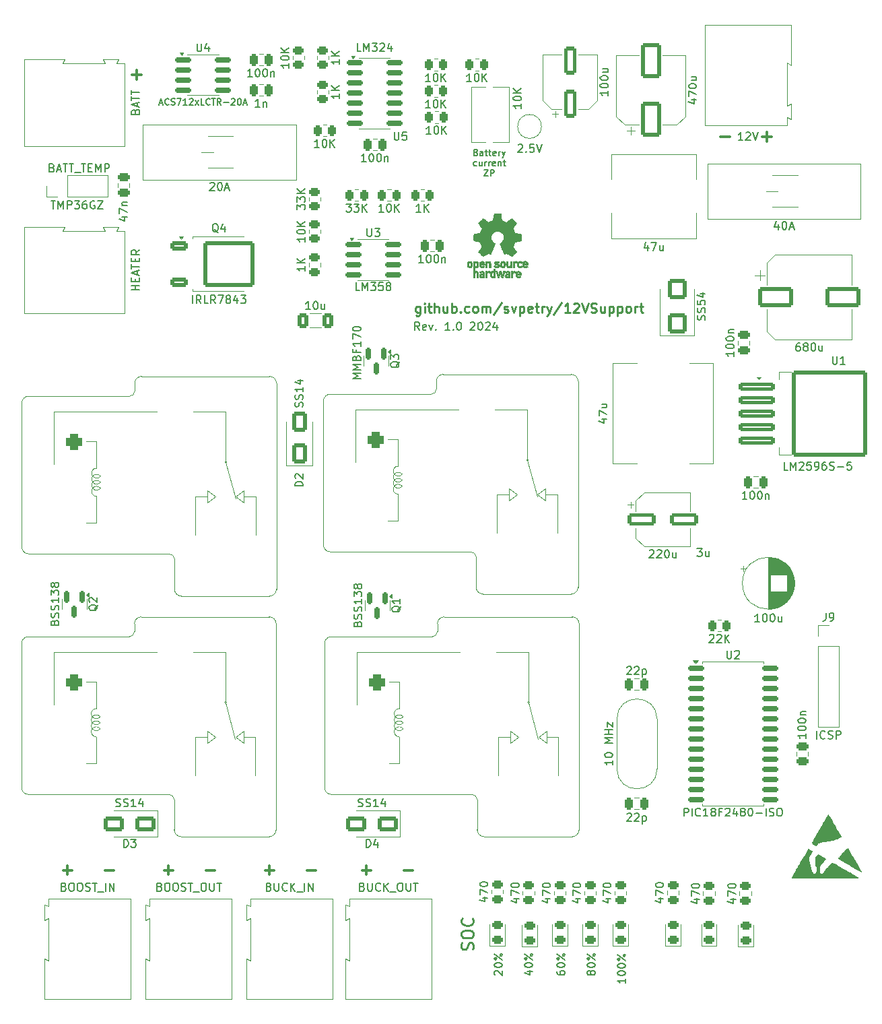
<source format=gto>
G04 #@! TF.GenerationSoftware,KiCad,Pcbnew,8.0.5*
G04 #@! TF.CreationDate,2024-12-11T17:18:15+01:00*
G04 #@! TF.ProjectId,12VSupport,31325653-7570-4706-9f72-742e6b696361,1.0*
G04 #@! TF.SameCoordinates,Original*
G04 #@! TF.FileFunction,Legend,Top*
G04 #@! TF.FilePolarity,Positive*
%FSLAX46Y46*%
G04 Gerber Fmt 4.6, Leading zero omitted, Abs format (unit mm)*
G04 Created by KiCad (PCBNEW 8.0.5) date 2024-12-11 17:18:15*
%MOMM*%
%LPD*%
G01*
G04 APERTURE LIST*
G04 Aperture macros list*
%AMRoundRect*
0 Rectangle with rounded corners*
0 $1 Rounding radius*
0 $2 $3 $4 $5 $6 $7 $8 $9 X,Y pos of 4 corners*
0 Add a 4 corners polygon primitive as box body*
4,1,4,$2,$3,$4,$5,$6,$7,$8,$9,$2,$3,0*
0 Add four circle primitives for the rounded corners*
1,1,$1+$1,$2,$3*
1,1,$1+$1,$4,$5*
1,1,$1+$1,$6,$7*
1,1,$1+$1,$8,$9*
0 Add four rect primitives between the rounded corners*
20,1,$1+$1,$2,$3,$4,$5,0*
20,1,$1+$1,$4,$5,$6,$7,0*
20,1,$1+$1,$6,$7,$8,$9,0*
20,1,$1+$1,$8,$9,$2,$3,0*%
G04 Aperture macros list end*
%ADD10C,0.300000*%
%ADD11C,0.150000*%
%ADD12C,0.250000*%
%ADD13C,0.120000*%
%ADD14C,0.010000*%
%ADD15RoundRect,0.250000X-0.850000X-0.350000X0.850000X-0.350000X0.850000X0.350000X-0.850000X0.350000X0*%
%ADD16RoundRect,0.249997X-2.950003X-2.650003X2.950003X-2.650003X2.950003X2.650003X-2.950003X2.650003X0*%
%ADD17C,0.800000*%
%ADD18C,6.400000*%
%ADD19RoundRect,0.250000X-0.250000X-0.475000X0.250000X-0.475000X0.250000X0.475000X-0.250000X0.475000X0*%
%ADD20RoundRect,0.250000X-0.475000X0.250000X-0.475000X-0.250000X0.475000X-0.250000X0.475000X0.250000X0*%
%ADD21RoundRect,0.250000X-0.450000X0.262500X-0.450000X-0.262500X0.450000X-0.262500X0.450000X0.262500X0*%
%ADD22RoundRect,0.150000X-0.875000X-0.150000X0.875000X-0.150000X0.875000X0.150000X-0.875000X0.150000X0*%
%ADD23R,1.980000X3.960000*%
%ADD24O,1.980000X3.960000*%
%ADD25RoundRect,0.250000X-0.262500X-0.450000X0.262500X-0.450000X0.262500X0.450000X-0.262500X0.450000X0*%
%ADD26RoundRect,0.150000X-0.150000X0.587500X-0.150000X-0.587500X0.150000X-0.587500X0.150000X0.587500X0*%
%ADD27RoundRect,0.243750X0.456250X-0.243750X0.456250X0.243750X-0.456250X0.243750X-0.456250X-0.243750X0*%
%ADD28C,3.000000*%
%ADD29RoundRect,0.500000X0.500000X0.500000X-0.500000X0.500000X-0.500000X-0.500000X0.500000X-0.500000X0*%
%ADD30C,2.000000*%
%ADD31C,2.780000*%
%ADD32R,1.700000X1.700000*%
%ADD33O,1.700000X1.700000*%
%ADD34R,5.400000X2.900000*%
%ADD35RoundRect,0.250000X1.000000X-1.950000X1.000000X1.950000X-1.000000X1.950000X-1.000000X-1.950000X0*%
%ADD36R,3.960000X1.980000*%
%ADD37O,3.960000X1.980000*%
%ADD38C,1.500000*%
%ADD39RoundRect,0.250000X0.650000X-1.000000X0.650000X1.000000X-0.650000X1.000000X-0.650000X-1.000000X0*%
%ADD40RoundRect,0.250000X0.250000X0.475000X-0.250000X0.475000X-0.250000X-0.475000X0.250000X-0.475000X0*%
%ADD41RoundRect,0.250000X1.000000X0.650000X-1.000000X0.650000X-1.000000X-0.650000X1.000000X-0.650000X0*%
%ADD42C,1.440000*%
%ADD43RoundRect,0.250000X0.450000X-0.262500X0.450000X0.262500X-0.450000X0.262500X-0.450000X-0.262500X0*%
%ADD44RoundRect,0.250000X-1.500000X-0.550000X1.500000X-0.550000X1.500000X0.550000X-1.500000X0.550000X0*%
%ADD45RoundRect,0.250000X-1.950000X-1.000000X1.950000X-1.000000X1.950000X1.000000X-1.950000X1.000000X0*%
%ADD46RoundRect,0.250000X0.900000X-1.000000X0.900000X1.000000X-0.900000X1.000000X-0.900000X-1.000000X0*%
%ADD47R,1.600000X1.600000*%
%ADD48C,1.600000*%
%ADD49RoundRect,0.150000X-0.825000X-0.150000X0.825000X-0.150000X0.825000X0.150000X-0.825000X0.150000X0*%
%ADD50RoundRect,0.250000X-2.050000X-0.300000X2.050000X-0.300000X2.050000X0.300000X-2.050000X0.300000X0*%
%ADD51RoundRect,0.250002X-4.449998X-5.149998X4.449998X-5.149998X4.449998X5.149998X-4.449998X5.149998X0*%
%ADD52RoundRect,0.250000X0.550000X-1.500000X0.550000X1.500000X-0.550000X1.500000X-0.550000X-1.500000X0*%
%ADD53RoundRect,0.250000X0.475000X-0.250000X0.475000X0.250000X-0.475000X0.250000X-0.475000X-0.250000X0*%
%ADD54R,2.700000X3.600000*%
%ADD55O,1.750000X4.500000*%
%ADD56RoundRect,0.250000X0.412500X0.650000X-0.412500X0.650000X-0.412500X-0.650000X0.412500X-0.650000X0*%
G04 APERTURE END LIST*
D10*
X46989510Y-148835400D02*
X48132368Y-148835400D01*
X47560939Y-149406828D02*
X47560939Y-148263971D01*
X52275224Y-148835400D02*
X53418082Y-148835400D01*
X136097489Y-56650600D02*
X134954632Y-56650600D01*
X135526060Y-56079171D02*
X135526060Y-57222028D01*
X130811775Y-56650600D02*
X129668918Y-56650600D01*
D11*
X109105819Y-161540649D02*
X109105819Y-161731125D01*
X109105819Y-161731125D02*
X109153438Y-161826363D01*
X109153438Y-161826363D02*
X109201057Y-161873982D01*
X109201057Y-161873982D02*
X109343914Y-161969220D01*
X109343914Y-161969220D02*
X109534390Y-162016839D01*
X109534390Y-162016839D02*
X109915342Y-162016839D01*
X109915342Y-162016839D02*
X110010580Y-161969220D01*
X110010580Y-161969220D02*
X110058200Y-161921601D01*
X110058200Y-161921601D02*
X110105819Y-161826363D01*
X110105819Y-161826363D02*
X110105819Y-161635887D01*
X110105819Y-161635887D02*
X110058200Y-161540649D01*
X110058200Y-161540649D02*
X110010580Y-161493030D01*
X110010580Y-161493030D02*
X109915342Y-161445411D01*
X109915342Y-161445411D02*
X109677247Y-161445411D01*
X109677247Y-161445411D02*
X109582009Y-161493030D01*
X109582009Y-161493030D02*
X109534390Y-161540649D01*
X109534390Y-161540649D02*
X109486771Y-161635887D01*
X109486771Y-161635887D02*
X109486771Y-161826363D01*
X109486771Y-161826363D02*
X109534390Y-161921601D01*
X109534390Y-161921601D02*
X109582009Y-161969220D01*
X109582009Y-161969220D02*
X109677247Y-162016839D01*
X109105819Y-160826363D02*
X109105819Y-160731125D01*
X109105819Y-160731125D02*
X109153438Y-160635887D01*
X109153438Y-160635887D02*
X109201057Y-160588268D01*
X109201057Y-160588268D02*
X109296295Y-160540649D01*
X109296295Y-160540649D02*
X109486771Y-160493030D01*
X109486771Y-160493030D02*
X109724866Y-160493030D01*
X109724866Y-160493030D02*
X109915342Y-160540649D01*
X109915342Y-160540649D02*
X110010580Y-160588268D01*
X110010580Y-160588268D02*
X110058200Y-160635887D01*
X110058200Y-160635887D02*
X110105819Y-160731125D01*
X110105819Y-160731125D02*
X110105819Y-160826363D01*
X110105819Y-160826363D02*
X110058200Y-160921601D01*
X110058200Y-160921601D02*
X110010580Y-160969220D01*
X110010580Y-160969220D02*
X109915342Y-161016839D01*
X109915342Y-161016839D02*
X109724866Y-161064458D01*
X109724866Y-161064458D02*
X109486771Y-161064458D01*
X109486771Y-161064458D02*
X109296295Y-161016839D01*
X109296295Y-161016839D02*
X109201057Y-160969220D01*
X109201057Y-160969220D02*
X109153438Y-160921601D01*
X109153438Y-160921601D02*
X109105819Y-160826363D01*
X110105819Y-160112077D02*
X109105819Y-159350173D01*
X109105819Y-159969220D02*
X109153438Y-159873982D01*
X109153438Y-159873982D02*
X109248676Y-159826363D01*
X109248676Y-159826363D02*
X109343914Y-159873982D01*
X109343914Y-159873982D02*
X109391533Y-159969220D01*
X109391533Y-159969220D02*
X109343914Y-160064458D01*
X109343914Y-160064458D02*
X109248676Y-160112077D01*
X109248676Y-160112077D02*
X109153438Y-160064458D01*
X109153438Y-160064458D02*
X109105819Y-159969220D01*
X110058200Y-159397792D02*
X109962961Y-159350173D01*
X109962961Y-159350173D02*
X109867723Y-159397792D01*
X109867723Y-159397792D02*
X109820104Y-159493030D01*
X109820104Y-159493030D02*
X109867723Y-159588268D01*
X109867723Y-159588268D02*
X109962961Y-159635887D01*
X109962961Y-159635887D02*
X110058200Y-159588268D01*
X110058200Y-159588268D02*
X110105819Y-159493030D01*
X110105819Y-159493030D02*
X110058200Y-159397792D01*
D10*
X56269600Y-48306510D02*
X56269600Y-49449368D01*
X55698171Y-48877939D02*
X56841028Y-48877939D01*
D11*
X101327057Y-162016839D02*
X101279438Y-161969220D01*
X101279438Y-161969220D02*
X101231819Y-161873982D01*
X101231819Y-161873982D02*
X101231819Y-161635887D01*
X101231819Y-161635887D02*
X101279438Y-161540649D01*
X101279438Y-161540649D02*
X101327057Y-161493030D01*
X101327057Y-161493030D02*
X101422295Y-161445411D01*
X101422295Y-161445411D02*
X101517533Y-161445411D01*
X101517533Y-161445411D02*
X101660390Y-161493030D01*
X101660390Y-161493030D02*
X102231819Y-162064458D01*
X102231819Y-162064458D02*
X102231819Y-161445411D01*
X101231819Y-160826363D02*
X101231819Y-160731125D01*
X101231819Y-160731125D02*
X101279438Y-160635887D01*
X101279438Y-160635887D02*
X101327057Y-160588268D01*
X101327057Y-160588268D02*
X101422295Y-160540649D01*
X101422295Y-160540649D02*
X101612771Y-160493030D01*
X101612771Y-160493030D02*
X101850866Y-160493030D01*
X101850866Y-160493030D02*
X102041342Y-160540649D01*
X102041342Y-160540649D02*
X102136580Y-160588268D01*
X102136580Y-160588268D02*
X102184200Y-160635887D01*
X102184200Y-160635887D02*
X102231819Y-160731125D01*
X102231819Y-160731125D02*
X102231819Y-160826363D01*
X102231819Y-160826363D02*
X102184200Y-160921601D01*
X102184200Y-160921601D02*
X102136580Y-160969220D01*
X102136580Y-160969220D02*
X102041342Y-161016839D01*
X102041342Y-161016839D02*
X101850866Y-161064458D01*
X101850866Y-161064458D02*
X101612771Y-161064458D01*
X101612771Y-161064458D02*
X101422295Y-161016839D01*
X101422295Y-161016839D02*
X101327057Y-160969220D01*
X101327057Y-160969220D02*
X101279438Y-160921601D01*
X101279438Y-160921601D02*
X101231819Y-160826363D01*
X102231819Y-160112077D02*
X101231819Y-159350173D01*
X101231819Y-159969220D02*
X101279438Y-159873982D01*
X101279438Y-159873982D02*
X101374676Y-159826363D01*
X101374676Y-159826363D02*
X101469914Y-159873982D01*
X101469914Y-159873982D02*
X101517533Y-159969220D01*
X101517533Y-159969220D02*
X101469914Y-160064458D01*
X101469914Y-160064458D02*
X101374676Y-160112077D01*
X101374676Y-160112077D02*
X101279438Y-160064458D01*
X101279438Y-160064458D02*
X101231819Y-159969220D01*
X102184200Y-159397792D02*
X102088961Y-159350173D01*
X102088961Y-159350173D02*
X101993723Y-159397792D01*
X101993723Y-159397792D02*
X101946104Y-159493030D01*
X101946104Y-159493030D02*
X101993723Y-159588268D01*
X101993723Y-159588268D02*
X102088961Y-159635887D01*
X102088961Y-159635887D02*
X102184200Y-159588268D01*
X102184200Y-159588268D02*
X102231819Y-159493030D01*
X102231819Y-159493030D02*
X102184200Y-159397792D01*
D10*
X59689510Y-148835400D02*
X60832368Y-148835400D01*
X60260939Y-149406828D02*
X60260939Y-148263971D01*
X64975224Y-148835400D02*
X66118082Y-148835400D01*
D12*
X98538000Y-158807812D02*
X98609428Y-158593527D01*
X98609428Y-158593527D02*
X98609428Y-158236384D01*
X98609428Y-158236384D02*
X98538000Y-158093527D01*
X98538000Y-158093527D02*
X98466571Y-158022098D01*
X98466571Y-158022098D02*
X98323714Y-157950669D01*
X98323714Y-157950669D02*
X98180857Y-157950669D01*
X98180857Y-157950669D02*
X98038000Y-158022098D01*
X98038000Y-158022098D02*
X97966571Y-158093527D01*
X97966571Y-158093527D02*
X97895142Y-158236384D01*
X97895142Y-158236384D02*
X97823714Y-158522098D01*
X97823714Y-158522098D02*
X97752285Y-158664955D01*
X97752285Y-158664955D02*
X97680857Y-158736384D01*
X97680857Y-158736384D02*
X97538000Y-158807812D01*
X97538000Y-158807812D02*
X97395142Y-158807812D01*
X97395142Y-158807812D02*
X97252285Y-158736384D01*
X97252285Y-158736384D02*
X97180857Y-158664955D01*
X97180857Y-158664955D02*
X97109428Y-158522098D01*
X97109428Y-158522098D02*
X97109428Y-158164955D01*
X97109428Y-158164955D02*
X97180857Y-157950669D01*
X97109428Y-157022098D02*
X97109428Y-156736384D01*
X97109428Y-156736384D02*
X97180857Y-156593527D01*
X97180857Y-156593527D02*
X97323714Y-156450670D01*
X97323714Y-156450670D02*
X97609428Y-156379241D01*
X97609428Y-156379241D02*
X98109428Y-156379241D01*
X98109428Y-156379241D02*
X98395142Y-156450670D01*
X98395142Y-156450670D02*
X98538000Y-156593527D01*
X98538000Y-156593527D02*
X98609428Y-156736384D01*
X98609428Y-156736384D02*
X98609428Y-157022098D01*
X98609428Y-157022098D02*
X98538000Y-157164956D01*
X98538000Y-157164956D02*
X98395142Y-157307813D01*
X98395142Y-157307813D02*
X98109428Y-157379241D01*
X98109428Y-157379241D02*
X97609428Y-157379241D01*
X97609428Y-157379241D02*
X97323714Y-157307813D01*
X97323714Y-157307813D02*
X97180857Y-157164956D01*
X97180857Y-157164956D02*
X97109428Y-157022098D01*
X98466571Y-154879241D02*
X98538000Y-154950669D01*
X98538000Y-154950669D02*
X98609428Y-155164955D01*
X98609428Y-155164955D02*
X98609428Y-155307812D01*
X98609428Y-155307812D02*
X98538000Y-155522098D01*
X98538000Y-155522098D02*
X98395142Y-155664955D01*
X98395142Y-155664955D02*
X98252285Y-155736384D01*
X98252285Y-155736384D02*
X97966571Y-155807812D01*
X97966571Y-155807812D02*
X97752285Y-155807812D01*
X97752285Y-155807812D02*
X97466571Y-155736384D01*
X97466571Y-155736384D02*
X97323714Y-155664955D01*
X97323714Y-155664955D02*
X97180857Y-155522098D01*
X97180857Y-155522098D02*
X97109428Y-155307812D01*
X97109428Y-155307812D02*
X97109428Y-155164955D01*
X97109428Y-155164955D02*
X97180857Y-154950669D01*
X97180857Y-154950669D02*
X97252285Y-154879241D01*
D11*
X98926856Y-58621337D02*
X99041142Y-58659432D01*
X99041142Y-58659432D02*
X99079237Y-58697528D01*
X99079237Y-58697528D02*
X99117333Y-58773718D01*
X99117333Y-58773718D02*
X99117333Y-58888004D01*
X99117333Y-58888004D02*
X99079237Y-58964194D01*
X99079237Y-58964194D02*
X99041142Y-59002290D01*
X99041142Y-59002290D02*
X98964952Y-59040385D01*
X98964952Y-59040385D02*
X98660190Y-59040385D01*
X98660190Y-59040385D02*
X98660190Y-58240385D01*
X98660190Y-58240385D02*
X98926856Y-58240385D01*
X98926856Y-58240385D02*
X99003047Y-58278480D01*
X99003047Y-58278480D02*
X99041142Y-58316575D01*
X99041142Y-58316575D02*
X99079237Y-58392766D01*
X99079237Y-58392766D02*
X99079237Y-58468956D01*
X99079237Y-58468956D02*
X99041142Y-58545147D01*
X99041142Y-58545147D02*
X99003047Y-58583242D01*
X99003047Y-58583242D02*
X98926856Y-58621337D01*
X98926856Y-58621337D02*
X98660190Y-58621337D01*
X99803047Y-59040385D02*
X99803047Y-58621337D01*
X99803047Y-58621337D02*
X99764952Y-58545147D01*
X99764952Y-58545147D02*
X99688761Y-58507051D01*
X99688761Y-58507051D02*
X99536380Y-58507051D01*
X99536380Y-58507051D02*
X99460190Y-58545147D01*
X99803047Y-59002290D02*
X99726856Y-59040385D01*
X99726856Y-59040385D02*
X99536380Y-59040385D01*
X99536380Y-59040385D02*
X99460190Y-59002290D01*
X99460190Y-59002290D02*
X99422094Y-58926099D01*
X99422094Y-58926099D02*
X99422094Y-58849909D01*
X99422094Y-58849909D02*
X99460190Y-58773718D01*
X99460190Y-58773718D02*
X99536380Y-58735623D01*
X99536380Y-58735623D02*
X99726856Y-58735623D01*
X99726856Y-58735623D02*
X99803047Y-58697528D01*
X100069714Y-58507051D02*
X100374476Y-58507051D01*
X100184000Y-58240385D02*
X100184000Y-58926099D01*
X100184000Y-58926099D02*
X100222095Y-59002290D01*
X100222095Y-59002290D02*
X100298285Y-59040385D01*
X100298285Y-59040385D02*
X100374476Y-59040385D01*
X100526857Y-58507051D02*
X100831619Y-58507051D01*
X100641143Y-58240385D02*
X100641143Y-58926099D01*
X100641143Y-58926099D02*
X100679238Y-59002290D01*
X100679238Y-59002290D02*
X100755428Y-59040385D01*
X100755428Y-59040385D02*
X100831619Y-59040385D01*
X101403048Y-59002290D02*
X101326857Y-59040385D01*
X101326857Y-59040385D02*
X101174476Y-59040385D01*
X101174476Y-59040385D02*
X101098286Y-59002290D01*
X101098286Y-59002290D02*
X101060190Y-58926099D01*
X101060190Y-58926099D02*
X101060190Y-58621337D01*
X101060190Y-58621337D02*
X101098286Y-58545147D01*
X101098286Y-58545147D02*
X101174476Y-58507051D01*
X101174476Y-58507051D02*
X101326857Y-58507051D01*
X101326857Y-58507051D02*
X101403048Y-58545147D01*
X101403048Y-58545147D02*
X101441143Y-58621337D01*
X101441143Y-58621337D02*
X101441143Y-58697528D01*
X101441143Y-58697528D02*
X101060190Y-58773718D01*
X101784000Y-59040385D02*
X101784000Y-58507051D01*
X101784000Y-58659432D02*
X101822095Y-58583242D01*
X101822095Y-58583242D02*
X101860190Y-58545147D01*
X101860190Y-58545147D02*
X101936381Y-58507051D01*
X101936381Y-58507051D02*
X102012571Y-58507051D01*
X102203047Y-58507051D02*
X102393523Y-59040385D01*
X102584000Y-58507051D02*
X102393523Y-59040385D01*
X102393523Y-59040385D02*
X102317333Y-59230861D01*
X102317333Y-59230861D02*
X102279238Y-59268956D01*
X102279238Y-59268956D02*
X102203047Y-59307051D01*
X98984000Y-60290245D02*
X98907809Y-60328340D01*
X98907809Y-60328340D02*
X98755428Y-60328340D01*
X98755428Y-60328340D02*
X98679238Y-60290245D01*
X98679238Y-60290245D02*
X98641143Y-60252149D01*
X98641143Y-60252149D02*
X98603047Y-60175959D01*
X98603047Y-60175959D02*
X98603047Y-59947387D01*
X98603047Y-59947387D02*
X98641143Y-59871197D01*
X98641143Y-59871197D02*
X98679238Y-59833102D01*
X98679238Y-59833102D02*
X98755428Y-59795006D01*
X98755428Y-59795006D02*
X98907809Y-59795006D01*
X98907809Y-59795006D02*
X98984000Y-59833102D01*
X99669714Y-59795006D02*
X99669714Y-60328340D01*
X99326857Y-59795006D02*
X99326857Y-60214054D01*
X99326857Y-60214054D02*
X99364952Y-60290245D01*
X99364952Y-60290245D02*
X99441142Y-60328340D01*
X99441142Y-60328340D02*
X99555428Y-60328340D01*
X99555428Y-60328340D02*
X99631619Y-60290245D01*
X99631619Y-60290245D02*
X99669714Y-60252149D01*
X100050667Y-60328340D02*
X100050667Y-59795006D01*
X100050667Y-59947387D02*
X100088762Y-59871197D01*
X100088762Y-59871197D02*
X100126857Y-59833102D01*
X100126857Y-59833102D02*
X100203048Y-59795006D01*
X100203048Y-59795006D02*
X100279238Y-59795006D01*
X100545905Y-60328340D02*
X100545905Y-59795006D01*
X100545905Y-59947387D02*
X100584000Y-59871197D01*
X100584000Y-59871197D02*
X100622095Y-59833102D01*
X100622095Y-59833102D02*
X100698286Y-59795006D01*
X100698286Y-59795006D02*
X100774476Y-59795006D01*
X101345905Y-60290245D02*
X101269714Y-60328340D01*
X101269714Y-60328340D02*
X101117333Y-60328340D01*
X101117333Y-60328340D02*
X101041143Y-60290245D01*
X101041143Y-60290245D02*
X101003047Y-60214054D01*
X101003047Y-60214054D02*
X101003047Y-59909292D01*
X101003047Y-59909292D02*
X101041143Y-59833102D01*
X101041143Y-59833102D02*
X101117333Y-59795006D01*
X101117333Y-59795006D02*
X101269714Y-59795006D01*
X101269714Y-59795006D02*
X101345905Y-59833102D01*
X101345905Y-59833102D02*
X101384000Y-59909292D01*
X101384000Y-59909292D02*
X101384000Y-59985483D01*
X101384000Y-59985483D02*
X101003047Y-60061673D01*
X101726857Y-59795006D02*
X101726857Y-60328340D01*
X101726857Y-59871197D02*
X101764952Y-59833102D01*
X101764952Y-59833102D02*
X101841142Y-59795006D01*
X101841142Y-59795006D02*
X101955428Y-59795006D01*
X101955428Y-59795006D02*
X102031619Y-59833102D01*
X102031619Y-59833102D02*
X102069714Y-59909292D01*
X102069714Y-59909292D02*
X102069714Y-60328340D01*
X102336381Y-59795006D02*
X102641143Y-59795006D01*
X102450667Y-59528340D02*
X102450667Y-60214054D01*
X102450667Y-60214054D02*
X102488762Y-60290245D01*
X102488762Y-60290245D02*
X102564952Y-60328340D01*
X102564952Y-60328340D02*
X102641143Y-60328340D01*
X99917333Y-60816295D02*
X100450667Y-60816295D01*
X100450667Y-60816295D02*
X99917333Y-61616295D01*
X99917333Y-61616295D02*
X100450667Y-61616295D01*
X100755429Y-61616295D02*
X100755429Y-60816295D01*
X100755429Y-60816295D02*
X101060191Y-60816295D01*
X101060191Y-60816295D02*
X101136381Y-60854390D01*
X101136381Y-60854390D02*
X101174476Y-60892485D01*
X101174476Y-60892485D02*
X101212572Y-60968676D01*
X101212572Y-60968676D02*
X101212572Y-61082961D01*
X101212572Y-61082961D02*
X101174476Y-61159152D01*
X101174476Y-61159152D02*
X101136381Y-61197247D01*
X101136381Y-61197247D02*
X101060191Y-61235342D01*
X101060191Y-61235342D02*
X100755429Y-61235342D01*
X113344390Y-161826363D02*
X113296771Y-161921601D01*
X113296771Y-161921601D02*
X113249152Y-161969220D01*
X113249152Y-161969220D02*
X113153914Y-162016839D01*
X113153914Y-162016839D02*
X113106295Y-162016839D01*
X113106295Y-162016839D02*
X113011057Y-161969220D01*
X113011057Y-161969220D02*
X112963438Y-161921601D01*
X112963438Y-161921601D02*
X112915819Y-161826363D01*
X112915819Y-161826363D02*
X112915819Y-161635887D01*
X112915819Y-161635887D02*
X112963438Y-161540649D01*
X112963438Y-161540649D02*
X113011057Y-161493030D01*
X113011057Y-161493030D02*
X113106295Y-161445411D01*
X113106295Y-161445411D02*
X113153914Y-161445411D01*
X113153914Y-161445411D02*
X113249152Y-161493030D01*
X113249152Y-161493030D02*
X113296771Y-161540649D01*
X113296771Y-161540649D02*
X113344390Y-161635887D01*
X113344390Y-161635887D02*
X113344390Y-161826363D01*
X113344390Y-161826363D02*
X113392009Y-161921601D01*
X113392009Y-161921601D02*
X113439628Y-161969220D01*
X113439628Y-161969220D02*
X113534866Y-162016839D01*
X113534866Y-162016839D02*
X113725342Y-162016839D01*
X113725342Y-162016839D02*
X113820580Y-161969220D01*
X113820580Y-161969220D02*
X113868200Y-161921601D01*
X113868200Y-161921601D02*
X113915819Y-161826363D01*
X113915819Y-161826363D02*
X113915819Y-161635887D01*
X113915819Y-161635887D02*
X113868200Y-161540649D01*
X113868200Y-161540649D02*
X113820580Y-161493030D01*
X113820580Y-161493030D02*
X113725342Y-161445411D01*
X113725342Y-161445411D02*
X113534866Y-161445411D01*
X113534866Y-161445411D02*
X113439628Y-161493030D01*
X113439628Y-161493030D02*
X113392009Y-161540649D01*
X113392009Y-161540649D02*
X113344390Y-161635887D01*
X112915819Y-160826363D02*
X112915819Y-160731125D01*
X112915819Y-160731125D02*
X112963438Y-160635887D01*
X112963438Y-160635887D02*
X113011057Y-160588268D01*
X113011057Y-160588268D02*
X113106295Y-160540649D01*
X113106295Y-160540649D02*
X113296771Y-160493030D01*
X113296771Y-160493030D02*
X113534866Y-160493030D01*
X113534866Y-160493030D02*
X113725342Y-160540649D01*
X113725342Y-160540649D02*
X113820580Y-160588268D01*
X113820580Y-160588268D02*
X113868200Y-160635887D01*
X113868200Y-160635887D02*
X113915819Y-160731125D01*
X113915819Y-160731125D02*
X113915819Y-160826363D01*
X113915819Y-160826363D02*
X113868200Y-160921601D01*
X113868200Y-160921601D02*
X113820580Y-160969220D01*
X113820580Y-160969220D02*
X113725342Y-161016839D01*
X113725342Y-161016839D02*
X113534866Y-161064458D01*
X113534866Y-161064458D02*
X113296771Y-161064458D01*
X113296771Y-161064458D02*
X113106295Y-161016839D01*
X113106295Y-161016839D02*
X113011057Y-160969220D01*
X113011057Y-160969220D02*
X112963438Y-160921601D01*
X112963438Y-160921601D02*
X112915819Y-160826363D01*
X113915819Y-160112077D02*
X112915819Y-159350173D01*
X112915819Y-159969220D02*
X112963438Y-159873982D01*
X112963438Y-159873982D02*
X113058676Y-159826363D01*
X113058676Y-159826363D02*
X113153914Y-159873982D01*
X113153914Y-159873982D02*
X113201533Y-159969220D01*
X113201533Y-159969220D02*
X113153914Y-160064458D01*
X113153914Y-160064458D02*
X113058676Y-160112077D01*
X113058676Y-160112077D02*
X112963438Y-160064458D01*
X112963438Y-160064458D02*
X112915819Y-159969220D01*
X113868200Y-159397792D02*
X113772961Y-159350173D01*
X113772961Y-159350173D02*
X113677723Y-159397792D01*
X113677723Y-159397792D02*
X113630104Y-159493030D01*
X113630104Y-159493030D02*
X113677723Y-159588268D01*
X113677723Y-159588268D02*
X113772961Y-159635887D01*
X113772961Y-159635887D02*
X113868200Y-159588268D01*
X113868200Y-159588268D02*
X113915819Y-159493030D01*
X113915819Y-159493030D02*
X113868200Y-159397792D01*
D12*
X91896473Y-77974142D02*
X91896473Y-78945571D01*
X91896473Y-78945571D02*
X91839330Y-79059857D01*
X91839330Y-79059857D02*
X91782187Y-79117000D01*
X91782187Y-79117000D02*
X91667901Y-79174142D01*
X91667901Y-79174142D02*
X91496473Y-79174142D01*
X91496473Y-79174142D02*
X91382187Y-79117000D01*
X91896473Y-78717000D02*
X91782187Y-78774142D01*
X91782187Y-78774142D02*
X91553615Y-78774142D01*
X91553615Y-78774142D02*
X91439330Y-78717000D01*
X91439330Y-78717000D02*
X91382187Y-78659857D01*
X91382187Y-78659857D02*
X91325044Y-78545571D01*
X91325044Y-78545571D02*
X91325044Y-78202714D01*
X91325044Y-78202714D02*
X91382187Y-78088428D01*
X91382187Y-78088428D02*
X91439330Y-78031285D01*
X91439330Y-78031285D02*
X91553615Y-77974142D01*
X91553615Y-77974142D02*
X91782187Y-77974142D01*
X91782187Y-77974142D02*
X91896473Y-78031285D01*
X92467901Y-78774142D02*
X92467901Y-77974142D01*
X92467901Y-77574142D02*
X92410758Y-77631285D01*
X92410758Y-77631285D02*
X92467901Y-77688428D01*
X92467901Y-77688428D02*
X92525044Y-77631285D01*
X92525044Y-77631285D02*
X92467901Y-77574142D01*
X92467901Y-77574142D02*
X92467901Y-77688428D01*
X92867901Y-77974142D02*
X93325044Y-77974142D01*
X93039330Y-77574142D02*
X93039330Y-78602714D01*
X93039330Y-78602714D02*
X93096473Y-78717000D01*
X93096473Y-78717000D02*
X93210758Y-78774142D01*
X93210758Y-78774142D02*
X93325044Y-78774142D01*
X93725044Y-78774142D02*
X93725044Y-77574142D01*
X94239330Y-78774142D02*
X94239330Y-78145571D01*
X94239330Y-78145571D02*
X94182187Y-78031285D01*
X94182187Y-78031285D02*
X94067901Y-77974142D01*
X94067901Y-77974142D02*
X93896472Y-77974142D01*
X93896472Y-77974142D02*
X93782187Y-78031285D01*
X93782187Y-78031285D02*
X93725044Y-78088428D01*
X95325044Y-77974142D02*
X95325044Y-78774142D01*
X94810758Y-77974142D02*
X94810758Y-78602714D01*
X94810758Y-78602714D02*
X94867901Y-78717000D01*
X94867901Y-78717000D02*
X94982186Y-78774142D01*
X94982186Y-78774142D02*
X95153615Y-78774142D01*
X95153615Y-78774142D02*
X95267901Y-78717000D01*
X95267901Y-78717000D02*
X95325044Y-78659857D01*
X95896472Y-78774142D02*
X95896472Y-77574142D01*
X95896472Y-78031285D02*
X96010758Y-77974142D01*
X96010758Y-77974142D02*
X96239329Y-77974142D01*
X96239329Y-77974142D02*
X96353615Y-78031285D01*
X96353615Y-78031285D02*
X96410758Y-78088428D01*
X96410758Y-78088428D02*
X96467900Y-78202714D01*
X96467900Y-78202714D02*
X96467900Y-78545571D01*
X96467900Y-78545571D02*
X96410758Y-78659857D01*
X96410758Y-78659857D02*
X96353615Y-78717000D01*
X96353615Y-78717000D02*
X96239329Y-78774142D01*
X96239329Y-78774142D02*
X96010758Y-78774142D01*
X96010758Y-78774142D02*
X95896472Y-78717000D01*
X96982186Y-78659857D02*
X97039329Y-78717000D01*
X97039329Y-78717000D02*
X96982186Y-78774142D01*
X96982186Y-78774142D02*
X96925043Y-78717000D01*
X96925043Y-78717000D02*
X96982186Y-78659857D01*
X96982186Y-78659857D02*
X96982186Y-78774142D01*
X98067901Y-78717000D02*
X97953615Y-78774142D01*
X97953615Y-78774142D02*
X97725043Y-78774142D01*
X97725043Y-78774142D02*
X97610758Y-78717000D01*
X97610758Y-78717000D02*
X97553615Y-78659857D01*
X97553615Y-78659857D02*
X97496472Y-78545571D01*
X97496472Y-78545571D02*
X97496472Y-78202714D01*
X97496472Y-78202714D02*
X97553615Y-78088428D01*
X97553615Y-78088428D02*
X97610758Y-78031285D01*
X97610758Y-78031285D02*
X97725043Y-77974142D01*
X97725043Y-77974142D02*
X97953615Y-77974142D01*
X97953615Y-77974142D02*
X98067901Y-78031285D01*
X98753614Y-78774142D02*
X98639329Y-78717000D01*
X98639329Y-78717000D02*
X98582186Y-78659857D01*
X98582186Y-78659857D02*
X98525043Y-78545571D01*
X98525043Y-78545571D02*
X98525043Y-78202714D01*
X98525043Y-78202714D02*
X98582186Y-78088428D01*
X98582186Y-78088428D02*
X98639329Y-78031285D01*
X98639329Y-78031285D02*
X98753614Y-77974142D01*
X98753614Y-77974142D02*
X98925043Y-77974142D01*
X98925043Y-77974142D02*
X99039329Y-78031285D01*
X99039329Y-78031285D02*
X99096472Y-78088428D01*
X99096472Y-78088428D02*
X99153614Y-78202714D01*
X99153614Y-78202714D02*
X99153614Y-78545571D01*
X99153614Y-78545571D02*
X99096472Y-78659857D01*
X99096472Y-78659857D02*
X99039329Y-78717000D01*
X99039329Y-78717000D02*
X98925043Y-78774142D01*
X98925043Y-78774142D02*
X98753614Y-78774142D01*
X99667900Y-78774142D02*
X99667900Y-77974142D01*
X99667900Y-78088428D02*
X99725043Y-78031285D01*
X99725043Y-78031285D02*
X99839328Y-77974142D01*
X99839328Y-77974142D02*
X100010757Y-77974142D01*
X100010757Y-77974142D02*
X100125043Y-78031285D01*
X100125043Y-78031285D02*
X100182186Y-78145571D01*
X100182186Y-78145571D02*
X100182186Y-78774142D01*
X100182186Y-78145571D02*
X100239328Y-78031285D01*
X100239328Y-78031285D02*
X100353614Y-77974142D01*
X100353614Y-77974142D02*
X100525043Y-77974142D01*
X100525043Y-77974142D02*
X100639328Y-78031285D01*
X100639328Y-78031285D02*
X100696471Y-78145571D01*
X100696471Y-78145571D02*
X100696471Y-78774142D01*
X102125043Y-77517000D02*
X101096471Y-79059857D01*
X102467900Y-78717000D02*
X102582186Y-78774142D01*
X102582186Y-78774142D02*
X102810757Y-78774142D01*
X102810757Y-78774142D02*
X102925043Y-78717000D01*
X102925043Y-78717000D02*
X102982186Y-78602714D01*
X102982186Y-78602714D02*
X102982186Y-78545571D01*
X102982186Y-78545571D02*
X102925043Y-78431285D01*
X102925043Y-78431285D02*
X102810757Y-78374142D01*
X102810757Y-78374142D02*
X102639329Y-78374142D01*
X102639329Y-78374142D02*
X102525043Y-78317000D01*
X102525043Y-78317000D02*
X102467900Y-78202714D01*
X102467900Y-78202714D02*
X102467900Y-78145571D01*
X102467900Y-78145571D02*
X102525043Y-78031285D01*
X102525043Y-78031285D02*
X102639329Y-77974142D01*
X102639329Y-77974142D02*
X102810757Y-77974142D01*
X102810757Y-77974142D02*
X102925043Y-78031285D01*
X103382186Y-77974142D02*
X103667900Y-78774142D01*
X103667900Y-78774142D02*
X103953615Y-77974142D01*
X104410758Y-77974142D02*
X104410758Y-79174142D01*
X104410758Y-78031285D02*
X104525044Y-77974142D01*
X104525044Y-77974142D02*
X104753615Y-77974142D01*
X104753615Y-77974142D02*
X104867901Y-78031285D01*
X104867901Y-78031285D02*
X104925044Y-78088428D01*
X104925044Y-78088428D02*
X104982186Y-78202714D01*
X104982186Y-78202714D02*
X104982186Y-78545571D01*
X104982186Y-78545571D02*
X104925044Y-78659857D01*
X104925044Y-78659857D02*
X104867901Y-78717000D01*
X104867901Y-78717000D02*
X104753615Y-78774142D01*
X104753615Y-78774142D02*
X104525044Y-78774142D01*
X104525044Y-78774142D02*
X104410758Y-78717000D01*
X105953615Y-78717000D02*
X105839329Y-78774142D01*
X105839329Y-78774142D02*
X105610758Y-78774142D01*
X105610758Y-78774142D02*
X105496472Y-78717000D01*
X105496472Y-78717000D02*
X105439329Y-78602714D01*
X105439329Y-78602714D02*
X105439329Y-78145571D01*
X105439329Y-78145571D02*
X105496472Y-78031285D01*
X105496472Y-78031285D02*
X105610758Y-77974142D01*
X105610758Y-77974142D02*
X105839329Y-77974142D01*
X105839329Y-77974142D02*
X105953615Y-78031285D01*
X105953615Y-78031285D02*
X106010758Y-78145571D01*
X106010758Y-78145571D02*
X106010758Y-78259857D01*
X106010758Y-78259857D02*
X105439329Y-78374142D01*
X106353614Y-77974142D02*
X106810757Y-77974142D01*
X106525043Y-77574142D02*
X106525043Y-78602714D01*
X106525043Y-78602714D02*
X106582186Y-78717000D01*
X106582186Y-78717000D02*
X106696471Y-78774142D01*
X106696471Y-78774142D02*
X106810757Y-78774142D01*
X107210757Y-78774142D02*
X107210757Y-77974142D01*
X107210757Y-78202714D02*
X107267900Y-78088428D01*
X107267900Y-78088428D02*
X107325043Y-78031285D01*
X107325043Y-78031285D02*
X107439328Y-77974142D01*
X107439328Y-77974142D02*
X107553614Y-77974142D01*
X107839328Y-77974142D02*
X108125042Y-78774142D01*
X108410757Y-77974142D02*
X108125042Y-78774142D01*
X108125042Y-78774142D02*
X108010757Y-79059857D01*
X108010757Y-79059857D02*
X107953614Y-79117000D01*
X107953614Y-79117000D02*
X107839328Y-79174142D01*
X109725043Y-77517000D02*
X108696471Y-79059857D01*
X110753614Y-78774142D02*
X110067900Y-78774142D01*
X110410757Y-78774142D02*
X110410757Y-77574142D01*
X110410757Y-77574142D02*
X110296471Y-77745571D01*
X110296471Y-77745571D02*
X110182186Y-77859857D01*
X110182186Y-77859857D02*
X110067900Y-77917000D01*
X111210757Y-77688428D02*
X111267900Y-77631285D01*
X111267900Y-77631285D02*
X111382186Y-77574142D01*
X111382186Y-77574142D02*
X111667900Y-77574142D01*
X111667900Y-77574142D02*
X111782186Y-77631285D01*
X111782186Y-77631285D02*
X111839328Y-77688428D01*
X111839328Y-77688428D02*
X111896471Y-77802714D01*
X111896471Y-77802714D02*
X111896471Y-77917000D01*
X111896471Y-77917000D02*
X111839328Y-78088428D01*
X111839328Y-78088428D02*
X111153614Y-78774142D01*
X111153614Y-78774142D02*
X111896471Y-78774142D01*
X112239328Y-77574142D02*
X112639328Y-78774142D01*
X112639328Y-78774142D02*
X113039328Y-77574142D01*
X113382185Y-78717000D02*
X113553614Y-78774142D01*
X113553614Y-78774142D02*
X113839328Y-78774142D01*
X113839328Y-78774142D02*
X113953614Y-78717000D01*
X113953614Y-78717000D02*
X114010756Y-78659857D01*
X114010756Y-78659857D02*
X114067899Y-78545571D01*
X114067899Y-78545571D02*
X114067899Y-78431285D01*
X114067899Y-78431285D02*
X114010756Y-78317000D01*
X114010756Y-78317000D02*
X113953614Y-78259857D01*
X113953614Y-78259857D02*
X113839328Y-78202714D01*
X113839328Y-78202714D02*
X113610756Y-78145571D01*
X113610756Y-78145571D02*
X113496471Y-78088428D01*
X113496471Y-78088428D02*
X113439328Y-78031285D01*
X113439328Y-78031285D02*
X113382185Y-77917000D01*
X113382185Y-77917000D02*
X113382185Y-77802714D01*
X113382185Y-77802714D02*
X113439328Y-77688428D01*
X113439328Y-77688428D02*
X113496471Y-77631285D01*
X113496471Y-77631285D02*
X113610756Y-77574142D01*
X113610756Y-77574142D02*
X113896471Y-77574142D01*
X113896471Y-77574142D02*
X114067899Y-77631285D01*
X115096471Y-77974142D02*
X115096471Y-78774142D01*
X114582185Y-77974142D02*
X114582185Y-78602714D01*
X114582185Y-78602714D02*
X114639328Y-78717000D01*
X114639328Y-78717000D02*
X114753613Y-78774142D01*
X114753613Y-78774142D02*
X114925042Y-78774142D01*
X114925042Y-78774142D02*
X115039328Y-78717000D01*
X115039328Y-78717000D02*
X115096471Y-78659857D01*
X115667899Y-77974142D02*
X115667899Y-79174142D01*
X115667899Y-78031285D02*
X115782185Y-77974142D01*
X115782185Y-77974142D02*
X116010756Y-77974142D01*
X116010756Y-77974142D02*
X116125042Y-78031285D01*
X116125042Y-78031285D02*
X116182185Y-78088428D01*
X116182185Y-78088428D02*
X116239327Y-78202714D01*
X116239327Y-78202714D02*
X116239327Y-78545571D01*
X116239327Y-78545571D02*
X116182185Y-78659857D01*
X116182185Y-78659857D02*
X116125042Y-78717000D01*
X116125042Y-78717000D02*
X116010756Y-78774142D01*
X116010756Y-78774142D02*
X115782185Y-78774142D01*
X115782185Y-78774142D02*
X115667899Y-78717000D01*
X116753613Y-77974142D02*
X116753613Y-79174142D01*
X116753613Y-78031285D02*
X116867899Y-77974142D01*
X116867899Y-77974142D02*
X117096470Y-77974142D01*
X117096470Y-77974142D02*
X117210756Y-78031285D01*
X117210756Y-78031285D02*
X117267899Y-78088428D01*
X117267899Y-78088428D02*
X117325041Y-78202714D01*
X117325041Y-78202714D02*
X117325041Y-78545571D01*
X117325041Y-78545571D02*
X117267899Y-78659857D01*
X117267899Y-78659857D02*
X117210756Y-78717000D01*
X117210756Y-78717000D02*
X117096470Y-78774142D01*
X117096470Y-78774142D02*
X116867899Y-78774142D01*
X116867899Y-78774142D02*
X116753613Y-78717000D01*
X118010755Y-78774142D02*
X117896470Y-78717000D01*
X117896470Y-78717000D02*
X117839327Y-78659857D01*
X117839327Y-78659857D02*
X117782184Y-78545571D01*
X117782184Y-78545571D02*
X117782184Y-78202714D01*
X117782184Y-78202714D02*
X117839327Y-78088428D01*
X117839327Y-78088428D02*
X117896470Y-78031285D01*
X117896470Y-78031285D02*
X118010755Y-77974142D01*
X118010755Y-77974142D02*
X118182184Y-77974142D01*
X118182184Y-77974142D02*
X118296470Y-78031285D01*
X118296470Y-78031285D02*
X118353613Y-78088428D01*
X118353613Y-78088428D02*
X118410755Y-78202714D01*
X118410755Y-78202714D02*
X118410755Y-78545571D01*
X118410755Y-78545571D02*
X118353613Y-78659857D01*
X118353613Y-78659857D02*
X118296470Y-78717000D01*
X118296470Y-78717000D02*
X118182184Y-78774142D01*
X118182184Y-78774142D02*
X118010755Y-78774142D01*
X118925041Y-78774142D02*
X118925041Y-77974142D01*
X118925041Y-78202714D02*
X118982184Y-78088428D01*
X118982184Y-78088428D02*
X119039327Y-78031285D01*
X119039327Y-78031285D02*
X119153612Y-77974142D01*
X119153612Y-77974142D02*
X119267898Y-77974142D01*
X119496469Y-77974142D02*
X119953612Y-77974142D01*
X119667898Y-77574142D02*
X119667898Y-78602714D01*
X119667898Y-78602714D02*
X119725041Y-78717000D01*
X119725041Y-78717000D02*
X119839326Y-78774142D01*
X119839326Y-78774142D02*
X119953612Y-78774142D01*
D11*
X105375152Y-161540649D02*
X106041819Y-161540649D01*
X104994200Y-161778744D02*
X105708485Y-162016839D01*
X105708485Y-162016839D02*
X105708485Y-161397792D01*
X105041819Y-160826363D02*
X105041819Y-160731125D01*
X105041819Y-160731125D02*
X105089438Y-160635887D01*
X105089438Y-160635887D02*
X105137057Y-160588268D01*
X105137057Y-160588268D02*
X105232295Y-160540649D01*
X105232295Y-160540649D02*
X105422771Y-160493030D01*
X105422771Y-160493030D02*
X105660866Y-160493030D01*
X105660866Y-160493030D02*
X105851342Y-160540649D01*
X105851342Y-160540649D02*
X105946580Y-160588268D01*
X105946580Y-160588268D02*
X105994200Y-160635887D01*
X105994200Y-160635887D02*
X106041819Y-160731125D01*
X106041819Y-160731125D02*
X106041819Y-160826363D01*
X106041819Y-160826363D02*
X105994200Y-160921601D01*
X105994200Y-160921601D02*
X105946580Y-160969220D01*
X105946580Y-160969220D02*
X105851342Y-161016839D01*
X105851342Y-161016839D02*
X105660866Y-161064458D01*
X105660866Y-161064458D02*
X105422771Y-161064458D01*
X105422771Y-161064458D02*
X105232295Y-161016839D01*
X105232295Y-161016839D02*
X105137057Y-160969220D01*
X105137057Y-160969220D02*
X105089438Y-160921601D01*
X105089438Y-160921601D02*
X105041819Y-160826363D01*
X106041819Y-160112077D02*
X105041819Y-159350173D01*
X105041819Y-159969220D02*
X105089438Y-159873982D01*
X105089438Y-159873982D02*
X105184676Y-159826363D01*
X105184676Y-159826363D02*
X105279914Y-159873982D01*
X105279914Y-159873982D02*
X105327533Y-159969220D01*
X105327533Y-159969220D02*
X105279914Y-160064458D01*
X105279914Y-160064458D02*
X105184676Y-160112077D01*
X105184676Y-160112077D02*
X105089438Y-160064458D01*
X105089438Y-160064458D02*
X105041819Y-159969220D01*
X105994200Y-159397792D02*
X105898961Y-159350173D01*
X105898961Y-159350173D02*
X105803723Y-159397792D01*
X105803723Y-159397792D02*
X105756104Y-159493030D01*
X105756104Y-159493030D02*
X105803723Y-159588268D01*
X105803723Y-159588268D02*
X105898961Y-159635887D01*
X105898961Y-159635887D02*
X105994200Y-159588268D01*
X105994200Y-159588268D02*
X106041819Y-159493030D01*
X106041819Y-159493030D02*
X105994200Y-159397792D01*
X91840207Y-80972819D02*
X91506874Y-80496628D01*
X91268779Y-80972819D02*
X91268779Y-79972819D01*
X91268779Y-79972819D02*
X91649731Y-79972819D01*
X91649731Y-79972819D02*
X91744969Y-80020438D01*
X91744969Y-80020438D02*
X91792588Y-80068057D01*
X91792588Y-80068057D02*
X91840207Y-80163295D01*
X91840207Y-80163295D02*
X91840207Y-80306152D01*
X91840207Y-80306152D02*
X91792588Y-80401390D01*
X91792588Y-80401390D02*
X91744969Y-80449009D01*
X91744969Y-80449009D02*
X91649731Y-80496628D01*
X91649731Y-80496628D02*
X91268779Y-80496628D01*
X92649731Y-80925200D02*
X92554493Y-80972819D01*
X92554493Y-80972819D02*
X92364017Y-80972819D01*
X92364017Y-80972819D02*
X92268779Y-80925200D01*
X92268779Y-80925200D02*
X92221160Y-80829961D01*
X92221160Y-80829961D02*
X92221160Y-80449009D01*
X92221160Y-80449009D02*
X92268779Y-80353771D01*
X92268779Y-80353771D02*
X92364017Y-80306152D01*
X92364017Y-80306152D02*
X92554493Y-80306152D01*
X92554493Y-80306152D02*
X92649731Y-80353771D01*
X92649731Y-80353771D02*
X92697350Y-80449009D01*
X92697350Y-80449009D02*
X92697350Y-80544247D01*
X92697350Y-80544247D02*
X92221160Y-80639485D01*
X93030684Y-80306152D02*
X93268779Y-80972819D01*
X93268779Y-80972819D02*
X93506874Y-80306152D01*
X93887827Y-80877580D02*
X93935446Y-80925200D01*
X93935446Y-80925200D02*
X93887827Y-80972819D01*
X93887827Y-80972819D02*
X93840208Y-80925200D01*
X93840208Y-80925200D02*
X93887827Y-80877580D01*
X93887827Y-80877580D02*
X93887827Y-80972819D01*
X95649731Y-80972819D02*
X95078303Y-80972819D01*
X95364017Y-80972819D02*
X95364017Y-79972819D01*
X95364017Y-79972819D02*
X95268779Y-80115676D01*
X95268779Y-80115676D02*
X95173541Y-80210914D01*
X95173541Y-80210914D02*
X95078303Y-80258533D01*
X96078303Y-80877580D02*
X96125922Y-80925200D01*
X96125922Y-80925200D02*
X96078303Y-80972819D01*
X96078303Y-80972819D02*
X96030684Y-80925200D01*
X96030684Y-80925200D02*
X96078303Y-80877580D01*
X96078303Y-80877580D02*
X96078303Y-80972819D01*
X96744969Y-79972819D02*
X96840207Y-79972819D01*
X96840207Y-79972819D02*
X96935445Y-80020438D01*
X96935445Y-80020438D02*
X96983064Y-80068057D01*
X96983064Y-80068057D02*
X97030683Y-80163295D01*
X97030683Y-80163295D02*
X97078302Y-80353771D01*
X97078302Y-80353771D02*
X97078302Y-80591866D01*
X97078302Y-80591866D02*
X97030683Y-80782342D01*
X97030683Y-80782342D02*
X96983064Y-80877580D01*
X96983064Y-80877580D02*
X96935445Y-80925200D01*
X96935445Y-80925200D02*
X96840207Y-80972819D01*
X96840207Y-80972819D02*
X96744969Y-80972819D01*
X96744969Y-80972819D02*
X96649731Y-80925200D01*
X96649731Y-80925200D02*
X96602112Y-80877580D01*
X96602112Y-80877580D02*
X96554493Y-80782342D01*
X96554493Y-80782342D02*
X96506874Y-80591866D01*
X96506874Y-80591866D02*
X96506874Y-80353771D01*
X96506874Y-80353771D02*
X96554493Y-80163295D01*
X96554493Y-80163295D02*
X96602112Y-80068057D01*
X96602112Y-80068057D02*
X96649731Y-80020438D01*
X96649731Y-80020438D02*
X96744969Y-79972819D01*
X98221160Y-80068057D02*
X98268779Y-80020438D01*
X98268779Y-80020438D02*
X98364017Y-79972819D01*
X98364017Y-79972819D02*
X98602112Y-79972819D01*
X98602112Y-79972819D02*
X98697350Y-80020438D01*
X98697350Y-80020438D02*
X98744969Y-80068057D01*
X98744969Y-80068057D02*
X98792588Y-80163295D01*
X98792588Y-80163295D02*
X98792588Y-80258533D01*
X98792588Y-80258533D02*
X98744969Y-80401390D01*
X98744969Y-80401390D02*
X98173541Y-80972819D01*
X98173541Y-80972819D02*
X98792588Y-80972819D01*
X99411636Y-79972819D02*
X99506874Y-79972819D01*
X99506874Y-79972819D02*
X99602112Y-80020438D01*
X99602112Y-80020438D02*
X99649731Y-80068057D01*
X99649731Y-80068057D02*
X99697350Y-80163295D01*
X99697350Y-80163295D02*
X99744969Y-80353771D01*
X99744969Y-80353771D02*
X99744969Y-80591866D01*
X99744969Y-80591866D02*
X99697350Y-80782342D01*
X99697350Y-80782342D02*
X99649731Y-80877580D01*
X99649731Y-80877580D02*
X99602112Y-80925200D01*
X99602112Y-80925200D02*
X99506874Y-80972819D01*
X99506874Y-80972819D02*
X99411636Y-80972819D01*
X99411636Y-80972819D02*
X99316398Y-80925200D01*
X99316398Y-80925200D02*
X99268779Y-80877580D01*
X99268779Y-80877580D02*
X99221160Y-80782342D01*
X99221160Y-80782342D02*
X99173541Y-80591866D01*
X99173541Y-80591866D02*
X99173541Y-80353771D01*
X99173541Y-80353771D02*
X99221160Y-80163295D01*
X99221160Y-80163295D02*
X99268779Y-80068057D01*
X99268779Y-80068057D02*
X99316398Y-80020438D01*
X99316398Y-80020438D02*
X99411636Y-79972819D01*
X100125922Y-80068057D02*
X100173541Y-80020438D01*
X100173541Y-80020438D02*
X100268779Y-79972819D01*
X100268779Y-79972819D02*
X100506874Y-79972819D01*
X100506874Y-79972819D02*
X100602112Y-80020438D01*
X100602112Y-80020438D02*
X100649731Y-80068057D01*
X100649731Y-80068057D02*
X100697350Y-80163295D01*
X100697350Y-80163295D02*
X100697350Y-80258533D01*
X100697350Y-80258533D02*
X100649731Y-80401390D01*
X100649731Y-80401390D02*
X100078303Y-80972819D01*
X100078303Y-80972819D02*
X100697350Y-80972819D01*
X101554493Y-80306152D02*
X101554493Y-80972819D01*
X101316398Y-79925200D02*
X101078303Y-80639485D01*
X101078303Y-80639485D02*
X101697350Y-80639485D01*
D10*
X84581510Y-148835400D02*
X85724368Y-148835400D01*
X85152939Y-149406828D02*
X85152939Y-148263971D01*
X89867224Y-148835400D02*
X91010082Y-148835400D01*
X72389510Y-148835400D02*
X73532368Y-148835400D01*
X72960939Y-149406828D02*
X72960939Y-148263971D01*
X77675224Y-148835400D02*
X78818082Y-148835400D01*
D11*
X45628112Y-60560009D02*
X45770969Y-60607628D01*
X45770969Y-60607628D02*
X45818588Y-60655247D01*
X45818588Y-60655247D02*
X45866207Y-60750485D01*
X45866207Y-60750485D02*
X45866207Y-60893342D01*
X45866207Y-60893342D02*
X45818588Y-60988580D01*
X45818588Y-60988580D02*
X45770969Y-61036200D01*
X45770969Y-61036200D02*
X45675731Y-61083819D01*
X45675731Y-61083819D02*
X45294779Y-61083819D01*
X45294779Y-61083819D02*
X45294779Y-60083819D01*
X45294779Y-60083819D02*
X45628112Y-60083819D01*
X45628112Y-60083819D02*
X45723350Y-60131438D01*
X45723350Y-60131438D02*
X45770969Y-60179057D01*
X45770969Y-60179057D02*
X45818588Y-60274295D01*
X45818588Y-60274295D02*
X45818588Y-60369533D01*
X45818588Y-60369533D02*
X45770969Y-60464771D01*
X45770969Y-60464771D02*
X45723350Y-60512390D01*
X45723350Y-60512390D02*
X45628112Y-60560009D01*
X45628112Y-60560009D02*
X45294779Y-60560009D01*
X46247160Y-60798104D02*
X46723350Y-60798104D01*
X46151922Y-61083819D02*
X46485255Y-60083819D01*
X46485255Y-60083819D02*
X46818588Y-61083819D01*
X47009065Y-60083819D02*
X47580493Y-60083819D01*
X47294779Y-61083819D02*
X47294779Y-60083819D01*
X47770970Y-60083819D02*
X48342398Y-60083819D01*
X48056684Y-61083819D02*
X48056684Y-60083819D01*
X48437637Y-61179057D02*
X49199541Y-61179057D01*
X49294780Y-60083819D02*
X49866208Y-60083819D01*
X49580494Y-61083819D02*
X49580494Y-60083819D01*
X50199542Y-60560009D02*
X50532875Y-60560009D01*
X50675732Y-61083819D02*
X50199542Y-61083819D01*
X50199542Y-61083819D02*
X50199542Y-60083819D01*
X50199542Y-60083819D02*
X50675732Y-60083819D01*
X51104304Y-61083819D02*
X51104304Y-60083819D01*
X51104304Y-60083819D02*
X51437637Y-60798104D01*
X51437637Y-60798104D02*
X51770970Y-60083819D01*
X51770970Y-60083819D02*
X51770970Y-61083819D01*
X52247161Y-61083819D02*
X52247161Y-60083819D01*
X52247161Y-60083819D02*
X52628113Y-60083819D01*
X52628113Y-60083819D02*
X52723351Y-60131438D01*
X52723351Y-60131438D02*
X52770970Y-60179057D01*
X52770970Y-60179057D02*
X52818589Y-60274295D01*
X52818589Y-60274295D02*
X52818589Y-60417152D01*
X52818589Y-60417152D02*
X52770970Y-60512390D01*
X52770970Y-60512390D02*
X52723351Y-60560009D01*
X52723351Y-60560009D02*
X52628113Y-60607628D01*
X52628113Y-60607628D02*
X52247161Y-60607628D01*
X117725819Y-162461411D02*
X117725819Y-163032839D01*
X117725819Y-162747125D02*
X116725819Y-162747125D01*
X116725819Y-162747125D02*
X116868676Y-162842363D01*
X116868676Y-162842363D02*
X116963914Y-162937601D01*
X116963914Y-162937601D02*
X117011533Y-163032839D01*
X116725819Y-161842363D02*
X116725819Y-161747125D01*
X116725819Y-161747125D02*
X116773438Y-161651887D01*
X116773438Y-161651887D02*
X116821057Y-161604268D01*
X116821057Y-161604268D02*
X116916295Y-161556649D01*
X116916295Y-161556649D02*
X117106771Y-161509030D01*
X117106771Y-161509030D02*
X117344866Y-161509030D01*
X117344866Y-161509030D02*
X117535342Y-161556649D01*
X117535342Y-161556649D02*
X117630580Y-161604268D01*
X117630580Y-161604268D02*
X117678200Y-161651887D01*
X117678200Y-161651887D02*
X117725819Y-161747125D01*
X117725819Y-161747125D02*
X117725819Y-161842363D01*
X117725819Y-161842363D02*
X117678200Y-161937601D01*
X117678200Y-161937601D02*
X117630580Y-161985220D01*
X117630580Y-161985220D02*
X117535342Y-162032839D01*
X117535342Y-162032839D02*
X117344866Y-162080458D01*
X117344866Y-162080458D02*
X117106771Y-162080458D01*
X117106771Y-162080458D02*
X116916295Y-162032839D01*
X116916295Y-162032839D02*
X116821057Y-161985220D01*
X116821057Y-161985220D02*
X116773438Y-161937601D01*
X116773438Y-161937601D02*
X116725819Y-161842363D01*
X116725819Y-160889982D02*
X116725819Y-160794744D01*
X116725819Y-160794744D02*
X116773438Y-160699506D01*
X116773438Y-160699506D02*
X116821057Y-160651887D01*
X116821057Y-160651887D02*
X116916295Y-160604268D01*
X116916295Y-160604268D02*
X117106771Y-160556649D01*
X117106771Y-160556649D02*
X117344866Y-160556649D01*
X117344866Y-160556649D02*
X117535342Y-160604268D01*
X117535342Y-160604268D02*
X117630580Y-160651887D01*
X117630580Y-160651887D02*
X117678200Y-160699506D01*
X117678200Y-160699506D02*
X117725819Y-160794744D01*
X117725819Y-160794744D02*
X117725819Y-160889982D01*
X117725819Y-160889982D02*
X117678200Y-160985220D01*
X117678200Y-160985220D02*
X117630580Y-161032839D01*
X117630580Y-161032839D02*
X117535342Y-161080458D01*
X117535342Y-161080458D02*
X117344866Y-161128077D01*
X117344866Y-161128077D02*
X117106771Y-161128077D01*
X117106771Y-161128077D02*
X116916295Y-161080458D01*
X116916295Y-161080458D02*
X116821057Y-161032839D01*
X116821057Y-161032839D02*
X116773438Y-160985220D01*
X116773438Y-160985220D02*
X116725819Y-160889982D01*
X117725819Y-160175696D02*
X116725819Y-159413792D01*
X116725819Y-160032839D02*
X116773438Y-159937601D01*
X116773438Y-159937601D02*
X116868676Y-159889982D01*
X116868676Y-159889982D02*
X116963914Y-159937601D01*
X116963914Y-159937601D02*
X117011533Y-160032839D01*
X117011533Y-160032839D02*
X116963914Y-160128077D01*
X116963914Y-160128077D02*
X116868676Y-160175696D01*
X116868676Y-160175696D02*
X116773438Y-160128077D01*
X116773438Y-160128077D02*
X116725819Y-160032839D01*
X117678200Y-159461411D02*
X117582961Y-159413792D01*
X117582961Y-159413792D02*
X117487723Y-159461411D01*
X117487723Y-159461411D02*
X117440104Y-159556649D01*
X117440104Y-159556649D02*
X117487723Y-159651887D01*
X117487723Y-159651887D02*
X117582961Y-159699506D01*
X117582961Y-159699506D02*
X117678200Y-159651887D01*
X117678200Y-159651887D02*
X117725819Y-159556649D01*
X117725819Y-159556649D02*
X117678200Y-159461411D01*
X66510261Y-68700057D02*
X66415023Y-68652438D01*
X66415023Y-68652438D02*
X66319785Y-68557200D01*
X66319785Y-68557200D02*
X66176928Y-68414342D01*
X66176928Y-68414342D02*
X66081690Y-68366723D01*
X66081690Y-68366723D02*
X65986452Y-68366723D01*
X66034071Y-68604819D02*
X65938833Y-68557200D01*
X65938833Y-68557200D02*
X65843595Y-68461961D01*
X65843595Y-68461961D02*
X65795976Y-68271485D01*
X65795976Y-68271485D02*
X65795976Y-67938152D01*
X65795976Y-67938152D02*
X65843595Y-67747676D01*
X65843595Y-67747676D02*
X65938833Y-67652438D01*
X65938833Y-67652438D02*
X66034071Y-67604819D01*
X66034071Y-67604819D02*
X66224547Y-67604819D01*
X66224547Y-67604819D02*
X66319785Y-67652438D01*
X66319785Y-67652438D02*
X66415023Y-67747676D01*
X66415023Y-67747676D02*
X66462642Y-67938152D01*
X66462642Y-67938152D02*
X66462642Y-68271485D01*
X66462642Y-68271485D02*
X66415023Y-68461961D01*
X66415023Y-68461961D02*
X66319785Y-68557200D01*
X66319785Y-68557200D02*
X66224547Y-68604819D01*
X66224547Y-68604819D02*
X66034071Y-68604819D01*
X67319785Y-67938152D02*
X67319785Y-68604819D01*
X67081690Y-67557200D02*
X66843595Y-68271485D01*
X66843595Y-68271485D02*
X67462642Y-68271485D01*
X63295976Y-77604819D02*
X63295976Y-76604819D01*
X64343594Y-77604819D02*
X64010261Y-77128628D01*
X63772166Y-77604819D02*
X63772166Y-76604819D01*
X63772166Y-76604819D02*
X64153118Y-76604819D01*
X64153118Y-76604819D02*
X64248356Y-76652438D01*
X64248356Y-76652438D02*
X64295975Y-76700057D01*
X64295975Y-76700057D02*
X64343594Y-76795295D01*
X64343594Y-76795295D02*
X64343594Y-76938152D01*
X64343594Y-76938152D02*
X64295975Y-77033390D01*
X64295975Y-77033390D02*
X64248356Y-77081009D01*
X64248356Y-77081009D02*
X64153118Y-77128628D01*
X64153118Y-77128628D02*
X63772166Y-77128628D01*
X65248356Y-77604819D02*
X64772166Y-77604819D01*
X64772166Y-77604819D02*
X64772166Y-76604819D01*
X66153118Y-77604819D02*
X65819785Y-77128628D01*
X65581690Y-77604819D02*
X65581690Y-76604819D01*
X65581690Y-76604819D02*
X65962642Y-76604819D01*
X65962642Y-76604819D02*
X66057880Y-76652438D01*
X66057880Y-76652438D02*
X66105499Y-76700057D01*
X66105499Y-76700057D02*
X66153118Y-76795295D01*
X66153118Y-76795295D02*
X66153118Y-76938152D01*
X66153118Y-76938152D02*
X66105499Y-77033390D01*
X66105499Y-77033390D02*
X66057880Y-77081009D01*
X66057880Y-77081009D02*
X65962642Y-77128628D01*
X65962642Y-77128628D02*
X65581690Y-77128628D01*
X66486452Y-76604819D02*
X67153118Y-76604819D01*
X67153118Y-76604819D02*
X66724547Y-77604819D01*
X67676928Y-77033390D02*
X67581690Y-76985771D01*
X67581690Y-76985771D02*
X67534071Y-76938152D01*
X67534071Y-76938152D02*
X67486452Y-76842914D01*
X67486452Y-76842914D02*
X67486452Y-76795295D01*
X67486452Y-76795295D02*
X67534071Y-76700057D01*
X67534071Y-76700057D02*
X67581690Y-76652438D01*
X67581690Y-76652438D02*
X67676928Y-76604819D01*
X67676928Y-76604819D02*
X67867404Y-76604819D01*
X67867404Y-76604819D02*
X67962642Y-76652438D01*
X67962642Y-76652438D02*
X68010261Y-76700057D01*
X68010261Y-76700057D02*
X68057880Y-76795295D01*
X68057880Y-76795295D02*
X68057880Y-76842914D01*
X68057880Y-76842914D02*
X68010261Y-76938152D01*
X68010261Y-76938152D02*
X67962642Y-76985771D01*
X67962642Y-76985771D02*
X67867404Y-77033390D01*
X67867404Y-77033390D02*
X67676928Y-77033390D01*
X67676928Y-77033390D02*
X67581690Y-77081009D01*
X67581690Y-77081009D02*
X67534071Y-77128628D01*
X67534071Y-77128628D02*
X67486452Y-77223866D01*
X67486452Y-77223866D02*
X67486452Y-77414342D01*
X67486452Y-77414342D02*
X67534071Y-77509580D01*
X67534071Y-77509580D02*
X67581690Y-77557200D01*
X67581690Y-77557200D02*
X67676928Y-77604819D01*
X67676928Y-77604819D02*
X67867404Y-77604819D01*
X67867404Y-77604819D02*
X67962642Y-77557200D01*
X67962642Y-77557200D02*
X68010261Y-77509580D01*
X68010261Y-77509580D02*
X68057880Y-77414342D01*
X68057880Y-77414342D02*
X68057880Y-77223866D01*
X68057880Y-77223866D02*
X68010261Y-77128628D01*
X68010261Y-77128628D02*
X67962642Y-77081009D01*
X67962642Y-77081009D02*
X67867404Y-77033390D01*
X68915023Y-76938152D02*
X68915023Y-77604819D01*
X68676928Y-76557200D02*
X68438833Y-77271485D01*
X68438833Y-77271485D02*
X69057880Y-77271485D01*
X69343595Y-76604819D02*
X69962642Y-76604819D01*
X69962642Y-76604819D02*
X69629309Y-76985771D01*
X69629309Y-76985771D02*
X69772166Y-76985771D01*
X69772166Y-76985771D02*
X69867404Y-77033390D01*
X69867404Y-77033390D02*
X69915023Y-77081009D01*
X69915023Y-77081009D02*
X69962642Y-77176247D01*
X69962642Y-77176247D02*
X69962642Y-77414342D01*
X69962642Y-77414342D02*
X69915023Y-77509580D01*
X69915023Y-77509580D02*
X69867404Y-77557200D01*
X69867404Y-77557200D02*
X69772166Y-77604819D01*
X69772166Y-77604819D02*
X69486452Y-77604819D01*
X69486452Y-77604819D02*
X69391214Y-77557200D01*
X69391214Y-77557200D02*
X69343595Y-77509580D01*
X70786452Y-49124819D02*
X70215024Y-49124819D01*
X70500738Y-49124819D02*
X70500738Y-48124819D01*
X70500738Y-48124819D02*
X70405500Y-48267676D01*
X70405500Y-48267676D02*
X70310262Y-48362914D01*
X70310262Y-48362914D02*
X70215024Y-48410533D01*
X71405500Y-48124819D02*
X71500738Y-48124819D01*
X71500738Y-48124819D02*
X71595976Y-48172438D01*
X71595976Y-48172438D02*
X71643595Y-48220057D01*
X71643595Y-48220057D02*
X71691214Y-48315295D01*
X71691214Y-48315295D02*
X71738833Y-48505771D01*
X71738833Y-48505771D02*
X71738833Y-48743866D01*
X71738833Y-48743866D02*
X71691214Y-48934342D01*
X71691214Y-48934342D02*
X71643595Y-49029580D01*
X71643595Y-49029580D02*
X71595976Y-49077200D01*
X71595976Y-49077200D02*
X71500738Y-49124819D01*
X71500738Y-49124819D02*
X71405500Y-49124819D01*
X71405500Y-49124819D02*
X71310262Y-49077200D01*
X71310262Y-49077200D02*
X71262643Y-49029580D01*
X71262643Y-49029580D02*
X71215024Y-48934342D01*
X71215024Y-48934342D02*
X71167405Y-48743866D01*
X71167405Y-48743866D02*
X71167405Y-48505771D01*
X71167405Y-48505771D02*
X71215024Y-48315295D01*
X71215024Y-48315295D02*
X71262643Y-48220057D01*
X71262643Y-48220057D02*
X71310262Y-48172438D01*
X71310262Y-48172438D02*
X71405500Y-48124819D01*
X72357881Y-48124819D02*
X72453119Y-48124819D01*
X72453119Y-48124819D02*
X72548357Y-48172438D01*
X72548357Y-48172438D02*
X72595976Y-48220057D01*
X72595976Y-48220057D02*
X72643595Y-48315295D01*
X72643595Y-48315295D02*
X72691214Y-48505771D01*
X72691214Y-48505771D02*
X72691214Y-48743866D01*
X72691214Y-48743866D02*
X72643595Y-48934342D01*
X72643595Y-48934342D02*
X72595976Y-49029580D01*
X72595976Y-49029580D02*
X72548357Y-49077200D01*
X72548357Y-49077200D02*
X72453119Y-49124819D01*
X72453119Y-49124819D02*
X72357881Y-49124819D01*
X72357881Y-49124819D02*
X72262643Y-49077200D01*
X72262643Y-49077200D02*
X72215024Y-49029580D01*
X72215024Y-49029580D02*
X72167405Y-48934342D01*
X72167405Y-48934342D02*
X72119786Y-48743866D01*
X72119786Y-48743866D02*
X72119786Y-48505771D01*
X72119786Y-48505771D02*
X72167405Y-48315295D01*
X72167405Y-48315295D02*
X72215024Y-48220057D01*
X72215024Y-48220057D02*
X72262643Y-48172438D01*
X72262643Y-48172438D02*
X72357881Y-48124819D01*
X73119786Y-48458152D02*
X73119786Y-49124819D01*
X73119786Y-48553390D02*
X73167405Y-48505771D01*
X73167405Y-48505771D02*
X73262643Y-48458152D01*
X73262643Y-48458152D02*
X73405500Y-48458152D01*
X73405500Y-48458152D02*
X73500738Y-48505771D01*
X73500738Y-48505771D02*
X73548357Y-48601009D01*
X73548357Y-48601009D02*
X73548357Y-49124819D01*
X140408819Y-131675047D02*
X140408819Y-132246475D01*
X140408819Y-131960761D02*
X139408819Y-131960761D01*
X139408819Y-131960761D02*
X139551676Y-132055999D01*
X139551676Y-132055999D02*
X139646914Y-132151237D01*
X139646914Y-132151237D02*
X139694533Y-132246475D01*
X139408819Y-131055999D02*
X139408819Y-130960761D01*
X139408819Y-130960761D02*
X139456438Y-130865523D01*
X139456438Y-130865523D02*
X139504057Y-130817904D01*
X139504057Y-130817904D02*
X139599295Y-130770285D01*
X139599295Y-130770285D02*
X139789771Y-130722666D01*
X139789771Y-130722666D02*
X140027866Y-130722666D01*
X140027866Y-130722666D02*
X140218342Y-130770285D01*
X140218342Y-130770285D02*
X140313580Y-130817904D01*
X140313580Y-130817904D02*
X140361200Y-130865523D01*
X140361200Y-130865523D02*
X140408819Y-130960761D01*
X140408819Y-130960761D02*
X140408819Y-131055999D01*
X140408819Y-131055999D02*
X140361200Y-131151237D01*
X140361200Y-131151237D02*
X140313580Y-131198856D01*
X140313580Y-131198856D02*
X140218342Y-131246475D01*
X140218342Y-131246475D02*
X140027866Y-131294094D01*
X140027866Y-131294094D02*
X139789771Y-131294094D01*
X139789771Y-131294094D02*
X139599295Y-131246475D01*
X139599295Y-131246475D02*
X139504057Y-131198856D01*
X139504057Y-131198856D02*
X139456438Y-131151237D01*
X139456438Y-131151237D02*
X139408819Y-131055999D01*
X139408819Y-130103618D02*
X139408819Y-130008380D01*
X139408819Y-130008380D02*
X139456438Y-129913142D01*
X139456438Y-129913142D02*
X139504057Y-129865523D01*
X139504057Y-129865523D02*
X139599295Y-129817904D01*
X139599295Y-129817904D02*
X139789771Y-129770285D01*
X139789771Y-129770285D02*
X140027866Y-129770285D01*
X140027866Y-129770285D02*
X140218342Y-129817904D01*
X140218342Y-129817904D02*
X140313580Y-129865523D01*
X140313580Y-129865523D02*
X140361200Y-129913142D01*
X140361200Y-129913142D02*
X140408819Y-130008380D01*
X140408819Y-130008380D02*
X140408819Y-130103618D01*
X140408819Y-130103618D02*
X140361200Y-130198856D01*
X140361200Y-130198856D02*
X140313580Y-130246475D01*
X140313580Y-130246475D02*
X140218342Y-130294094D01*
X140218342Y-130294094D02*
X140027866Y-130341713D01*
X140027866Y-130341713D02*
X139789771Y-130341713D01*
X139789771Y-130341713D02*
X139599295Y-130294094D01*
X139599295Y-130294094D02*
X139504057Y-130246475D01*
X139504057Y-130246475D02*
X139456438Y-130198856D01*
X139456438Y-130198856D02*
X139408819Y-130103618D01*
X139742152Y-129341713D02*
X140408819Y-129341713D01*
X139837390Y-129341713D02*
X139789771Y-129294094D01*
X139789771Y-129294094D02*
X139742152Y-129198856D01*
X139742152Y-129198856D02*
X139742152Y-129055999D01*
X139742152Y-129055999D02*
X139789771Y-128960761D01*
X139789771Y-128960761D02*
X139885009Y-128913142D01*
X139885009Y-128913142D02*
X140408819Y-128913142D01*
X126363152Y-152526904D02*
X127029819Y-152526904D01*
X125982200Y-152764999D02*
X126696485Y-153003094D01*
X126696485Y-153003094D02*
X126696485Y-152384047D01*
X126029819Y-152098332D02*
X126029819Y-151431666D01*
X126029819Y-151431666D02*
X127029819Y-151860237D01*
X126029819Y-150860237D02*
X126029819Y-150764999D01*
X126029819Y-150764999D02*
X126077438Y-150669761D01*
X126077438Y-150669761D02*
X126125057Y-150622142D01*
X126125057Y-150622142D02*
X126220295Y-150574523D01*
X126220295Y-150574523D02*
X126410771Y-150526904D01*
X126410771Y-150526904D02*
X126648866Y-150526904D01*
X126648866Y-150526904D02*
X126839342Y-150574523D01*
X126839342Y-150574523D02*
X126934580Y-150622142D01*
X126934580Y-150622142D02*
X126982200Y-150669761D01*
X126982200Y-150669761D02*
X127029819Y-150764999D01*
X127029819Y-150764999D02*
X127029819Y-150860237D01*
X127029819Y-150860237D02*
X126982200Y-150955475D01*
X126982200Y-150955475D02*
X126934580Y-151003094D01*
X126934580Y-151003094D02*
X126839342Y-151050713D01*
X126839342Y-151050713D02*
X126648866Y-151098332D01*
X126648866Y-151098332D02*
X126410771Y-151098332D01*
X126410771Y-151098332D02*
X126220295Y-151050713D01*
X126220295Y-151050713D02*
X126125057Y-151003094D01*
X126125057Y-151003094D02*
X126077438Y-150955475D01*
X126077438Y-150955475D02*
X126029819Y-150860237D01*
X130478095Y-121253819D02*
X130478095Y-122063342D01*
X130478095Y-122063342D02*
X130525714Y-122158580D01*
X130525714Y-122158580D02*
X130573333Y-122206200D01*
X130573333Y-122206200D02*
X130668571Y-122253819D01*
X130668571Y-122253819D02*
X130859047Y-122253819D01*
X130859047Y-122253819D02*
X130954285Y-122206200D01*
X130954285Y-122206200D02*
X131001904Y-122158580D01*
X131001904Y-122158580D02*
X131049523Y-122063342D01*
X131049523Y-122063342D02*
X131049523Y-121253819D01*
X131478095Y-121349057D02*
X131525714Y-121301438D01*
X131525714Y-121301438D02*
X131620952Y-121253819D01*
X131620952Y-121253819D02*
X131859047Y-121253819D01*
X131859047Y-121253819D02*
X131954285Y-121301438D01*
X131954285Y-121301438D02*
X132001904Y-121349057D01*
X132001904Y-121349057D02*
X132049523Y-121444295D01*
X132049523Y-121444295D02*
X132049523Y-121539533D01*
X132049523Y-121539533D02*
X132001904Y-121682390D01*
X132001904Y-121682390D02*
X131430476Y-122253819D01*
X131430476Y-122253819D02*
X132049523Y-122253819D01*
X125097143Y-142053819D02*
X125097143Y-141053819D01*
X125097143Y-141053819D02*
X125478095Y-141053819D01*
X125478095Y-141053819D02*
X125573333Y-141101438D01*
X125573333Y-141101438D02*
X125620952Y-141149057D01*
X125620952Y-141149057D02*
X125668571Y-141244295D01*
X125668571Y-141244295D02*
X125668571Y-141387152D01*
X125668571Y-141387152D02*
X125620952Y-141482390D01*
X125620952Y-141482390D02*
X125573333Y-141530009D01*
X125573333Y-141530009D02*
X125478095Y-141577628D01*
X125478095Y-141577628D02*
X125097143Y-141577628D01*
X126097143Y-142053819D02*
X126097143Y-141053819D01*
X127144761Y-141958580D02*
X127097142Y-142006200D01*
X127097142Y-142006200D02*
X126954285Y-142053819D01*
X126954285Y-142053819D02*
X126859047Y-142053819D01*
X126859047Y-142053819D02*
X126716190Y-142006200D01*
X126716190Y-142006200D02*
X126620952Y-141910961D01*
X126620952Y-141910961D02*
X126573333Y-141815723D01*
X126573333Y-141815723D02*
X126525714Y-141625247D01*
X126525714Y-141625247D02*
X126525714Y-141482390D01*
X126525714Y-141482390D02*
X126573333Y-141291914D01*
X126573333Y-141291914D02*
X126620952Y-141196676D01*
X126620952Y-141196676D02*
X126716190Y-141101438D01*
X126716190Y-141101438D02*
X126859047Y-141053819D01*
X126859047Y-141053819D02*
X126954285Y-141053819D01*
X126954285Y-141053819D02*
X127097142Y-141101438D01*
X127097142Y-141101438D02*
X127144761Y-141149057D01*
X128097142Y-142053819D02*
X127525714Y-142053819D01*
X127811428Y-142053819D02*
X127811428Y-141053819D01*
X127811428Y-141053819D02*
X127716190Y-141196676D01*
X127716190Y-141196676D02*
X127620952Y-141291914D01*
X127620952Y-141291914D02*
X127525714Y-141339533D01*
X128668571Y-141482390D02*
X128573333Y-141434771D01*
X128573333Y-141434771D02*
X128525714Y-141387152D01*
X128525714Y-141387152D02*
X128478095Y-141291914D01*
X128478095Y-141291914D02*
X128478095Y-141244295D01*
X128478095Y-141244295D02*
X128525714Y-141149057D01*
X128525714Y-141149057D02*
X128573333Y-141101438D01*
X128573333Y-141101438D02*
X128668571Y-141053819D01*
X128668571Y-141053819D02*
X128859047Y-141053819D01*
X128859047Y-141053819D02*
X128954285Y-141101438D01*
X128954285Y-141101438D02*
X129001904Y-141149057D01*
X129001904Y-141149057D02*
X129049523Y-141244295D01*
X129049523Y-141244295D02*
X129049523Y-141291914D01*
X129049523Y-141291914D02*
X129001904Y-141387152D01*
X129001904Y-141387152D02*
X128954285Y-141434771D01*
X128954285Y-141434771D02*
X128859047Y-141482390D01*
X128859047Y-141482390D02*
X128668571Y-141482390D01*
X128668571Y-141482390D02*
X128573333Y-141530009D01*
X128573333Y-141530009D02*
X128525714Y-141577628D01*
X128525714Y-141577628D02*
X128478095Y-141672866D01*
X128478095Y-141672866D02*
X128478095Y-141863342D01*
X128478095Y-141863342D02*
X128525714Y-141958580D01*
X128525714Y-141958580D02*
X128573333Y-142006200D01*
X128573333Y-142006200D02*
X128668571Y-142053819D01*
X128668571Y-142053819D02*
X128859047Y-142053819D01*
X128859047Y-142053819D02*
X128954285Y-142006200D01*
X128954285Y-142006200D02*
X129001904Y-141958580D01*
X129001904Y-141958580D02*
X129049523Y-141863342D01*
X129049523Y-141863342D02*
X129049523Y-141672866D01*
X129049523Y-141672866D02*
X129001904Y-141577628D01*
X129001904Y-141577628D02*
X128954285Y-141530009D01*
X128954285Y-141530009D02*
X128859047Y-141482390D01*
X129811428Y-141530009D02*
X129478095Y-141530009D01*
X129478095Y-142053819D02*
X129478095Y-141053819D01*
X129478095Y-141053819D02*
X129954285Y-141053819D01*
X130287619Y-141149057D02*
X130335238Y-141101438D01*
X130335238Y-141101438D02*
X130430476Y-141053819D01*
X130430476Y-141053819D02*
X130668571Y-141053819D01*
X130668571Y-141053819D02*
X130763809Y-141101438D01*
X130763809Y-141101438D02*
X130811428Y-141149057D01*
X130811428Y-141149057D02*
X130859047Y-141244295D01*
X130859047Y-141244295D02*
X130859047Y-141339533D01*
X130859047Y-141339533D02*
X130811428Y-141482390D01*
X130811428Y-141482390D02*
X130240000Y-142053819D01*
X130240000Y-142053819D02*
X130859047Y-142053819D01*
X131716190Y-141387152D02*
X131716190Y-142053819D01*
X131478095Y-141006200D02*
X131240000Y-141720485D01*
X131240000Y-141720485D02*
X131859047Y-141720485D01*
X132382857Y-141482390D02*
X132287619Y-141434771D01*
X132287619Y-141434771D02*
X132240000Y-141387152D01*
X132240000Y-141387152D02*
X132192381Y-141291914D01*
X132192381Y-141291914D02*
X132192381Y-141244295D01*
X132192381Y-141244295D02*
X132240000Y-141149057D01*
X132240000Y-141149057D02*
X132287619Y-141101438D01*
X132287619Y-141101438D02*
X132382857Y-141053819D01*
X132382857Y-141053819D02*
X132573333Y-141053819D01*
X132573333Y-141053819D02*
X132668571Y-141101438D01*
X132668571Y-141101438D02*
X132716190Y-141149057D01*
X132716190Y-141149057D02*
X132763809Y-141244295D01*
X132763809Y-141244295D02*
X132763809Y-141291914D01*
X132763809Y-141291914D02*
X132716190Y-141387152D01*
X132716190Y-141387152D02*
X132668571Y-141434771D01*
X132668571Y-141434771D02*
X132573333Y-141482390D01*
X132573333Y-141482390D02*
X132382857Y-141482390D01*
X132382857Y-141482390D02*
X132287619Y-141530009D01*
X132287619Y-141530009D02*
X132240000Y-141577628D01*
X132240000Y-141577628D02*
X132192381Y-141672866D01*
X132192381Y-141672866D02*
X132192381Y-141863342D01*
X132192381Y-141863342D02*
X132240000Y-141958580D01*
X132240000Y-141958580D02*
X132287619Y-142006200D01*
X132287619Y-142006200D02*
X132382857Y-142053819D01*
X132382857Y-142053819D02*
X132573333Y-142053819D01*
X132573333Y-142053819D02*
X132668571Y-142006200D01*
X132668571Y-142006200D02*
X132716190Y-141958580D01*
X132716190Y-141958580D02*
X132763809Y-141863342D01*
X132763809Y-141863342D02*
X132763809Y-141672866D01*
X132763809Y-141672866D02*
X132716190Y-141577628D01*
X132716190Y-141577628D02*
X132668571Y-141530009D01*
X132668571Y-141530009D02*
X132573333Y-141482390D01*
X133382857Y-141053819D02*
X133478095Y-141053819D01*
X133478095Y-141053819D02*
X133573333Y-141101438D01*
X133573333Y-141101438D02*
X133620952Y-141149057D01*
X133620952Y-141149057D02*
X133668571Y-141244295D01*
X133668571Y-141244295D02*
X133716190Y-141434771D01*
X133716190Y-141434771D02*
X133716190Y-141672866D01*
X133716190Y-141672866D02*
X133668571Y-141863342D01*
X133668571Y-141863342D02*
X133620952Y-141958580D01*
X133620952Y-141958580D02*
X133573333Y-142006200D01*
X133573333Y-142006200D02*
X133478095Y-142053819D01*
X133478095Y-142053819D02*
X133382857Y-142053819D01*
X133382857Y-142053819D02*
X133287619Y-142006200D01*
X133287619Y-142006200D02*
X133240000Y-141958580D01*
X133240000Y-141958580D02*
X133192381Y-141863342D01*
X133192381Y-141863342D02*
X133144762Y-141672866D01*
X133144762Y-141672866D02*
X133144762Y-141434771D01*
X133144762Y-141434771D02*
X133192381Y-141244295D01*
X133192381Y-141244295D02*
X133240000Y-141149057D01*
X133240000Y-141149057D02*
X133287619Y-141101438D01*
X133287619Y-141101438D02*
X133382857Y-141053819D01*
X134144762Y-141672866D02*
X134906667Y-141672866D01*
X135382857Y-142053819D02*
X135382857Y-141053819D01*
X135811428Y-142006200D02*
X135954285Y-142053819D01*
X135954285Y-142053819D02*
X136192380Y-142053819D01*
X136192380Y-142053819D02*
X136287618Y-142006200D01*
X136287618Y-142006200D02*
X136335237Y-141958580D01*
X136335237Y-141958580D02*
X136382856Y-141863342D01*
X136382856Y-141863342D02*
X136382856Y-141768104D01*
X136382856Y-141768104D02*
X136335237Y-141672866D01*
X136335237Y-141672866D02*
X136287618Y-141625247D01*
X136287618Y-141625247D02*
X136192380Y-141577628D01*
X136192380Y-141577628D02*
X136001904Y-141530009D01*
X136001904Y-141530009D02*
X135906666Y-141482390D01*
X135906666Y-141482390D02*
X135859047Y-141434771D01*
X135859047Y-141434771D02*
X135811428Y-141339533D01*
X135811428Y-141339533D02*
X135811428Y-141244295D01*
X135811428Y-141244295D02*
X135859047Y-141149057D01*
X135859047Y-141149057D02*
X135906666Y-141101438D01*
X135906666Y-141101438D02*
X136001904Y-141053819D01*
X136001904Y-141053819D02*
X136239999Y-141053819D01*
X136239999Y-141053819D02*
X136382856Y-141101438D01*
X137001904Y-141053819D02*
X137192380Y-141053819D01*
X137192380Y-141053819D02*
X137287618Y-141101438D01*
X137287618Y-141101438D02*
X137382856Y-141196676D01*
X137382856Y-141196676D02*
X137430475Y-141387152D01*
X137430475Y-141387152D02*
X137430475Y-141720485D01*
X137430475Y-141720485D02*
X137382856Y-141910961D01*
X137382856Y-141910961D02*
X137287618Y-142006200D01*
X137287618Y-142006200D02*
X137192380Y-142053819D01*
X137192380Y-142053819D02*
X137001904Y-142053819D01*
X137001904Y-142053819D02*
X136906666Y-142006200D01*
X136906666Y-142006200D02*
X136811428Y-141910961D01*
X136811428Y-141910961D02*
X136763809Y-141720485D01*
X136763809Y-141720485D02*
X136763809Y-141387152D01*
X136763809Y-141387152D02*
X136811428Y-141196676D01*
X136811428Y-141196676D02*
X136906666Y-141101438D01*
X136906666Y-141101438D02*
X137001904Y-141053819D01*
X72907762Y-150931009D02*
X73050619Y-150978628D01*
X73050619Y-150978628D02*
X73098238Y-151026247D01*
X73098238Y-151026247D02*
X73145857Y-151121485D01*
X73145857Y-151121485D02*
X73145857Y-151264342D01*
X73145857Y-151264342D02*
X73098238Y-151359580D01*
X73098238Y-151359580D02*
X73050619Y-151407200D01*
X73050619Y-151407200D02*
X72955381Y-151454819D01*
X72955381Y-151454819D02*
X72574429Y-151454819D01*
X72574429Y-151454819D02*
X72574429Y-150454819D01*
X72574429Y-150454819D02*
X72907762Y-150454819D01*
X72907762Y-150454819D02*
X73003000Y-150502438D01*
X73003000Y-150502438D02*
X73050619Y-150550057D01*
X73050619Y-150550057D02*
X73098238Y-150645295D01*
X73098238Y-150645295D02*
X73098238Y-150740533D01*
X73098238Y-150740533D02*
X73050619Y-150835771D01*
X73050619Y-150835771D02*
X73003000Y-150883390D01*
X73003000Y-150883390D02*
X72907762Y-150931009D01*
X72907762Y-150931009D02*
X72574429Y-150931009D01*
X73574429Y-150454819D02*
X73574429Y-151264342D01*
X73574429Y-151264342D02*
X73622048Y-151359580D01*
X73622048Y-151359580D02*
X73669667Y-151407200D01*
X73669667Y-151407200D02*
X73764905Y-151454819D01*
X73764905Y-151454819D02*
X73955381Y-151454819D01*
X73955381Y-151454819D02*
X74050619Y-151407200D01*
X74050619Y-151407200D02*
X74098238Y-151359580D01*
X74098238Y-151359580D02*
X74145857Y-151264342D01*
X74145857Y-151264342D02*
X74145857Y-150454819D01*
X75193476Y-151359580D02*
X75145857Y-151407200D01*
X75145857Y-151407200D02*
X75003000Y-151454819D01*
X75003000Y-151454819D02*
X74907762Y-151454819D01*
X74907762Y-151454819D02*
X74764905Y-151407200D01*
X74764905Y-151407200D02*
X74669667Y-151311961D01*
X74669667Y-151311961D02*
X74622048Y-151216723D01*
X74622048Y-151216723D02*
X74574429Y-151026247D01*
X74574429Y-151026247D02*
X74574429Y-150883390D01*
X74574429Y-150883390D02*
X74622048Y-150692914D01*
X74622048Y-150692914D02*
X74669667Y-150597676D01*
X74669667Y-150597676D02*
X74764905Y-150502438D01*
X74764905Y-150502438D02*
X74907762Y-150454819D01*
X74907762Y-150454819D02*
X75003000Y-150454819D01*
X75003000Y-150454819D02*
X75145857Y-150502438D01*
X75145857Y-150502438D02*
X75193476Y-150550057D01*
X75622048Y-151454819D02*
X75622048Y-150454819D01*
X76193476Y-151454819D02*
X75764905Y-150883390D01*
X76193476Y-150454819D02*
X75622048Y-151026247D01*
X76383953Y-151550057D02*
X77145857Y-151550057D01*
X77383953Y-151454819D02*
X77383953Y-150454819D01*
X77860143Y-151454819D02*
X77860143Y-150454819D01*
X77860143Y-150454819D02*
X78431571Y-151454819D01*
X78431571Y-151454819D02*
X78431571Y-150454819D01*
X99738152Y-152321404D02*
X100404819Y-152321404D01*
X99357200Y-152559499D02*
X100071485Y-152797594D01*
X100071485Y-152797594D02*
X100071485Y-152178547D01*
X99404819Y-151892832D02*
X99404819Y-151226166D01*
X99404819Y-151226166D02*
X100404819Y-151654737D01*
X99404819Y-150654737D02*
X99404819Y-150559499D01*
X99404819Y-150559499D02*
X99452438Y-150464261D01*
X99452438Y-150464261D02*
X99500057Y-150416642D01*
X99500057Y-150416642D02*
X99595295Y-150369023D01*
X99595295Y-150369023D02*
X99785771Y-150321404D01*
X99785771Y-150321404D02*
X100023866Y-150321404D01*
X100023866Y-150321404D02*
X100214342Y-150369023D01*
X100214342Y-150369023D02*
X100309580Y-150416642D01*
X100309580Y-150416642D02*
X100357200Y-150464261D01*
X100357200Y-150464261D02*
X100404819Y-150559499D01*
X100404819Y-150559499D02*
X100404819Y-150654737D01*
X100404819Y-150654737D02*
X100357200Y-150749975D01*
X100357200Y-150749975D02*
X100309580Y-150797594D01*
X100309580Y-150797594D02*
X100214342Y-150845213D01*
X100214342Y-150845213D02*
X100023866Y-150892832D01*
X100023866Y-150892832D02*
X99785771Y-150892832D01*
X99785771Y-150892832D02*
X99595295Y-150845213D01*
X99595295Y-150845213D02*
X99500057Y-150797594D01*
X99500057Y-150797594D02*
X99452438Y-150749975D01*
X99452438Y-150749975D02*
X99404819Y-150654737D01*
X91987714Y-66112819D02*
X91416286Y-66112819D01*
X91702000Y-66112819D02*
X91702000Y-65112819D01*
X91702000Y-65112819D02*
X91606762Y-65255676D01*
X91606762Y-65255676D02*
X91511524Y-65350914D01*
X91511524Y-65350914D02*
X91416286Y-65398533D01*
X92416286Y-66112819D02*
X92416286Y-65112819D01*
X92987714Y-66112819D02*
X92559143Y-65541390D01*
X92987714Y-65112819D02*
X92416286Y-65684247D01*
X89310057Y-84931238D02*
X89262438Y-85026476D01*
X89262438Y-85026476D02*
X89167200Y-85121714D01*
X89167200Y-85121714D02*
X89024342Y-85264571D01*
X89024342Y-85264571D02*
X88976723Y-85359809D01*
X88976723Y-85359809D02*
X88976723Y-85455047D01*
X89214819Y-85407428D02*
X89167200Y-85502666D01*
X89167200Y-85502666D02*
X89071961Y-85597904D01*
X89071961Y-85597904D02*
X88881485Y-85645523D01*
X88881485Y-85645523D02*
X88548152Y-85645523D01*
X88548152Y-85645523D02*
X88357676Y-85597904D01*
X88357676Y-85597904D02*
X88262438Y-85502666D01*
X88262438Y-85502666D02*
X88214819Y-85407428D01*
X88214819Y-85407428D02*
X88214819Y-85216952D01*
X88214819Y-85216952D02*
X88262438Y-85121714D01*
X88262438Y-85121714D02*
X88357676Y-85026476D01*
X88357676Y-85026476D02*
X88548152Y-84978857D01*
X88548152Y-84978857D02*
X88881485Y-84978857D01*
X88881485Y-84978857D02*
X89071961Y-85026476D01*
X89071961Y-85026476D02*
X89167200Y-85121714D01*
X89167200Y-85121714D02*
X89214819Y-85216952D01*
X89214819Y-85216952D02*
X89214819Y-85407428D01*
X88214819Y-84645523D02*
X88214819Y-84026476D01*
X88214819Y-84026476D02*
X88595771Y-84359809D01*
X88595771Y-84359809D02*
X88595771Y-84216952D01*
X88595771Y-84216952D02*
X88643390Y-84121714D01*
X88643390Y-84121714D02*
X88691009Y-84074095D01*
X88691009Y-84074095D02*
X88786247Y-84026476D01*
X88786247Y-84026476D02*
X89024342Y-84026476D01*
X89024342Y-84026476D02*
X89119580Y-84074095D01*
X89119580Y-84074095D02*
X89167200Y-84121714D01*
X89167200Y-84121714D02*
X89214819Y-84216952D01*
X89214819Y-84216952D02*
X89214819Y-84502666D01*
X89214819Y-84502666D02*
X89167200Y-84597904D01*
X89167200Y-84597904D02*
X89119580Y-84645523D01*
X84414819Y-87081904D02*
X83414819Y-87081904D01*
X83414819Y-87081904D02*
X84129104Y-86748571D01*
X84129104Y-86748571D02*
X83414819Y-86415238D01*
X83414819Y-86415238D02*
X84414819Y-86415238D01*
X84414819Y-85939047D02*
X83414819Y-85939047D01*
X83414819Y-85939047D02*
X84129104Y-85605714D01*
X84129104Y-85605714D02*
X83414819Y-85272381D01*
X83414819Y-85272381D02*
X84414819Y-85272381D01*
X83891009Y-84462857D02*
X83938628Y-84320000D01*
X83938628Y-84320000D02*
X83986247Y-84272381D01*
X83986247Y-84272381D02*
X84081485Y-84224762D01*
X84081485Y-84224762D02*
X84224342Y-84224762D01*
X84224342Y-84224762D02*
X84319580Y-84272381D01*
X84319580Y-84272381D02*
X84367200Y-84320000D01*
X84367200Y-84320000D02*
X84414819Y-84415238D01*
X84414819Y-84415238D02*
X84414819Y-84796190D01*
X84414819Y-84796190D02*
X83414819Y-84796190D01*
X83414819Y-84796190D02*
X83414819Y-84462857D01*
X83414819Y-84462857D02*
X83462438Y-84367619D01*
X83462438Y-84367619D02*
X83510057Y-84320000D01*
X83510057Y-84320000D02*
X83605295Y-84272381D01*
X83605295Y-84272381D02*
X83700533Y-84272381D01*
X83700533Y-84272381D02*
X83795771Y-84320000D01*
X83795771Y-84320000D02*
X83843390Y-84367619D01*
X83843390Y-84367619D02*
X83891009Y-84462857D01*
X83891009Y-84462857D02*
X83891009Y-84796190D01*
X83891009Y-83462857D02*
X83891009Y-83796190D01*
X84414819Y-83796190D02*
X83414819Y-83796190D01*
X83414819Y-83796190D02*
X83414819Y-83320000D01*
X84414819Y-82415238D02*
X84414819Y-82986666D01*
X84414819Y-82700952D02*
X83414819Y-82700952D01*
X83414819Y-82700952D02*
X83557676Y-82796190D01*
X83557676Y-82796190D02*
X83652914Y-82891428D01*
X83652914Y-82891428D02*
X83700533Y-82986666D01*
X83414819Y-82081904D02*
X83414819Y-81415238D01*
X83414819Y-81415238D02*
X84414819Y-81843809D01*
X83414819Y-80843809D02*
X83414819Y-80748571D01*
X83414819Y-80748571D02*
X83462438Y-80653333D01*
X83462438Y-80653333D02*
X83510057Y-80605714D01*
X83510057Y-80605714D02*
X83605295Y-80558095D01*
X83605295Y-80558095D02*
X83795771Y-80510476D01*
X83795771Y-80510476D02*
X84033866Y-80510476D01*
X84033866Y-80510476D02*
X84224342Y-80558095D01*
X84224342Y-80558095D02*
X84319580Y-80605714D01*
X84319580Y-80605714D02*
X84367200Y-80653333D01*
X84367200Y-80653333D02*
X84414819Y-80748571D01*
X84414819Y-80748571D02*
X84414819Y-80843809D01*
X84414819Y-80843809D02*
X84367200Y-80939047D01*
X84367200Y-80939047D02*
X84319580Y-80986666D01*
X84319580Y-80986666D02*
X84224342Y-81034285D01*
X84224342Y-81034285D02*
X84033866Y-81081904D01*
X84033866Y-81081904D02*
X83795771Y-81081904D01*
X83795771Y-81081904D02*
X83605295Y-81034285D01*
X83605295Y-81034285D02*
X83510057Y-80986666D01*
X83510057Y-80986666D02*
X83462438Y-80939047D01*
X83462438Y-80939047D02*
X83414819Y-80843809D01*
X132491952Y-57099819D02*
X131920524Y-57099819D01*
X132206238Y-57099819D02*
X132206238Y-56099819D01*
X132206238Y-56099819D02*
X132111000Y-56242676D01*
X132111000Y-56242676D02*
X132015762Y-56337914D01*
X132015762Y-56337914D02*
X131920524Y-56385533D01*
X132872905Y-56195057D02*
X132920524Y-56147438D01*
X132920524Y-56147438D02*
X133015762Y-56099819D01*
X133015762Y-56099819D02*
X133253857Y-56099819D01*
X133253857Y-56099819D02*
X133349095Y-56147438D01*
X133349095Y-56147438D02*
X133396714Y-56195057D01*
X133396714Y-56195057D02*
X133444333Y-56290295D01*
X133444333Y-56290295D02*
X133444333Y-56385533D01*
X133444333Y-56385533D02*
X133396714Y-56528390D01*
X133396714Y-56528390D02*
X132825286Y-57099819D01*
X132825286Y-57099819D02*
X133444333Y-57099819D01*
X133730048Y-56099819D02*
X134063381Y-57099819D01*
X134063381Y-57099819D02*
X134396714Y-56099819D01*
X136947714Y-67651152D02*
X136947714Y-68317819D01*
X136709619Y-67270200D02*
X136471524Y-67984485D01*
X136471524Y-67984485D02*
X137090571Y-67984485D01*
X137662000Y-67317819D02*
X137757238Y-67317819D01*
X137757238Y-67317819D02*
X137852476Y-67365438D01*
X137852476Y-67365438D02*
X137900095Y-67413057D01*
X137900095Y-67413057D02*
X137947714Y-67508295D01*
X137947714Y-67508295D02*
X137995333Y-67698771D01*
X137995333Y-67698771D02*
X137995333Y-67936866D01*
X137995333Y-67936866D02*
X137947714Y-68127342D01*
X137947714Y-68127342D02*
X137900095Y-68222580D01*
X137900095Y-68222580D02*
X137852476Y-68270200D01*
X137852476Y-68270200D02*
X137757238Y-68317819D01*
X137757238Y-68317819D02*
X137662000Y-68317819D01*
X137662000Y-68317819D02*
X137566762Y-68270200D01*
X137566762Y-68270200D02*
X137519143Y-68222580D01*
X137519143Y-68222580D02*
X137471524Y-68127342D01*
X137471524Y-68127342D02*
X137423905Y-67936866D01*
X137423905Y-67936866D02*
X137423905Y-67698771D01*
X137423905Y-67698771D02*
X137471524Y-67508295D01*
X137471524Y-67508295D02*
X137519143Y-67413057D01*
X137519143Y-67413057D02*
X137566762Y-67365438D01*
X137566762Y-67365438D02*
X137662000Y-67317819D01*
X138376286Y-68032104D02*
X138852476Y-68032104D01*
X138281048Y-68317819D02*
X138614381Y-67317819D01*
X138614381Y-67317819D02*
X138947714Y-68317819D01*
X71743833Y-52934819D02*
X71172405Y-52934819D01*
X71458119Y-52934819D02*
X71458119Y-51934819D01*
X71458119Y-51934819D02*
X71362881Y-52077676D01*
X71362881Y-52077676D02*
X71267643Y-52172914D01*
X71267643Y-52172914D02*
X71172405Y-52220533D01*
X72172405Y-52268152D02*
X72172405Y-52934819D01*
X72172405Y-52363390D02*
X72220024Y-52315771D01*
X72220024Y-52315771D02*
X72315262Y-52268152D01*
X72315262Y-52268152D02*
X72458119Y-52268152D01*
X72458119Y-52268152D02*
X72553357Y-52315771D01*
X72553357Y-52315771D02*
X72600976Y-52411009D01*
X72600976Y-52411009D02*
X72600976Y-52934819D01*
X103675152Y-152448404D02*
X104341819Y-152448404D01*
X103294200Y-152686499D02*
X104008485Y-152924594D01*
X104008485Y-152924594D02*
X104008485Y-152305547D01*
X103341819Y-152019832D02*
X103341819Y-151353166D01*
X103341819Y-151353166D02*
X104341819Y-151781737D01*
X103341819Y-150781737D02*
X103341819Y-150686499D01*
X103341819Y-150686499D02*
X103389438Y-150591261D01*
X103389438Y-150591261D02*
X103437057Y-150543642D01*
X103437057Y-150543642D02*
X103532295Y-150496023D01*
X103532295Y-150496023D02*
X103722771Y-150448404D01*
X103722771Y-150448404D02*
X103960866Y-150448404D01*
X103960866Y-150448404D02*
X104151342Y-150496023D01*
X104151342Y-150496023D02*
X104246580Y-150543642D01*
X104246580Y-150543642D02*
X104294200Y-150591261D01*
X104294200Y-150591261D02*
X104341819Y-150686499D01*
X104341819Y-150686499D02*
X104341819Y-150781737D01*
X104341819Y-150781737D02*
X104294200Y-150876975D01*
X104294200Y-150876975D02*
X104246580Y-150924594D01*
X104246580Y-150924594D02*
X104151342Y-150972213D01*
X104151342Y-150972213D02*
X103960866Y-151019832D01*
X103960866Y-151019832D02*
X103722771Y-151019832D01*
X103722771Y-151019832D02*
X103532295Y-150972213D01*
X103532295Y-150972213D02*
X103437057Y-150924594D01*
X103437057Y-150924594D02*
X103389438Y-150876975D01*
X103389438Y-150876975D02*
X103341819Y-150781737D01*
X142922666Y-116509819D02*
X142922666Y-117224104D01*
X142922666Y-117224104D02*
X142875047Y-117366961D01*
X142875047Y-117366961D02*
X142779809Y-117462200D01*
X142779809Y-117462200D02*
X142636952Y-117509819D01*
X142636952Y-117509819D02*
X142541714Y-117509819D01*
X143446476Y-117509819D02*
X143636952Y-117509819D01*
X143636952Y-117509819D02*
X143732190Y-117462200D01*
X143732190Y-117462200D02*
X143779809Y-117414580D01*
X143779809Y-117414580D02*
X143875047Y-117271723D01*
X143875047Y-117271723D02*
X143922666Y-117081247D01*
X143922666Y-117081247D02*
X143922666Y-116700295D01*
X143922666Y-116700295D02*
X143875047Y-116605057D01*
X143875047Y-116605057D02*
X143827428Y-116557438D01*
X143827428Y-116557438D02*
X143732190Y-116509819D01*
X143732190Y-116509819D02*
X143541714Y-116509819D01*
X143541714Y-116509819D02*
X143446476Y-116557438D01*
X143446476Y-116557438D02*
X143398857Y-116605057D01*
X143398857Y-116605057D02*
X143351238Y-116700295D01*
X143351238Y-116700295D02*
X143351238Y-116938390D01*
X143351238Y-116938390D02*
X143398857Y-117033628D01*
X143398857Y-117033628D02*
X143446476Y-117081247D01*
X143446476Y-117081247D02*
X143541714Y-117128866D01*
X143541714Y-117128866D02*
X143732190Y-117128866D01*
X143732190Y-117128866D02*
X143827428Y-117081247D01*
X143827428Y-117081247D02*
X143875047Y-117033628D01*
X143875047Y-117033628D02*
X143922666Y-116938390D01*
X141779810Y-132329819D02*
X141779810Y-131329819D01*
X142827428Y-132234580D02*
X142779809Y-132282200D01*
X142779809Y-132282200D02*
X142636952Y-132329819D01*
X142636952Y-132329819D02*
X142541714Y-132329819D01*
X142541714Y-132329819D02*
X142398857Y-132282200D01*
X142398857Y-132282200D02*
X142303619Y-132186961D01*
X142303619Y-132186961D02*
X142256000Y-132091723D01*
X142256000Y-132091723D02*
X142208381Y-131901247D01*
X142208381Y-131901247D02*
X142208381Y-131758390D01*
X142208381Y-131758390D02*
X142256000Y-131567914D01*
X142256000Y-131567914D02*
X142303619Y-131472676D01*
X142303619Y-131472676D02*
X142398857Y-131377438D01*
X142398857Y-131377438D02*
X142541714Y-131329819D01*
X142541714Y-131329819D02*
X142636952Y-131329819D01*
X142636952Y-131329819D02*
X142779809Y-131377438D01*
X142779809Y-131377438D02*
X142827428Y-131425057D01*
X143208381Y-132282200D02*
X143351238Y-132329819D01*
X143351238Y-132329819D02*
X143589333Y-132329819D01*
X143589333Y-132329819D02*
X143684571Y-132282200D01*
X143684571Y-132282200D02*
X143732190Y-132234580D01*
X143732190Y-132234580D02*
X143779809Y-132139342D01*
X143779809Y-132139342D02*
X143779809Y-132044104D01*
X143779809Y-132044104D02*
X143732190Y-131948866D01*
X143732190Y-131948866D02*
X143684571Y-131901247D01*
X143684571Y-131901247D02*
X143589333Y-131853628D01*
X143589333Y-131853628D02*
X143398857Y-131806009D01*
X143398857Y-131806009D02*
X143303619Y-131758390D01*
X143303619Y-131758390D02*
X143256000Y-131710771D01*
X143256000Y-131710771D02*
X143208381Y-131615533D01*
X143208381Y-131615533D02*
X143208381Y-131520295D01*
X143208381Y-131520295D02*
X143256000Y-131425057D01*
X143256000Y-131425057D02*
X143303619Y-131377438D01*
X143303619Y-131377438D02*
X143398857Y-131329819D01*
X143398857Y-131329819D02*
X143636952Y-131329819D01*
X143636952Y-131329819D02*
X143779809Y-131377438D01*
X144208381Y-132329819D02*
X144208381Y-131329819D01*
X144208381Y-131329819D02*
X144589333Y-131329819D01*
X144589333Y-131329819D02*
X144684571Y-131377438D01*
X144684571Y-131377438D02*
X144732190Y-131425057D01*
X144732190Y-131425057D02*
X144779809Y-131520295D01*
X144779809Y-131520295D02*
X144779809Y-131663152D01*
X144779809Y-131663152D02*
X144732190Y-131758390D01*
X144732190Y-131758390D02*
X144684571Y-131806009D01*
X144684571Y-131806009D02*
X144589333Y-131853628D01*
X144589333Y-131853628D02*
X144208381Y-131853628D01*
X79216023Y-57984819D02*
X78644595Y-57984819D01*
X78930309Y-57984819D02*
X78930309Y-56984819D01*
X78930309Y-56984819D02*
X78835071Y-57127676D01*
X78835071Y-57127676D02*
X78739833Y-57222914D01*
X78739833Y-57222914D02*
X78644595Y-57270533D01*
X79835071Y-56984819D02*
X79930309Y-56984819D01*
X79930309Y-56984819D02*
X80025547Y-57032438D01*
X80025547Y-57032438D02*
X80073166Y-57080057D01*
X80073166Y-57080057D02*
X80120785Y-57175295D01*
X80120785Y-57175295D02*
X80168404Y-57365771D01*
X80168404Y-57365771D02*
X80168404Y-57603866D01*
X80168404Y-57603866D02*
X80120785Y-57794342D01*
X80120785Y-57794342D02*
X80073166Y-57889580D01*
X80073166Y-57889580D02*
X80025547Y-57937200D01*
X80025547Y-57937200D02*
X79930309Y-57984819D01*
X79930309Y-57984819D02*
X79835071Y-57984819D01*
X79835071Y-57984819D02*
X79739833Y-57937200D01*
X79739833Y-57937200D02*
X79692214Y-57889580D01*
X79692214Y-57889580D02*
X79644595Y-57794342D01*
X79644595Y-57794342D02*
X79596976Y-57603866D01*
X79596976Y-57603866D02*
X79596976Y-57365771D01*
X79596976Y-57365771D02*
X79644595Y-57175295D01*
X79644595Y-57175295D02*
X79692214Y-57080057D01*
X79692214Y-57080057D02*
X79739833Y-57032438D01*
X79739833Y-57032438D02*
X79835071Y-56984819D01*
X80596976Y-57984819D02*
X80596976Y-56984819D01*
X81168404Y-57984819D02*
X80739833Y-57413390D01*
X81168404Y-56984819D02*
X80596976Y-57556247D01*
X114723152Y-92178095D02*
X115389819Y-92178095D01*
X114342200Y-92416190D02*
X115056485Y-92654285D01*
X115056485Y-92654285D02*
X115056485Y-92035238D01*
X114389819Y-91749523D02*
X114389819Y-91082857D01*
X114389819Y-91082857D02*
X115389819Y-91511428D01*
X114723152Y-90273333D02*
X115389819Y-90273333D01*
X114723152Y-90701904D02*
X115246961Y-90701904D01*
X115246961Y-90701904D02*
X115342200Y-90654285D01*
X115342200Y-90654285D02*
X115389819Y-90559047D01*
X115389819Y-90559047D02*
X115389819Y-90416190D01*
X115389819Y-90416190D02*
X115342200Y-90320952D01*
X115342200Y-90320952D02*
X115294580Y-90273333D01*
X128278095Y-119310057D02*
X128325714Y-119262438D01*
X128325714Y-119262438D02*
X128420952Y-119214819D01*
X128420952Y-119214819D02*
X128659047Y-119214819D01*
X128659047Y-119214819D02*
X128754285Y-119262438D01*
X128754285Y-119262438D02*
X128801904Y-119310057D01*
X128801904Y-119310057D02*
X128849523Y-119405295D01*
X128849523Y-119405295D02*
X128849523Y-119500533D01*
X128849523Y-119500533D02*
X128801904Y-119643390D01*
X128801904Y-119643390D02*
X128230476Y-120214819D01*
X128230476Y-120214819D02*
X128849523Y-120214819D01*
X129230476Y-119310057D02*
X129278095Y-119262438D01*
X129278095Y-119262438D02*
X129373333Y-119214819D01*
X129373333Y-119214819D02*
X129611428Y-119214819D01*
X129611428Y-119214819D02*
X129706666Y-119262438D01*
X129706666Y-119262438D02*
X129754285Y-119310057D01*
X129754285Y-119310057D02*
X129801904Y-119405295D01*
X129801904Y-119405295D02*
X129801904Y-119500533D01*
X129801904Y-119500533D02*
X129754285Y-119643390D01*
X129754285Y-119643390D02*
X129182857Y-120214819D01*
X129182857Y-120214819D02*
X129801904Y-120214819D01*
X130230476Y-120214819D02*
X130230476Y-119214819D01*
X130801904Y-120214819D02*
X130373333Y-119643390D01*
X130801904Y-119214819D02*
X130230476Y-119786247D01*
X132992952Y-102210819D02*
X132421524Y-102210819D01*
X132707238Y-102210819D02*
X132707238Y-101210819D01*
X132707238Y-101210819D02*
X132612000Y-101353676D01*
X132612000Y-101353676D02*
X132516762Y-101448914D01*
X132516762Y-101448914D02*
X132421524Y-101496533D01*
X133612000Y-101210819D02*
X133707238Y-101210819D01*
X133707238Y-101210819D02*
X133802476Y-101258438D01*
X133802476Y-101258438D02*
X133850095Y-101306057D01*
X133850095Y-101306057D02*
X133897714Y-101401295D01*
X133897714Y-101401295D02*
X133945333Y-101591771D01*
X133945333Y-101591771D02*
X133945333Y-101829866D01*
X133945333Y-101829866D02*
X133897714Y-102020342D01*
X133897714Y-102020342D02*
X133850095Y-102115580D01*
X133850095Y-102115580D02*
X133802476Y-102163200D01*
X133802476Y-102163200D02*
X133707238Y-102210819D01*
X133707238Y-102210819D02*
X133612000Y-102210819D01*
X133612000Y-102210819D02*
X133516762Y-102163200D01*
X133516762Y-102163200D02*
X133469143Y-102115580D01*
X133469143Y-102115580D02*
X133421524Y-102020342D01*
X133421524Y-102020342D02*
X133373905Y-101829866D01*
X133373905Y-101829866D02*
X133373905Y-101591771D01*
X133373905Y-101591771D02*
X133421524Y-101401295D01*
X133421524Y-101401295D02*
X133469143Y-101306057D01*
X133469143Y-101306057D02*
X133516762Y-101258438D01*
X133516762Y-101258438D02*
X133612000Y-101210819D01*
X134564381Y-101210819D02*
X134659619Y-101210819D01*
X134659619Y-101210819D02*
X134754857Y-101258438D01*
X134754857Y-101258438D02*
X134802476Y-101306057D01*
X134802476Y-101306057D02*
X134850095Y-101401295D01*
X134850095Y-101401295D02*
X134897714Y-101591771D01*
X134897714Y-101591771D02*
X134897714Y-101829866D01*
X134897714Y-101829866D02*
X134850095Y-102020342D01*
X134850095Y-102020342D02*
X134802476Y-102115580D01*
X134802476Y-102115580D02*
X134754857Y-102163200D01*
X134754857Y-102163200D02*
X134659619Y-102210819D01*
X134659619Y-102210819D02*
X134564381Y-102210819D01*
X134564381Y-102210819D02*
X134469143Y-102163200D01*
X134469143Y-102163200D02*
X134421524Y-102115580D01*
X134421524Y-102115580D02*
X134373905Y-102020342D01*
X134373905Y-102020342D02*
X134326286Y-101829866D01*
X134326286Y-101829866D02*
X134326286Y-101591771D01*
X134326286Y-101591771D02*
X134373905Y-101401295D01*
X134373905Y-101401295D02*
X134421524Y-101306057D01*
X134421524Y-101306057D02*
X134469143Y-101258438D01*
X134469143Y-101258438D02*
X134564381Y-101210819D01*
X135326286Y-101544152D02*
X135326286Y-102210819D01*
X135326286Y-101639390D02*
X135373905Y-101591771D01*
X135373905Y-101591771D02*
X135469143Y-101544152D01*
X135469143Y-101544152D02*
X135612000Y-101544152D01*
X135612000Y-101544152D02*
X135707238Y-101591771D01*
X135707238Y-101591771D02*
X135754857Y-101687009D01*
X135754857Y-101687009D02*
X135754857Y-102210819D01*
X84636095Y-150931009D02*
X84778952Y-150978628D01*
X84778952Y-150978628D02*
X84826571Y-151026247D01*
X84826571Y-151026247D02*
X84874190Y-151121485D01*
X84874190Y-151121485D02*
X84874190Y-151264342D01*
X84874190Y-151264342D02*
X84826571Y-151359580D01*
X84826571Y-151359580D02*
X84778952Y-151407200D01*
X84778952Y-151407200D02*
X84683714Y-151454819D01*
X84683714Y-151454819D02*
X84302762Y-151454819D01*
X84302762Y-151454819D02*
X84302762Y-150454819D01*
X84302762Y-150454819D02*
X84636095Y-150454819D01*
X84636095Y-150454819D02*
X84731333Y-150502438D01*
X84731333Y-150502438D02*
X84778952Y-150550057D01*
X84778952Y-150550057D02*
X84826571Y-150645295D01*
X84826571Y-150645295D02*
X84826571Y-150740533D01*
X84826571Y-150740533D02*
X84778952Y-150835771D01*
X84778952Y-150835771D02*
X84731333Y-150883390D01*
X84731333Y-150883390D02*
X84636095Y-150931009D01*
X84636095Y-150931009D02*
X84302762Y-150931009D01*
X85302762Y-150454819D02*
X85302762Y-151264342D01*
X85302762Y-151264342D02*
X85350381Y-151359580D01*
X85350381Y-151359580D02*
X85398000Y-151407200D01*
X85398000Y-151407200D02*
X85493238Y-151454819D01*
X85493238Y-151454819D02*
X85683714Y-151454819D01*
X85683714Y-151454819D02*
X85778952Y-151407200D01*
X85778952Y-151407200D02*
X85826571Y-151359580D01*
X85826571Y-151359580D02*
X85874190Y-151264342D01*
X85874190Y-151264342D02*
X85874190Y-150454819D01*
X86921809Y-151359580D02*
X86874190Y-151407200D01*
X86874190Y-151407200D02*
X86731333Y-151454819D01*
X86731333Y-151454819D02*
X86636095Y-151454819D01*
X86636095Y-151454819D02*
X86493238Y-151407200D01*
X86493238Y-151407200D02*
X86398000Y-151311961D01*
X86398000Y-151311961D02*
X86350381Y-151216723D01*
X86350381Y-151216723D02*
X86302762Y-151026247D01*
X86302762Y-151026247D02*
X86302762Y-150883390D01*
X86302762Y-150883390D02*
X86350381Y-150692914D01*
X86350381Y-150692914D02*
X86398000Y-150597676D01*
X86398000Y-150597676D02*
X86493238Y-150502438D01*
X86493238Y-150502438D02*
X86636095Y-150454819D01*
X86636095Y-150454819D02*
X86731333Y-150454819D01*
X86731333Y-150454819D02*
X86874190Y-150502438D01*
X86874190Y-150502438D02*
X86921809Y-150550057D01*
X87350381Y-151454819D02*
X87350381Y-150454819D01*
X87921809Y-151454819D02*
X87493238Y-150883390D01*
X87921809Y-150454819D02*
X87350381Y-151026247D01*
X88112286Y-151550057D02*
X88874190Y-151550057D01*
X89302762Y-150454819D02*
X89493238Y-150454819D01*
X89493238Y-150454819D02*
X89588476Y-150502438D01*
X89588476Y-150502438D02*
X89683714Y-150597676D01*
X89683714Y-150597676D02*
X89731333Y-150788152D01*
X89731333Y-150788152D02*
X89731333Y-151121485D01*
X89731333Y-151121485D02*
X89683714Y-151311961D01*
X89683714Y-151311961D02*
X89588476Y-151407200D01*
X89588476Y-151407200D02*
X89493238Y-151454819D01*
X89493238Y-151454819D02*
X89302762Y-151454819D01*
X89302762Y-151454819D02*
X89207524Y-151407200D01*
X89207524Y-151407200D02*
X89112286Y-151311961D01*
X89112286Y-151311961D02*
X89064667Y-151121485D01*
X89064667Y-151121485D02*
X89064667Y-150788152D01*
X89064667Y-150788152D02*
X89112286Y-150597676D01*
X89112286Y-150597676D02*
X89207524Y-150502438D01*
X89207524Y-150502438D02*
X89302762Y-150454819D01*
X90159905Y-150454819D02*
X90159905Y-151264342D01*
X90159905Y-151264342D02*
X90207524Y-151359580D01*
X90207524Y-151359580D02*
X90255143Y-151407200D01*
X90255143Y-151407200D02*
X90350381Y-151454819D01*
X90350381Y-151454819D02*
X90540857Y-151454819D01*
X90540857Y-151454819D02*
X90636095Y-151407200D01*
X90636095Y-151407200D02*
X90683714Y-151359580D01*
X90683714Y-151359580D02*
X90731333Y-151264342D01*
X90731333Y-151264342D02*
X90731333Y-150454819D01*
X91064667Y-150454819D02*
X91636095Y-150454819D01*
X91350381Y-151454819D02*
X91350381Y-150454819D01*
X98346023Y-49729819D02*
X97774595Y-49729819D01*
X98060309Y-49729819D02*
X98060309Y-48729819D01*
X98060309Y-48729819D02*
X97965071Y-48872676D01*
X97965071Y-48872676D02*
X97869833Y-48967914D01*
X97869833Y-48967914D02*
X97774595Y-49015533D01*
X98965071Y-48729819D02*
X99060309Y-48729819D01*
X99060309Y-48729819D02*
X99155547Y-48777438D01*
X99155547Y-48777438D02*
X99203166Y-48825057D01*
X99203166Y-48825057D02*
X99250785Y-48920295D01*
X99250785Y-48920295D02*
X99298404Y-49110771D01*
X99298404Y-49110771D02*
X99298404Y-49348866D01*
X99298404Y-49348866D02*
X99250785Y-49539342D01*
X99250785Y-49539342D02*
X99203166Y-49634580D01*
X99203166Y-49634580D02*
X99155547Y-49682200D01*
X99155547Y-49682200D02*
X99060309Y-49729819D01*
X99060309Y-49729819D02*
X98965071Y-49729819D01*
X98965071Y-49729819D02*
X98869833Y-49682200D01*
X98869833Y-49682200D02*
X98822214Y-49634580D01*
X98822214Y-49634580D02*
X98774595Y-49539342D01*
X98774595Y-49539342D02*
X98726976Y-49348866D01*
X98726976Y-49348866D02*
X98726976Y-49110771D01*
X98726976Y-49110771D02*
X98774595Y-48920295D01*
X98774595Y-48920295D02*
X98822214Y-48825057D01*
X98822214Y-48825057D02*
X98869833Y-48777438D01*
X98869833Y-48777438D02*
X98965071Y-48729819D01*
X99726976Y-49729819D02*
X99726976Y-48729819D01*
X100298404Y-49729819D02*
X99869833Y-49158390D01*
X100298404Y-48729819D02*
X99726976Y-49301247D01*
X93186023Y-53031819D02*
X92614595Y-53031819D01*
X92900309Y-53031819D02*
X92900309Y-52031819D01*
X92900309Y-52031819D02*
X92805071Y-52174676D01*
X92805071Y-52174676D02*
X92709833Y-52269914D01*
X92709833Y-52269914D02*
X92614595Y-52317533D01*
X93805071Y-52031819D02*
X93900309Y-52031819D01*
X93900309Y-52031819D02*
X93995547Y-52079438D01*
X93995547Y-52079438D02*
X94043166Y-52127057D01*
X94043166Y-52127057D02*
X94090785Y-52222295D01*
X94090785Y-52222295D02*
X94138404Y-52412771D01*
X94138404Y-52412771D02*
X94138404Y-52650866D01*
X94138404Y-52650866D02*
X94090785Y-52841342D01*
X94090785Y-52841342D02*
X94043166Y-52936580D01*
X94043166Y-52936580D02*
X93995547Y-52984200D01*
X93995547Y-52984200D02*
X93900309Y-53031819D01*
X93900309Y-53031819D02*
X93805071Y-53031819D01*
X93805071Y-53031819D02*
X93709833Y-52984200D01*
X93709833Y-52984200D02*
X93662214Y-52936580D01*
X93662214Y-52936580D02*
X93614595Y-52841342D01*
X93614595Y-52841342D02*
X93566976Y-52650866D01*
X93566976Y-52650866D02*
X93566976Y-52412771D01*
X93566976Y-52412771D02*
X93614595Y-52222295D01*
X93614595Y-52222295D02*
X93662214Y-52127057D01*
X93662214Y-52127057D02*
X93709833Y-52079438D01*
X93709833Y-52079438D02*
X93805071Y-52031819D01*
X94566976Y-53031819D02*
X94566976Y-52031819D01*
X95138404Y-53031819D02*
X94709833Y-52460390D01*
X95138404Y-52031819D02*
X94566976Y-52603247D01*
X93266023Y-56333819D02*
X92694595Y-56333819D01*
X92980309Y-56333819D02*
X92980309Y-55333819D01*
X92980309Y-55333819D02*
X92885071Y-55476676D01*
X92885071Y-55476676D02*
X92789833Y-55571914D01*
X92789833Y-55571914D02*
X92694595Y-55619533D01*
X93885071Y-55333819D02*
X93980309Y-55333819D01*
X93980309Y-55333819D02*
X94075547Y-55381438D01*
X94075547Y-55381438D02*
X94123166Y-55429057D01*
X94123166Y-55429057D02*
X94170785Y-55524295D01*
X94170785Y-55524295D02*
X94218404Y-55714771D01*
X94218404Y-55714771D02*
X94218404Y-55952866D01*
X94218404Y-55952866D02*
X94170785Y-56143342D01*
X94170785Y-56143342D02*
X94123166Y-56238580D01*
X94123166Y-56238580D02*
X94075547Y-56286200D01*
X94075547Y-56286200D02*
X93980309Y-56333819D01*
X93980309Y-56333819D02*
X93885071Y-56333819D01*
X93885071Y-56333819D02*
X93789833Y-56286200D01*
X93789833Y-56286200D02*
X93742214Y-56238580D01*
X93742214Y-56238580D02*
X93694595Y-56143342D01*
X93694595Y-56143342D02*
X93646976Y-55952866D01*
X93646976Y-55952866D02*
X93646976Y-55714771D01*
X93646976Y-55714771D02*
X93694595Y-55524295D01*
X93694595Y-55524295D02*
X93742214Y-55429057D01*
X93742214Y-55429057D02*
X93789833Y-55381438D01*
X93789833Y-55381438D02*
X93885071Y-55333819D01*
X94646976Y-56333819D02*
X94646976Y-55333819D01*
X95218404Y-56333819D02*
X94789833Y-55762390D01*
X95218404Y-55333819D02*
X94646976Y-55905247D01*
X82613976Y-65112819D02*
X83233023Y-65112819D01*
X83233023Y-65112819D02*
X82899690Y-65493771D01*
X82899690Y-65493771D02*
X83042547Y-65493771D01*
X83042547Y-65493771D02*
X83137785Y-65541390D01*
X83137785Y-65541390D02*
X83185404Y-65589009D01*
X83185404Y-65589009D02*
X83233023Y-65684247D01*
X83233023Y-65684247D02*
X83233023Y-65922342D01*
X83233023Y-65922342D02*
X83185404Y-66017580D01*
X83185404Y-66017580D02*
X83137785Y-66065200D01*
X83137785Y-66065200D02*
X83042547Y-66112819D01*
X83042547Y-66112819D02*
X82756833Y-66112819D01*
X82756833Y-66112819D02*
X82661595Y-66065200D01*
X82661595Y-66065200D02*
X82613976Y-66017580D01*
X83566357Y-65112819D02*
X84185404Y-65112819D01*
X84185404Y-65112819D02*
X83852071Y-65493771D01*
X83852071Y-65493771D02*
X83994928Y-65493771D01*
X83994928Y-65493771D02*
X84090166Y-65541390D01*
X84090166Y-65541390D02*
X84137785Y-65589009D01*
X84137785Y-65589009D02*
X84185404Y-65684247D01*
X84185404Y-65684247D02*
X84185404Y-65922342D01*
X84185404Y-65922342D02*
X84137785Y-66017580D01*
X84137785Y-66017580D02*
X84090166Y-66065200D01*
X84090166Y-66065200D02*
X83994928Y-66112819D01*
X83994928Y-66112819D02*
X83709214Y-66112819D01*
X83709214Y-66112819D02*
X83613976Y-66065200D01*
X83613976Y-66065200D02*
X83566357Y-66017580D01*
X84613976Y-66112819D02*
X84613976Y-65112819D01*
X85185404Y-66112819D02*
X84756833Y-65541390D01*
X85185404Y-65112819D02*
X84613976Y-65684247D01*
X130935152Y-152526904D02*
X131601819Y-152526904D01*
X130554200Y-152764999D02*
X131268485Y-153003094D01*
X131268485Y-153003094D02*
X131268485Y-152384047D01*
X130601819Y-152098332D02*
X130601819Y-151431666D01*
X130601819Y-151431666D02*
X131601819Y-151860237D01*
X130601819Y-150860237D02*
X130601819Y-150764999D01*
X130601819Y-150764999D02*
X130649438Y-150669761D01*
X130649438Y-150669761D02*
X130697057Y-150622142D01*
X130697057Y-150622142D02*
X130792295Y-150574523D01*
X130792295Y-150574523D02*
X130982771Y-150526904D01*
X130982771Y-150526904D02*
X131220866Y-150526904D01*
X131220866Y-150526904D02*
X131411342Y-150574523D01*
X131411342Y-150574523D02*
X131506580Y-150622142D01*
X131506580Y-150622142D02*
X131554200Y-150669761D01*
X131554200Y-150669761D02*
X131601819Y-150764999D01*
X131601819Y-150764999D02*
X131601819Y-150860237D01*
X131601819Y-150860237D02*
X131554200Y-150955475D01*
X131554200Y-150955475D02*
X131506580Y-151003094D01*
X131506580Y-151003094D02*
X131411342Y-151050713D01*
X131411342Y-151050713D02*
X131220866Y-151098332D01*
X131220866Y-151098332D02*
X130982771Y-151098332D01*
X130982771Y-151098332D02*
X130792295Y-151050713D01*
X130792295Y-151050713D02*
X130697057Y-151003094D01*
X130697057Y-151003094D02*
X130649438Y-150955475D01*
X130649438Y-150955475D02*
X130601819Y-150860237D01*
X125992152Y-52014285D02*
X126658819Y-52014285D01*
X125611200Y-52252380D02*
X126325485Y-52490475D01*
X126325485Y-52490475D02*
X126325485Y-51871428D01*
X125658819Y-51585713D02*
X125658819Y-50919047D01*
X125658819Y-50919047D02*
X126658819Y-51347618D01*
X125658819Y-50347618D02*
X125658819Y-50252380D01*
X125658819Y-50252380D02*
X125706438Y-50157142D01*
X125706438Y-50157142D02*
X125754057Y-50109523D01*
X125754057Y-50109523D02*
X125849295Y-50061904D01*
X125849295Y-50061904D02*
X126039771Y-50014285D01*
X126039771Y-50014285D02*
X126277866Y-50014285D01*
X126277866Y-50014285D02*
X126468342Y-50061904D01*
X126468342Y-50061904D02*
X126563580Y-50109523D01*
X126563580Y-50109523D02*
X126611200Y-50157142D01*
X126611200Y-50157142D02*
X126658819Y-50252380D01*
X126658819Y-50252380D02*
X126658819Y-50347618D01*
X126658819Y-50347618D02*
X126611200Y-50442856D01*
X126611200Y-50442856D02*
X126563580Y-50490475D01*
X126563580Y-50490475D02*
X126468342Y-50538094D01*
X126468342Y-50538094D02*
X126277866Y-50585713D01*
X126277866Y-50585713D02*
X126039771Y-50585713D01*
X126039771Y-50585713D02*
X125849295Y-50538094D01*
X125849295Y-50538094D02*
X125754057Y-50490475D01*
X125754057Y-50490475D02*
X125706438Y-50442856D01*
X125706438Y-50442856D02*
X125658819Y-50347618D01*
X125992152Y-49157142D02*
X126658819Y-49157142D01*
X125992152Y-49585713D02*
X126515961Y-49585713D01*
X126515961Y-49585713D02*
X126611200Y-49538094D01*
X126611200Y-49538094D02*
X126658819Y-49442856D01*
X126658819Y-49442856D02*
X126658819Y-49299999D01*
X126658819Y-49299999D02*
X126611200Y-49204761D01*
X126611200Y-49204761D02*
X126563580Y-49157142D01*
X121836152Y-152424904D02*
X122502819Y-152424904D01*
X121455200Y-152662999D02*
X122169485Y-152901094D01*
X122169485Y-152901094D02*
X122169485Y-152282047D01*
X121502819Y-151996332D02*
X121502819Y-151329666D01*
X121502819Y-151329666D02*
X122502819Y-151758237D01*
X121502819Y-150758237D02*
X121502819Y-150662999D01*
X121502819Y-150662999D02*
X121550438Y-150567761D01*
X121550438Y-150567761D02*
X121598057Y-150520142D01*
X121598057Y-150520142D02*
X121693295Y-150472523D01*
X121693295Y-150472523D02*
X121883771Y-150424904D01*
X121883771Y-150424904D02*
X122121866Y-150424904D01*
X122121866Y-150424904D02*
X122312342Y-150472523D01*
X122312342Y-150472523D02*
X122407580Y-150520142D01*
X122407580Y-150520142D02*
X122455200Y-150567761D01*
X122455200Y-150567761D02*
X122502819Y-150662999D01*
X122502819Y-150662999D02*
X122502819Y-150758237D01*
X122502819Y-150758237D02*
X122455200Y-150853475D01*
X122455200Y-150853475D02*
X122407580Y-150901094D01*
X122407580Y-150901094D02*
X122312342Y-150948713D01*
X122312342Y-150948713D02*
X122121866Y-150996332D01*
X122121866Y-150996332D02*
X121883771Y-150996332D01*
X121883771Y-150996332D02*
X121693295Y-150948713D01*
X121693295Y-150948713D02*
X121598057Y-150901094D01*
X121598057Y-150901094D02*
X121550438Y-150853475D01*
X121550438Y-150853475D02*
X121502819Y-150758237D01*
X56091509Y-53504047D02*
X56139128Y-53361190D01*
X56139128Y-53361190D02*
X56186747Y-53313571D01*
X56186747Y-53313571D02*
X56281985Y-53265952D01*
X56281985Y-53265952D02*
X56424842Y-53265952D01*
X56424842Y-53265952D02*
X56520080Y-53313571D01*
X56520080Y-53313571D02*
X56567700Y-53361190D01*
X56567700Y-53361190D02*
X56615319Y-53456428D01*
X56615319Y-53456428D02*
X56615319Y-53837380D01*
X56615319Y-53837380D02*
X55615319Y-53837380D01*
X55615319Y-53837380D02*
X55615319Y-53504047D01*
X55615319Y-53504047D02*
X55662938Y-53408809D01*
X55662938Y-53408809D02*
X55710557Y-53361190D01*
X55710557Y-53361190D02*
X55805795Y-53313571D01*
X55805795Y-53313571D02*
X55901033Y-53313571D01*
X55901033Y-53313571D02*
X55996271Y-53361190D01*
X55996271Y-53361190D02*
X56043890Y-53408809D01*
X56043890Y-53408809D02*
X56091509Y-53504047D01*
X56091509Y-53504047D02*
X56091509Y-53837380D01*
X56329604Y-52884999D02*
X56329604Y-52408809D01*
X56615319Y-52980237D02*
X55615319Y-52646904D01*
X55615319Y-52646904D02*
X56615319Y-52313571D01*
X55615319Y-52123094D02*
X55615319Y-51551666D01*
X56615319Y-51837380D02*
X55615319Y-51837380D01*
X55615319Y-51361189D02*
X55615319Y-50789761D01*
X56615319Y-51075475D02*
X55615319Y-51075475D01*
X76441319Y-65802023D02*
X76441319Y-65182976D01*
X76441319Y-65182976D02*
X76822271Y-65516309D01*
X76822271Y-65516309D02*
X76822271Y-65373452D01*
X76822271Y-65373452D02*
X76869890Y-65278214D01*
X76869890Y-65278214D02*
X76917509Y-65230595D01*
X76917509Y-65230595D02*
X77012747Y-65182976D01*
X77012747Y-65182976D02*
X77250842Y-65182976D01*
X77250842Y-65182976D02*
X77346080Y-65230595D01*
X77346080Y-65230595D02*
X77393700Y-65278214D01*
X77393700Y-65278214D02*
X77441319Y-65373452D01*
X77441319Y-65373452D02*
X77441319Y-65659166D01*
X77441319Y-65659166D02*
X77393700Y-65754404D01*
X77393700Y-65754404D02*
X77346080Y-65802023D01*
X76441319Y-64849642D02*
X76441319Y-64230595D01*
X76441319Y-64230595D02*
X76822271Y-64563928D01*
X76822271Y-64563928D02*
X76822271Y-64421071D01*
X76822271Y-64421071D02*
X76869890Y-64325833D01*
X76869890Y-64325833D02*
X76917509Y-64278214D01*
X76917509Y-64278214D02*
X77012747Y-64230595D01*
X77012747Y-64230595D02*
X77250842Y-64230595D01*
X77250842Y-64230595D02*
X77346080Y-64278214D01*
X77346080Y-64278214D02*
X77393700Y-64325833D01*
X77393700Y-64325833D02*
X77441319Y-64421071D01*
X77441319Y-64421071D02*
X77441319Y-64706785D01*
X77441319Y-64706785D02*
X77393700Y-64802023D01*
X77393700Y-64802023D02*
X77346080Y-64849642D01*
X77441319Y-63802023D02*
X76441319Y-63802023D01*
X77441319Y-63230595D02*
X76869890Y-63659166D01*
X76441319Y-63230595D02*
X77012747Y-63802023D01*
X77441319Y-72961785D02*
X77441319Y-73533213D01*
X77441319Y-73247499D02*
X76441319Y-73247499D01*
X76441319Y-73247499D02*
X76584176Y-73342737D01*
X76584176Y-73342737D02*
X76679414Y-73437975D01*
X76679414Y-73437975D02*
X76727033Y-73533213D01*
X77441319Y-72533213D02*
X76441319Y-72533213D01*
X77441319Y-71961785D02*
X76869890Y-72390356D01*
X76441319Y-71961785D02*
X77012747Y-72533213D01*
X59160142Y-150931009D02*
X59302999Y-150978628D01*
X59302999Y-150978628D02*
X59350618Y-151026247D01*
X59350618Y-151026247D02*
X59398237Y-151121485D01*
X59398237Y-151121485D02*
X59398237Y-151264342D01*
X59398237Y-151264342D02*
X59350618Y-151359580D01*
X59350618Y-151359580D02*
X59302999Y-151407200D01*
X59302999Y-151407200D02*
X59207761Y-151454819D01*
X59207761Y-151454819D02*
X58826809Y-151454819D01*
X58826809Y-151454819D02*
X58826809Y-150454819D01*
X58826809Y-150454819D02*
X59160142Y-150454819D01*
X59160142Y-150454819D02*
X59255380Y-150502438D01*
X59255380Y-150502438D02*
X59302999Y-150550057D01*
X59302999Y-150550057D02*
X59350618Y-150645295D01*
X59350618Y-150645295D02*
X59350618Y-150740533D01*
X59350618Y-150740533D02*
X59302999Y-150835771D01*
X59302999Y-150835771D02*
X59255380Y-150883390D01*
X59255380Y-150883390D02*
X59160142Y-150931009D01*
X59160142Y-150931009D02*
X58826809Y-150931009D01*
X60017285Y-150454819D02*
X60207761Y-150454819D01*
X60207761Y-150454819D02*
X60302999Y-150502438D01*
X60302999Y-150502438D02*
X60398237Y-150597676D01*
X60398237Y-150597676D02*
X60445856Y-150788152D01*
X60445856Y-150788152D02*
X60445856Y-151121485D01*
X60445856Y-151121485D02*
X60398237Y-151311961D01*
X60398237Y-151311961D02*
X60302999Y-151407200D01*
X60302999Y-151407200D02*
X60207761Y-151454819D01*
X60207761Y-151454819D02*
X60017285Y-151454819D01*
X60017285Y-151454819D02*
X59922047Y-151407200D01*
X59922047Y-151407200D02*
X59826809Y-151311961D01*
X59826809Y-151311961D02*
X59779190Y-151121485D01*
X59779190Y-151121485D02*
X59779190Y-150788152D01*
X59779190Y-150788152D02*
X59826809Y-150597676D01*
X59826809Y-150597676D02*
X59922047Y-150502438D01*
X59922047Y-150502438D02*
X60017285Y-150454819D01*
X61064904Y-150454819D02*
X61255380Y-150454819D01*
X61255380Y-150454819D02*
X61350618Y-150502438D01*
X61350618Y-150502438D02*
X61445856Y-150597676D01*
X61445856Y-150597676D02*
X61493475Y-150788152D01*
X61493475Y-150788152D02*
X61493475Y-151121485D01*
X61493475Y-151121485D02*
X61445856Y-151311961D01*
X61445856Y-151311961D02*
X61350618Y-151407200D01*
X61350618Y-151407200D02*
X61255380Y-151454819D01*
X61255380Y-151454819D02*
X61064904Y-151454819D01*
X61064904Y-151454819D02*
X60969666Y-151407200D01*
X60969666Y-151407200D02*
X60874428Y-151311961D01*
X60874428Y-151311961D02*
X60826809Y-151121485D01*
X60826809Y-151121485D02*
X60826809Y-150788152D01*
X60826809Y-150788152D02*
X60874428Y-150597676D01*
X60874428Y-150597676D02*
X60969666Y-150502438D01*
X60969666Y-150502438D02*
X61064904Y-150454819D01*
X61874428Y-151407200D02*
X62017285Y-151454819D01*
X62017285Y-151454819D02*
X62255380Y-151454819D01*
X62255380Y-151454819D02*
X62350618Y-151407200D01*
X62350618Y-151407200D02*
X62398237Y-151359580D01*
X62398237Y-151359580D02*
X62445856Y-151264342D01*
X62445856Y-151264342D02*
X62445856Y-151169104D01*
X62445856Y-151169104D02*
X62398237Y-151073866D01*
X62398237Y-151073866D02*
X62350618Y-151026247D01*
X62350618Y-151026247D02*
X62255380Y-150978628D01*
X62255380Y-150978628D02*
X62064904Y-150931009D01*
X62064904Y-150931009D02*
X61969666Y-150883390D01*
X61969666Y-150883390D02*
X61922047Y-150835771D01*
X61922047Y-150835771D02*
X61874428Y-150740533D01*
X61874428Y-150740533D02*
X61874428Y-150645295D01*
X61874428Y-150645295D02*
X61922047Y-150550057D01*
X61922047Y-150550057D02*
X61969666Y-150502438D01*
X61969666Y-150502438D02*
X62064904Y-150454819D01*
X62064904Y-150454819D02*
X62302999Y-150454819D01*
X62302999Y-150454819D02*
X62445856Y-150502438D01*
X62731571Y-150454819D02*
X63302999Y-150454819D01*
X63017285Y-151454819D02*
X63017285Y-150454819D01*
X63398238Y-151550057D02*
X64160142Y-151550057D01*
X64588714Y-150454819D02*
X64779190Y-150454819D01*
X64779190Y-150454819D02*
X64874428Y-150502438D01*
X64874428Y-150502438D02*
X64969666Y-150597676D01*
X64969666Y-150597676D02*
X65017285Y-150788152D01*
X65017285Y-150788152D02*
X65017285Y-151121485D01*
X65017285Y-151121485D02*
X64969666Y-151311961D01*
X64969666Y-151311961D02*
X64874428Y-151407200D01*
X64874428Y-151407200D02*
X64779190Y-151454819D01*
X64779190Y-151454819D02*
X64588714Y-151454819D01*
X64588714Y-151454819D02*
X64493476Y-151407200D01*
X64493476Y-151407200D02*
X64398238Y-151311961D01*
X64398238Y-151311961D02*
X64350619Y-151121485D01*
X64350619Y-151121485D02*
X64350619Y-150788152D01*
X64350619Y-150788152D02*
X64398238Y-150597676D01*
X64398238Y-150597676D02*
X64493476Y-150502438D01*
X64493476Y-150502438D02*
X64588714Y-150454819D01*
X65445857Y-150454819D02*
X65445857Y-151264342D01*
X65445857Y-151264342D02*
X65493476Y-151359580D01*
X65493476Y-151359580D02*
X65541095Y-151407200D01*
X65541095Y-151407200D02*
X65636333Y-151454819D01*
X65636333Y-151454819D02*
X65826809Y-151454819D01*
X65826809Y-151454819D02*
X65922047Y-151407200D01*
X65922047Y-151407200D02*
X65969666Y-151359580D01*
X65969666Y-151359580D02*
X66017285Y-151264342D01*
X66017285Y-151264342D02*
X66017285Y-150454819D01*
X66350619Y-150454819D02*
X66922047Y-150454819D01*
X66636333Y-151454819D02*
X66636333Y-150454819D01*
X131369819Y-83669047D02*
X131369819Y-84240475D01*
X131369819Y-83954761D02*
X130369819Y-83954761D01*
X130369819Y-83954761D02*
X130512676Y-84049999D01*
X130512676Y-84049999D02*
X130607914Y-84145237D01*
X130607914Y-84145237D02*
X130655533Y-84240475D01*
X130369819Y-83049999D02*
X130369819Y-82954761D01*
X130369819Y-82954761D02*
X130417438Y-82859523D01*
X130417438Y-82859523D02*
X130465057Y-82811904D01*
X130465057Y-82811904D02*
X130560295Y-82764285D01*
X130560295Y-82764285D02*
X130750771Y-82716666D01*
X130750771Y-82716666D02*
X130988866Y-82716666D01*
X130988866Y-82716666D02*
X131179342Y-82764285D01*
X131179342Y-82764285D02*
X131274580Y-82811904D01*
X131274580Y-82811904D02*
X131322200Y-82859523D01*
X131322200Y-82859523D02*
X131369819Y-82954761D01*
X131369819Y-82954761D02*
X131369819Y-83049999D01*
X131369819Y-83049999D02*
X131322200Y-83145237D01*
X131322200Y-83145237D02*
X131274580Y-83192856D01*
X131274580Y-83192856D02*
X131179342Y-83240475D01*
X131179342Y-83240475D02*
X130988866Y-83288094D01*
X130988866Y-83288094D02*
X130750771Y-83288094D01*
X130750771Y-83288094D02*
X130560295Y-83240475D01*
X130560295Y-83240475D02*
X130465057Y-83192856D01*
X130465057Y-83192856D02*
X130417438Y-83145237D01*
X130417438Y-83145237D02*
X130369819Y-83049999D01*
X130369819Y-82097618D02*
X130369819Y-82002380D01*
X130369819Y-82002380D02*
X130417438Y-81907142D01*
X130417438Y-81907142D02*
X130465057Y-81859523D01*
X130465057Y-81859523D02*
X130560295Y-81811904D01*
X130560295Y-81811904D02*
X130750771Y-81764285D01*
X130750771Y-81764285D02*
X130988866Y-81764285D01*
X130988866Y-81764285D02*
X131179342Y-81811904D01*
X131179342Y-81811904D02*
X131274580Y-81859523D01*
X131274580Y-81859523D02*
X131322200Y-81907142D01*
X131322200Y-81907142D02*
X131369819Y-82002380D01*
X131369819Y-82002380D02*
X131369819Y-82097618D01*
X131369819Y-82097618D02*
X131322200Y-82192856D01*
X131322200Y-82192856D02*
X131274580Y-82240475D01*
X131274580Y-82240475D02*
X131179342Y-82288094D01*
X131179342Y-82288094D02*
X130988866Y-82335713D01*
X130988866Y-82335713D02*
X130750771Y-82335713D01*
X130750771Y-82335713D02*
X130560295Y-82288094D01*
X130560295Y-82288094D02*
X130465057Y-82240475D01*
X130465057Y-82240475D02*
X130417438Y-82192856D01*
X130417438Y-82192856D02*
X130369819Y-82097618D01*
X130703152Y-81335713D02*
X131369819Y-81335713D01*
X130798390Y-81335713D02*
X130750771Y-81288094D01*
X130750771Y-81288094D02*
X130703152Y-81192856D01*
X130703152Y-81192856D02*
X130703152Y-81049999D01*
X130703152Y-81049999D02*
X130750771Y-80954761D01*
X130750771Y-80954761D02*
X130846009Y-80907142D01*
X130846009Y-80907142D02*
X131369819Y-80907142D01*
X77441319Y-69270476D02*
X77441319Y-69841904D01*
X77441319Y-69556190D02*
X76441319Y-69556190D01*
X76441319Y-69556190D02*
X76584176Y-69651428D01*
X76584176Y-69651428D02*
X76679414Y-69746666D01*
X76679414Y-69746666D02*
X76727033Y-69841904D01*
X76441319Y-68651428D02*
X76441319Y-68556190D01*
X76441319Y-68556190D02*
X76488938Y-68460952D01*
X76488938Y-68460952D02*
X76536557Y-68413333D01*
X76536557Y-68413333D02*
X76631795Y-68365714D01*
X76631795Y-68365714D02*
X76822271Y-68318095D01*
X76822271Y-68318095D02*
X77060366Y-68318095D01*
X77060366Y-68318095D02*
X77250842Y-68365714D01*
X77250842Y-68365714D02*
X77346080Y-68413333D01*
X77346080Y-68413333D02*
X77393700Y-68460952D01*
X77393700Y-68460952D02*
X77441319Y-68556190D01*
X77441319Y-68556190D02*
X77441319Y-68651428D01*
X77441319Y-68651428D02*
X77393700Y-68746666D01*
X77393700Y-68746666D02*
X77346080Y-68794285D01*
X77346080Y-68794285D02*
X77250842Y-68841904D01*
X77250842Y-68841904D02*
X77060366Y-68889523D01*
X77060366Y-68889523D02*
X76822271Y-68889523D01*
X76822271Y-68889523D02*
X76631795Y-68841904D01*
X76631795Y-68841904D02*
X76536557Y-68794285D01*
X76536557Y-68794285D02*
X76488938Y-68746666D01*
X76488938Y-68746666D02*
X76441319Y-68651428D01*
X77441319Y-67889523D02*
X76441319Y-67889523D01*
X77441319Y-67318095D02*
X76869890Y-67746666D01*
X76441319Y-67318095D02*
X77012747Y-67889523D01*
X116104819Y-135040428D02*
X116104819Y-135611856D01*
X116104819Y-135326142D02*
X115104819Y-135326142D01*
X115104819Y-135326142D02*
X115247676Y-135421380D01*
X115247676Y-135421380D02*
X115342914Y-135516618D01*
X115342914Y-135516618D02*
X115390533Y-135611856D01*
X115104819Y-134421380D02*
X115104819Y-134326142D01*
X115104819Y-134326142D02*
X115152438Y-134230904D01*
X115152438Y-134230904D02*
X115200057Y-134183285D01*
X115200057Y-134183285D02*
X115295295Y-134135666D01*
X115295295Y-134135666D02*
X115485771Y-134088047D01*
X115485771Y-134088047D02*
X115723866Y-134088047D01*
X115723866Y-134088047D02*
X115914342Y-134135666D01*
X115914342Y-134135666D02*
X116009580Y-134183285D01*
X116009580Y-134183285D02*
X116057200Y-134230904D01*
X116057200Y-134230904D02*
X116104819Y-134326142D01*
X116104819Y-134326142D02*
X116104819Y-134421380D01*
X116104819Y-134421380D02*
X116057200Y-134516618D01*
X116057200Y-134516618D02*
X116009580Y-134564237D01*
X116009580Y-134564237D02*
X115914342Y-134611856D01*
X115914342Y-134611856D02*
X115723866Y-134659475D01*
X115723866Y-134659475D02*
X115485771Y-134659475D01*
X115485771Y-134659475D02*
X115295295Y-134611856D01*
X115295295Y-134611856D02*
X115200057Y-134564237D01*
X115200057Y-134564237D02*
X115152438Y-134516618D01*
X115152438Y-134516618D02*
X115104819Y-134421380D01*
X116104819Y-132897570D02*
X115104819Y-132897570D01*
X115104819Y-132897570D02*
X115819104Y-132564237D01*
X115819104Y-132564237D02*
X115104819Y-132230904D01*
X115104819Y-132230904D02*
X116104819Y-132230904D01*
X116104819Y-131754713D02*
X115104819Y-131754713D01*
X115581009Y-131754713D02*
X115581009Y-131183285D01*
X116104819Y-131183285D02*
X115104819Y-131183285D01*
X115438152Y-130802332D02*
X115438152Y-130278523D01*
X115438152Y-130278523D02*
X116104819Y-130802332D01*
X116104819Y-130802332D02*
X116104819Y-130278523D01*
X51360557Y-115489738D02*
X51312938Y-115584976D01*
X51312938Y-115584976D02*
X51217700Y-115680214D01*
X51217700Y-115680214D02*
X51074842Y-115823071D01*
X51074842Y-115823071D02*
X51027223Y-115918309D01*
X51027223Y-115918309D02*
X51027223Y-116013547D01*
X51265319Y-115965928D02*
X51217700Y-116061166D01*
X51217700Y-116061166D02*
X51122461Y-116156404D01*
X51122461Y-116156404D02*
X50931985Y-116204023D01*
X50931985Y-116204023D02*
X50598652Y-116204023D01*
X50598652Y-116204023D02*
X50408176Y-116156404D01*
X50408176Y-116156404D02*
X50312938Y-116061166D01*
X50312938Y-116061166D02*
X50265319Y-115965928D01*
X50265319Y-115965928D02*
X50265319Y-115775452D01*
X50265319Y-115775452D02*
X50312938Y-115680214D01*
X50312938Y-115680214D02*
X50408176Y-115584976D01*
X50408176Y-115584976D02*
X50598652Y-115537357D01*
X50598652Y-115537357D02*
X50931985Y-115537357D01*
X50931985Y-115537357D02*
X51122461Y-115584976D01*
X51122461Y-115584976D02*
X51217700Y-115680214D01*
X51217700Y-115680214D02*
X51265319Y-115775452D01*
X51265319Y-115775452D02*
X51265319Y-115965928D01*
X50360557Y-115156404D02*
X50312938Y-115108785D01*
X50312938Y-115108785D02*
X50265319Y-115013547D01*
X50265319Y-115013547D02*
X50265319Y-114775452D01*
X50265319Y-114775452D02*
X50312938Y-114680214D01*
X50312938Y-114680214D02*
X50360557Y-114632595D01*
X50360557Y-114632595D02*
X50455795Y-114584976D01*
X50455795Y-114584976D02*
X50551033Y-114584976D01*
X50551033Y-114584976D02*
X50693890Y-114632595D01*
X50693890Y-114632595D02*
X51265319Y-115204023D01*
X51265319Y-115204023D02*
X51265319Y-114584976D01*
X45941509Y-117704023D02*
X45989128Y-117561166D01*
X45989128Y-117561166D02*
X46036747Y-117513547D01*
X46036747Y-117513547D02*
X46131985Y-117465928D01*
X46131985Y-117465928D02*
X46274842Y-117465928D01*
X46274842Y-117465928D02*
X46370080Y-117513547D01*
X46370080Y-117513547D02*
X46417700Y-117561166D01*
X46417700Y-117561166D02*
X46465319Y-117656404D01*
X46465319Y-117656404D02*
X46465319Y-118037356D01*
X46465319Y-118037356D02*
X45465319Y-118037356D01*
X45465319Y-118037356D02*
X45465319Y-117704023D01*
X45465319Y-117704023D02*
X45512938Y-117608785D01*
X45512938Y-117608785D02*
X45560557Y-117561166D01*
X45560557Y-117561166D02*
X45655795Y-117513547D01*
X45655795Y-117513547D02*
X45751033Y-117513547D01*
X45751033Y-117513547D02*
X45846271Y-117561166D01*
X45846271Y-117561166D02*
X45893890Y-117608785D01*
X45893890Y-117608785D02*
X45941509Y-117704023D01*
X45941509Y-117704023D02*
X45941509Y-118037356D01*
X46417700Y-117084975D02*
X46465319Y-116942118D01*
X46465319Y-116942118D02*
X46465319Y-116704023D01*
X46465319Y-116704023D02*
X46417700Y-116608785D01*
X46417700Y-116608785D02*
X46370080Y-116561166D01*
X46370080Y-116561166D02*
X46274842Y-116513547D01*
X46274842Y-116513547D02*
X46179604Y-116513547D01*
X46179604Y-116513547D02*
X46084366Y-116561166D01*
X46084366Y-116561166D02*
X46036747Y-116608785D01*
X46036747Y-116608785D02*
X45989128Y-116704023D01*
X45989128Y-116704023D02*
X45941509Y-116894499D01*
X45941509Y-116894499D02*
X45893890Y-116989737D01*
X45893890Y-116989737D02*
X45846271Y-117037356D01*
X45846271Y-117037356D02*
X45751033Y-117084975D01*
X45751033Y-117084975D02*
X45655795Y-117084975D01*
X45655795Y-117084975D02*
X45560557Y-117037356D01*
X45560557Y-117037356D02*
X45512938Y-116989737D01*
X45512938Y-116989737D02*
X45465319Y-116894499D01*
X45465319Y-116894499D02*
X45465319Y-116656404D01*
X45465319Y-116656404D02*
X45512938Y-116513547D01*
X46417700Y-116132594D02*
X46465319Y-115989737D01*
X46465319Y-115989737D02*
X46465319Y-115751642D01*
X46465319Y-115751642D02*
X46417700Y-115656404D01*
X46417700Y-115656404D02*
X46370080Y-115608785D01*
X46370080Y-115608785D02*
X46274842Y-115561166D01*
X46274842Y-115561166D02*
X46179604Y-115561166D01*
X46179604Y-115561166D02*
X46084366Y-115608785D01*
X46084366Y-115608785D02*
X46036747Y-115656404D01*
X46036747Y-115656404D02*
X45989128Y-115751642D01*
X45989128Y-115751642D02*
X45941509Y-115942118D01*
X45941509Y-115942118D02*
X45893890Y-116037356D01*
X45893890Y-116037356D02*
X45846271Y-116084975D01*
X45846271Y-116084975D02*
X45751033Y-116132594D01*
X45751033Y-116132594D02*
X45655795Y-116132594D01*
X45655795Y-116132594D02*
X45560557Y-116084975D01*
X45560557Y-116084975D02*
X45512938Y-116037356D01*
X45512938Y-116037356D02*
X45465319Y-115942118D01*
X45465319Y-115942118D02*
X45465319Y-115704023D01*
X45465319Y-115704023D02*
X45512938Y-115561166D01*
X46465319Y-114608785D02*
X46465319Y-115180213D01*
X46465319Y-114894499D02*
X45465319Y-114894499D01*
X45465319Y-114894499D02*
X45608176Y-114989737D01*
X45608176Y-114989737D02*
X45703414Y-115084975D01*
X45703414Y-115084975D02*
X45751033Y-115180213D01*
X45465319Y-114275451D02*
X45465319Y-113656404D01*
X45465319Y-113656404D02*
X45846271Y-113989737D01*
X45846271Y-113989737D02*
X45846271Y-113846880D01*
X45846271Y-113846880D02*
X45893890Y-113751642D01*
X45893890Y-113751642D02*
X45941509Y-113704023D01*
X45941509Y-113704023D02*
X46036747Y-113656404D01*
X46036747Y-113656404D02*
X46274842Y-113656404D01*
X46274842Y-113656404D02*
X46370080Y-113704023D01*
X46370080Y-113704023D02*
X46417700Y-113751642D01*
X46417700Y-113751642D02*
X46465319Y-113846880D01*
X46465319Y-113846880D02*
X46465319Y-114132594D01*
X46465319Y-114132594D02*
X46417700Y-114227832D01*
X46417700Y-114227832D02*
X46370080Y-114275451D01*
X45893890Y-113084975D02*
X45846271Y-113180213D01*
X45846271Y-113180213D02*
X45798652Y-113227832D01*
X45798652Y-113227832D02*
X45703414Y-113275451D01*
X45703414Y-113275451D02*
X45655795Y-113275451D01*
X45655795Y-113275451D02*
X45560557Y-113227832D01*
X45560557Y-113227832D02*
X45512938Y-113180213D01*
X45512938Y-113180213D02*
X45465319Y-113084975D01*
X45465319Y-113084975D02*
X45465319Y-112894499D01*
X45465319Y-112894499D02*
X45512938Y-112799261D01*
X45512938Y-112799261D02*
X45560557Y-112751642D01*
X45560557Y-112751642D02*
X45655795Y-112704023D01*
X45655795Y-112704023D02*
X45703414Y-112704023D01*
X45703414Y-112704023D02*
X45798652Y-112751642D01*
X45798652Y-112751642D02*
X45846271Y-112799261D01*
X45846271Y-112799261D02*
X45893890Y-112894499D01*
X45893890Y-112894499D02*
X45893890Y-113084975D01*
X45893890Y-113084975D02*
X45941509Y-113180213D01*
X45941509Y-113180213D02*
X45989128Y-113227832D01*
X45989128Y-113227832D02*
X46084366Y-113275451D01*
X46084366Y-113275451D02*
X46274842Y-113275451D01*
X46274842Y-113275451D02*
X46370080Y-113227832D01*
X46370080Y-113227832D02*
X46417700Y-113180213D01*
X46417700Y-113180213D02*
X46465319Y-113084975D01*
X46465319Y-113084975D02*
X46465319Y-112894499D01*
X46465319Y-112894499D02*
X46417700Y-112799261D01*
X46417700Y-112799261D02*
X46370080Y-112751642D01*
X46370080Y-112751642D02*
X46274842Y-112704023D01*
X46274842Y-112704023D02*
X46084366Y-112704023D01*
X46084366Y-112704023D02*
X45989128Y-112751642D01*
X45989128Y-112751642D02*
X45941509Y-112799261D01*
X45941509Y-112799261D02*
X45893890Y-112894499D01*
X77162819Y-100560094D02*
X76162819Y-100560094D01*
X76162819Y-100560094D02*
X76162819Y-100321999D01*
X76162819Y-100321999D02*
X76210438Y-100179142D01*
X76210438Y-100179142D02*
X76305676Y-100083904D01*
X76305676Y-100083904D02*
X76400914Y-100036285D01*
X76400914Y-100036285D02*
X76591390Y-99988666D01*
X76591390Y-99988666D02*
X76734247Y-99988666D01*
X76734247Y-99988666D02*
X76924723Y-100036285D01*
X76924723Y-100036285D02*
X77019961Y-100083904D01*
X77019961Y-100083904D02*
X77115200Y-100179142D01*
X77115200Y-100179142D02*
X77162819Y-100321999D01*
X77162819Y-100321999D02*
X77162819Y-100560094D01*
X76258057Y-99607713D02*
X76210438Y-99560094D01*
X76210438Y-99560094D02*
X76162819Y-99464856D01*
X76162819Y-99464856D02*
X76162819Y-99226761D01*
X76162819Y-99226761D02*
X76210438Y-99131523D01*
X76210438Y-99131523D02*
X76258057Y-99083904D01*
X76258057Y-99083904D02*
X76353295Y-99036285D01*
X76353295Y-99036285D02*
X76448533Y-99036285D01*
X76448533Y-99036285D02*
X76591390Y-99083904D01*
X76591390Y-99083904D02*
X77162819Y-99655332D01*
X77162819Y-99655332D02*
X77162819Y-99036285D01*
X77115200Y-90614285D02*
X77162819Y-90471428D01*
X77162819Y-90471428D02*
X77162819Y-90233333D01*
X77162819Y-90233333D02*
X77115200Y-90138095D01*
X77115200Y-90138095D02*
X77067580Y-90090476D01*
X77067580Y-90090476D02*
X76972342Y-90042857D01*
X76972342Y-90042857D02*
X76877104Y-90042857D01*
X76877104Y-90042857D02*
X76781866Y-90090476D01*
X76781866Y-90090476D02*
X76734247Y-90138095D01*
X76734247Y-90138095D02*
X76686628Y-90233333D01*
X76686628Y-90233333D02*
X76639009Y-90423809D01*
X76639009Y-90423809D02*
X76591390Y-90519047D01*
X76591390Y-90519047D02*
X76543771Y-90566666D01*
X76543771Y-90566666D02*
X76448533Y-90614285D01*
X76448533Y-90614285D02*
X76353295Y-90614285D01*
X76353295Y-90614285D02*
X76258057Y-90566666D01*
X76258057Y-90566666D02*
X76210438Y-90519047D01*
X76210438Y-90519047D02*
X76162819Y-90423809D01*
X76162819Y-90423809D02*
X76162819Y-90185714D01*
X76162819Y-90185714D02*
X76210438Y-90042857D01*
X77115200Y-89661904D02*
X77162819Y-89519047D01*
X77162819Y-89519047D02*
X77162819Y-89280952D01*
X77162819Y-89280952D02*
X77115200Y-89185714D01*
X77115200Y-89185714D02*
X77067580Y-89138095D01*
X77067580Y-89138095D02*
X76972342Y-89090476D01*
X76972342Y-89090476D02*
X76877104Y-89090476D01*
X76877104Y-89090476D02*
X76781866Y-89138095D01*
X76781866Y-89138095D02*
X76734247Y-89185714D01*
X76734247Y-89185714D02*
X76686628Y-89280952D01*
X76686628Y-89280952D02*
X76639009Y-89471428D01*
X76639009Y-89471428D02*
X76591390Y-89566666D01*
X76591390Y-89566666D02*
X76543771Y-89614285D01*
X76543771Y-89614285D02*
X76448533Y-89661904D01*
X76448533Y-89661904D02*
X76353295Y-89661904D01*
X76353295Y-89661904D02*
X76258057Y-89614285D01*
X76258057Y-89614285D02*
X76210438Y-89566666D01*
X76210438Y-89566666D02*
X76162819Y-89471428D01*
X76162819Y-89471428D02*
X76162819Y-89233333D01*
X76162819Y-89233333D02*
X76210438Y-89090476D01*
X77162819Y-88138095D02*
X77162819Y-88709523D01*
X77162819Y-88423809D02*
X76162819Y-88423809D01*
X76162819Y-88423809D02*
X76305676Y-88519047D01*
X76305676Y-88519047D02*
X76400914Y-88614285D01*
X76400914Y-88614285D02*
X76448533Y-88709523D01*
X76496152Y-87280952D02*
X77162819Y-87280952D01*
X76115200Y-87519047D02*
X76829485Y-87757142D01*
X76829485Y-87757142D02*
X76829485Y-87138095D01*
X75409319Y-47426476D02*
X75409319Y-47997904D01*
X75409319Y-47712190D02*
X74409319Y-47712190D01*
X74409319Y-47712190D02*
X74552176Y-47807428D01*
X74552176Y-47807428D02*
X74647414Y-47902666D01*
X74647414Y-47902666D02*
X74695033Y-47997904D01*
X74409319Y-46807428D02*
X74409319Y-46712190D01*
X74409319Y-46712190D02*
X74456938Y-46616952D01*
X74456938Y-46616952D02*
X74504557Y-46569333D01*
X74504557Y-46569333D02*
X74599795Y-46521714D01*
X74599795Y-46521714D02*
X74790271Y-46474095D01*
X74790271Y-46474095D02*
X75028366Y-46474095D01*
X75028366Y-46474095D02*
X75218842Y-46521714D01*
X75218842Y-46521714D02*
X75314080Y-46569333D01*
X75314080Y-46569333D02*
X75361700Y-46616952D01*
X75361700Y-46616952D02*
X75409319Y-46712190D01*
X75409319Y-46712190D02*
X75409319Y-46807428D01*
X75409319Y-46807428D02*
X75361700Y-46902666D01*
X75361700Y-46902666D02*
X75314080Y-46950285D01*
X75314080Y-46950285D02*
X75218842Y-46997904D01*
X75218842Y-46997904D02*
X75028366Y-47045523D01*
X75028366Y-47045523D02*
X74790271Y-47045523D01*
X74790271Y-47045523D02*
X74599795Y-46997904D01*
X74599795Y-46997904D02*
X74504557Y-46950285D01*
X74504557Y-46950285D02*
X74456938Y-46902666D01*
X74456938Y-46902666D02*
X74409319Y-46807428D01*
X75409319Y-46045523D02*
X74409319Y-46045523D01*
X75409319Y-45474095D02*
X74837890Y-45902666D01*
X74409319Y-45474095D02*
X74980747Y-46045523D01*
X117911714Y-141790057D02*
X117959333Y-141742438D01*
X117959333Y-141742438D02*
X118054571Y-141694819D01*
X118054571Y-141694819D02*
X118292666Y-141694819D01*
X118292666Y-141694819D02*
X118387904Y-141742438D01*
X118387904Y-141742438D02*
X118435523Y-141790057D01*
X118435523Y-141790057D02*
X118483142Y-141885295D01*
X118483142Y-141885295D02*
X118483142Y-141980533D01*
X118483142Y-141980533D02*
X118435523Y-142123390D01*
X118435523Y-142123390D02*
X117864095Y-142694819D01*
X117864095Y-142694819D02*
X118483142Y-142694819D01*
X118864095Y-141790057D02*
X118911714Y-141742438D01*
X118911714Y-141742438D02*
X119006952Y-141694819D01*
X119006952Y-141694819D02*
X119245047Y-141694819D01*
X119245047Y-141694819D02*
X119340285Y-141742438D01*
X119340285Y-141742438D02*
X119387904Y-141790057D01*
X119387904Y-141790057D02*
X119435523Y-141885295D01*
X119435523Y-141885295D02*
X119435523Y-141980533D01*
X119435523Y-141980533D02*
X119387904Y-142123390D01*
X119387904Y-142123390D02*
X118816476Y-142694819D01*
X118816476Y-142694819D02*
X119435523Y-142694819D01*
X119864095Y-142028152D02*
X119864095Y-143028152D01*
X119864095Y-142075771D02*
X119959333Y-142028152D01*
X119959333Y-142028152D02*
X120149809Y-142028152D01*
X120149809Y-142028152D02*
X120245047Y-142075771D01*
X120245047Y-142075771D02*
X120292666Y-142123390D01*
X120292666Y-142123390D02*
X120340285Y-142218628D01*
X120340285Y-142218628D02*
X120340285Y-142504342D01*
X120340285Y-142504342D02*
X120292666Y-142599580D01*
X120292666Y-142599580D02*
X120245047Y-142647200D01*
X120245047Y-142647200D02*
X120149809Y-142694819D01*
X120149809Y-142694819D02*
X119959333Y-142694819D01*
X119959333Y-142694819D02*
X119864095Y-142647200D01*
X85113905Y-145956819D02*
X85113905Y-144956819D01*
X85113905Y-144956819D02*
X85352000Y-144956819D01*
X85352000Y-144956819D02*
X85494857Y-145004438D01*
X85494857Y-145004438D02*
X85590095Y-145099676D01*
X85590095Y-145099676D02*
X85637714Y-145194914D01*
X85637714Y-145194914D02*
X85685333Y-145385390D01*
X85685333Y-145385390D02*
X85685333Y-145528247D01*
X85685333Y-145528247D02*
X85637714Y-145718723D01*
X85637714Y-145718723D02*
X85590095Y-145813961D01*
X85590095Y-145813961D02*
X85494857Y-145909200D01*
X85494857Y-145909200D02*
X85352000Y-145956819D01*
X85352000Y-145956819D02*
X85113905Y-145956819D01*
X86542476Y-145290152D02*
X86542476Y-145956819D01*
X86304381Y-144909200D02*
X86066286Y-145623485D01*
X86066286Y-145623485D02*
X86685333Y-145623485D01*
X84137714Y-140809200D02*
X84280571Y-140856819D01*
X84280571Y-140856819D02*
X84518666Y-140856819D01*
X84518666Y-140856819D02*
X84613904Y-140809200D01*
X84613904Y-140809200D02*
X84661523Y-140761580D01*
X84661523Y-140761580D02*
X84709142Y-140666342D01*
X84709142Y-140666342D02*
X84709142Y-140571104D01*
X84709142Y-140571104D02*
X84661523Y-140475866D01*
X84661523Y-140475866D02*
X84613904Y-140428247D01*
X84613904Y-140428247D02*
X84518666Y-140380628D01*
X84518666Y-140380628D02*
X84328190Y-140333009D01*
X84328190Y-140333009D02*
X84232952Y-140285390D01*
X84232952Y-140285390D02*
X84185333Y-140237771D01*
X84185333Y-140237771D02*
X84137714Y-140142533D01*
X84137714Y-140142533D02*
X84137714Y-140047295D01*
X84137714Y-140047295D02*
X84185333Y-139952057D01*
X84185333Y-139952057D02*
X84232952Y-139904438D01*
X84232952Y-139904438D02*
X84328190Y-139856819D01*
X84328190Y-139856819D02*
X84566285Y-139856819D01*
X84566285Y-139856819D02*
X84709142Y-139904438D01*
X85090095Y-140809200D02*
X85232952Y-140856819D01*
X85232952Y-140856819D02*
X85471047Y-140856819D01*
X85471047Y-140856819D02*
X85566285Y-140809200D01*
X85566285Y-140809200D02*
X85613904Y-140761580D01*
X85613904Y-140761580D02*
X85661523Y-140666342D01*
X85661523Y-140666342D02*
X85661523Y-140571104D01*
X85661523Y-140571104D02*
X85613904Y-140475866D01*
X85613904Y-140475866D02*
X85566285Y-140428247D01*
X85566285Y-140428247D02*
X85471047Y-140380628D01*
X85471047Y-140380628D02*
X85280571Y-140333009D01*
X85280571Y-140333009D02*
X85185333Y-140285390D01*
X85185333Y-140285390D02*
X85137714Y-140237771D01*
X85137714Y-140237771D02*
X85090095Y-140142533D01*
X85090095Y-140142533D02*
X85090095Y-140047295D01*
X85090095Y-140047295D02*
X85137714Y-139952057D01*
X85137714Y-139952057D02*
X85185333Y-139904438D01*
X85185333Y-139904438D02*
X85280571Y-139856819D01*
X85280571Y-139856819D02*
X85518666Y-139856819D01*
X85518666Y-139856819D02*
X85661523Y-139904438D01*
X86613904Y-140856819D02*
X86042476Y-140856819D01*
X86328190Y-140856819D02*
X86328190Y-139856819D01*
X86328190Y-139856819D02*
X86232952Y-139999676D01*
X86232952Y-139999676D02*
X86137714Y-140094914D01*
X86137714Y-140094914D02*
X86042476Y-140142533D01*
X87471047Y-140190152D02*
X87471047Y-140856819D01*
X87232952Y-139809200D02*
X86994857Y-140523485D01*
X86994857Y-140523485D02*
X87613904Y-140523485D01*
X115232152Y-152448404D02*
X115898819Y-152448404D01*
X114851200Y-152686499D02*
X115565485Y-152924594D01*
X115565485Y-152924594D02*
X115565485Y-152305547D01*
X114898819Y-152019832D02*
X114898819Y-151353166D01*
X114898819Y-151353166D02*
X115898819Y-151781737D01*
X114898819Y-150781737D02*
X114898819Y-150686499D01*
X114898819Y-150686499D02*
X114946438Y-150591261D01*
X114946438Y-150591261D02*
X114994057Y-150543642D01*
X114994057Y-150543642D02*
X115089295Y-150496023D01*
X115089295Y-150496023D02*
X115279771Y-150448404D01*
X115279771Y-150448404D02*
X115517866Y-150448404D01*
X115517866Y-150448404D02*
X115708342Y-150496023D01*
X115708342Y-150496023D02*
X115803580Y-150543642D01*
X115803580Y-150543642D02*
X115851200Y-150591261D01*
X115851200Y-150591261D02*
X115898819Y-150686499D01*
X115898819Y-150686499D02*
X115898819Y-150781737D01*
X115898819Y-150781737D02*
X115851200Y-150876975D01*
X115851200Y-150876975D02*
X115803580Y-150924594D01*
X115803580Y-150924594D02*
X115708342Y-150972213D01*
X115708342Y-150972213D02*
X115517866Y-151019832D01*
X115517866Y-151019832D02*
X115279771Y-151019832D01*
X115279771Y-151019832D02*
X115089295Y-150972213D01*
X115089295Y-150972213D02*
X114994057Y-150924594D01*
X114994057Y-150924594D02*
X114946438Y-150876975D01*
X114946438Y-150876975D02*
X114898819Y-150781737D01*
X104628819Y-52506476D02*
X104628819Y-53077904D01*
X104628819Y-52792190D02*
X103628819Y-52792190D01*
X103628819Y-52792190D02*
X103771676Y-52887428D01*
X103771676Y-52887428D02*
X103866914Y-52982666D01*
X103866914Y-52982666D02*
X103914533Y-53077904D01*
X103628819Y-51887428D02*
X103628819Y-51792190D01*
X103628819Y-51792190D02*
X103676438Y-51696952D01*
X103676438Y-51696952D02*
X103724057Y-51649333D01*
X103724057Y-51649333D02*
X103819295Y-51601714D01*
X103819295Y-51601714D02*
X104009771Y-51554095D01*
X104009771Y-51554095D02*
X104247866Y-51554095D01*
X104247866Y-51554095D02*
X104438342Y-51601714D01*
X104438342Y-51601714D02*
X104533580Y-51649333D01*
X104533580Y-51649333D02*
X104581200Y-51696952D01*
X104581200Y-51696952D02*
X104628819Y-51792190D01*
X104628819Y-51792190D02*
X104628819Y-51887428D01*
X104628819Y-51887428D02*
X104581200Y-51982666D01*
X104581200Y-51982666D02*
X104533580Y-52030285D01*
X104533580Y-52030285D02*
X104438342Y-52077904D01*
X104438342Y-52077904D02*
X104247866Y-52125523D01*
X104247866Y-52125523D02*
X104009771Y-52125523D01*
X104009771Y-52125523D02*
X103819295Y-52077904D01*
X103819295Y-52077904D02*
X103724057Y-52030285D01*
X103724057Y-52030285D02*
X103676438Y-51982666D01*
X103676438Y-51982666D02*
X103628819Y-51887428D01*
X104628819Y-51125523D02*
X103628819Y-51125523D01*
X104628819Y-50554095D02*
X104057390Y-50982666D01*
X103628819Y-50554095D02*
X104200247Y-51125523D01*
X81757319Y-46950285D02*
X81757319Y-47521713D01*
X81757319Y-47235999D02*
X80757319Y-47235999D01*
X80757319Y-47235999D02*
X80900176Y-47331237D01*
X80900176Y-47331237D02*
X80995414Y-47426475D01*
X80995414Y-47426475D02*
X81043033Y-47521713D01*
X81757319Y-46521713D02*
X80757319Y-46521713D01*
X81757319Y-45950285D02*
X81185890Y-46378856D01*
X80757319Y-45950285D02*
X81328747Y-46521713D01*
X89460557Y-115665238D02*
X89412938Y-115760476D01*
X89412938Y-115760476D02*
X89317700Y-115855714D01*
X89317700Y-115855714D02*
X89174842Y-115998571D01*
X89174842Y-115998571D02*
X89127223Y-116093809D01*
X89127223Y-116093809D02*
X89127223Y-116189047D01*
X89365319Y-116141428D02*
X89317700Y-116236666D01*
X89317700Y-116236666D02*
X89222461Y-116331904D01*
X89222461Y-116331904D02*
X89031985Y-116379523D01*
X89031985Y-116379523D02*
X88698652Y-116379523D01*
X88698652Y-116379523D02*
X88508176Y-116331904D01*
X88508176Y-116331904D02*
X88412938Y-116236666D01*
X88412938Y-116236666D02*
X88365319Y-116141428D01*
X88365319Y-116141428D02*
X88365319Y-115950952D01*
X88365319Y-115950952D02*
X88412938Y-115855714D01*
X88412938Y-115855714D02*
X88508176Y-115760476D01*
X88508176Y-115760476D02*
X88698652Y-115712857D01*
X88698652Y-115712857D02*
X89031985Y-115712857D01*
X89031985Y-115712857D02*
X89222461Y-115760476D01*
X89222461Y-115760476D02*
X89317700Y-115855714D01*
X89317700Y-115855714D02*
X89365319Y-115950952D01*
X89365319Y-115950952D02*
X89365319Y-116141428D01*
X89365319Y-114760476D02*
X89365319Y-115331904D01*
X89365319Y-115046190D02*
X88365319Y-115046190D01*
X88365319Y-115046190D02*
X88508176Y-115141428D01*
X88508176Y-115141428D02*
X88603414Y-115236666D01*
X88603414Y-115236666D02*
X88651033Y-115331904D01*
X84041509Y-117879523D02*
X84089128Y-117736666D01*
X84089128Y-117736666D02*
X84136747Y-117689047D01*
X84136747Y-117689047D02*
X84231985Y-117641428D01*
X84231985Y-117641428D02*
X84374842Y-117641428D01*
X84374842Y-117641428D02*
X84470080Y-117689047D01*
X84470080Y-117689047D02*
X84517700Y-117736666D01*
X84517700Y-117736666D02*
X84565319Y-117831904D01*
X84565319Y-117831904D02*
X84565319Y-118212856D01*
X84565319Y-118212856D02*
X83565319Y-118212856D01*
X83565319Y-118212856D02*
X83565319Y-117879523D01*
X83565319Y-117879523D02*
X83612938Y-117784285D01*
X83612938Y-117784285D02*
X83660557Y-117736666D01*
X83660557Y-117736666D02*
X83755795Y-117689047D01*
X83755795Y-117689047D02*
X83851033Y-117689047D01*
X83851033Y-117689047D02*
X83946271Y-117736666D01*
X83946271Y-117736666D02*
X83993890Y-117784285D01*
X83993890Y-117784285D02*
X84041509Y-117879523D01*
X84041509Y-117879523D02*
X84041509Y-118212856D01*
X84517700Y-117260475D02*
X84565319Y-117117618D01*
X84565319Y-117117618D02*
X84565319Y-116879523D01*
X84565319Y-116879523D02*
X84517700Y-116784285D01*
X84517700Y-116784285D02*
X84470080Y-116736666D01*
X84470080Y-116736666D02*
X84374842Y-116689047D01*
X84374842Y-116689047D02*
X84279604Y-116689047D01*
X84279604Y-116689047D02*
X84184366Y-116736666D01*
X84184366Y-116736666D02*
X84136747Y-116784285D01*
X84136747Y-116784285D02*
X84089128Y-116879523D01*
X84089128Y-116879523D02*
X84041509Y-117069999D01*
X84041509Y-117069999D02*
X83993890Y-117165237D01*
X83993890Y-117165237D02*
X83946271Y-117212856D01*
X83946271Y-117212856D02*
X83851033Y-117260475D01*
X83851033Y-117260475D02*
X83755795Y-117260475D01*
X83755795Y-117260475D02*
X83660557Y-117212856D01*
X83660557Y-117212856D02*
X83612938Y-117165237D01*
X83612938Y-117165237D02*
X83565319Y-117069999D01*
X83565319Y-117069999D02*
X83565319Y-116831904D01*
X83565319Y-116831904D02*
X83612938Y-116689047D01*
X84517700Y-116308094D02*
X84565319Y-116165237D01*
X84565319Y-116165237D02*
X84565319Y-115927142D01*
X84565319Y-115927142D02*
X84517700Y-115831904D01*
X84517700Y-115831904D02*
X84470080Y-115784285D01*
X84470080Y-115784285D02*
X84374842Y-115736666D01*
X84374842Y-115736666D02*
X84279604Y-115736666D01*
X84279604Y-115736666D02*
X84184366Y-115784285D01*
X84184366Y-115784285D02*
X84136747Y-115831904D01*
X84136747Y-115831904D02*
X84089128Y-115927142D01*
X84089128Y-115927142D02*
X84041509Y-116117618D01*
X84041509Y-116117618D02*
X83993890Y-116212856D01*
X83993890Y-116212856D02*
X83946271Y-116260475D01*
X83946271Y-116260475D02*
X83851033Y-116308094D01*
X83851033Y-116308094D02*
X83755795Y-116308094D01*
X83755795Y-116308094D02*
X83660557Y-116260475D01*
X83660557Y-116260475D02*
X83612938Y-116212856D01*
X83612938Y-116212856D02*
X83565319Y-116117618D01*
X83565319Y-116117618D02*
X83565319Y-115879523D01*
X83565319Y-115879523D02*
X83612938Y-115736666D01*
X84565319Y-114784285D02*
X84565319Y-115355713D01*
X84565319Y-115069999D02*
X83565319Y-115069999D01*
X83565319Y-115069999D02*
X83708176Y-115165237D01*
X83708176Y-115165237D02*
X83803414Y-115260475D01*
X83803414Y-115260475D02*
X83851033Y-115355713D01*
X83565319Y-114450951D02*
X83565319Y-113831904D01*
X83565319Y-113831904D02*
X83946271Y-114165237D01*
X83946271Y-114165237D02*
X83946271Y-114022380D01*
X83946271Y-114022380D02*
X83993890Y-113927142D01*
X83993890Y-113927142D02*
X84041509Y-113879523D01*
X84041509Y-113879523D02*
X84136747Y-113831904D01*
X84136747Y-113831904D02*
X84374842Y-113831904D01*
X84374842Y-113831904D02*
X84470080Y-113879523D01*
X84470080Y-113879523D02*
X84517700Y-113927142D01*
X84517700Y-113927142D02*
X84565319Y-114022380D01*
X84565319Y-114022380D02*
X84565319Y-114308094D01*
X84565319Y-114308094D02*
X84517700Y-114403332D01*
X84517700Y-114403332D02*
X84470080Y-114450951D01*
X83993890Y-113260475D02*
X83946271Y-113355713D01*
X83946271Y-113355713D02*
X83898652Y-113403332D01*
X83898652Y-113403332D02*
X83803414Y-113450951D01*
X83803414Y-113450951D02*
X83755795Y-113450951D01*
X83755795Y-113450951D02*
X83660557Y-113403332D01*
X83660557Y-113403332D02*
X83612938Y-113355713D01*
X83612938Y-113355713D02*
X83565319Y-113260475D01*
X83565319Y-113260475D02*
X83565319Y-113069999D01*
X83565319Y-113069999D02*
X83612938Y-112974761D01*
X83612938Y-112974761D02*
X83660557Y-112927142D01*
X83660557Y-112927142D02*
X83755795Y-112879523D01*
X83755795Y-112879523D02*
X83803414Y-112879523D01*
X83803414Y-112879523D02*
X83898652Y-112927142D01*
X83898652Y-112927142D02*
X83946271Y-112974761D01*
X83946271Y-112974761D02*
X83993890Y-113069999D01*
X83993890Y-113069999D02*
X83993890Y-113260475D01*
X83993890Y-113260475D02*
X84041509Y-113355713D01*
X84041509Y-113355713D02*
X84089128Y-113403332D01*
X84089128Y-113403332D02*
X84184366Y-113450951D01*
X84184366Y-113450951D02*
X84374842Y-113450951D01*
X84374842Y-113450951D02*
X84470080Y-113403332D01*
X84470080Y-113403332D02*
X84517700Y-113355713D01*
X84517700Y-113355713D02*
X84565319Y-113260475D01*
X84565319Y-113260475D02*
X84565319Y-113069999D01*
X84565319Y-113069999D02*
X84517700Y-112974761D01*
X84517700Y-112974761D02*
X84470080Y-112927142D01*
X84470080Y-112927142D02*
X84374842Y-112879523D01*
X84374842Y-112879523D02*
X84184366Y-112879523D01*
X84184366Y-112879523D02*
X84089128Y-112927142D01*
X84089128Y-112927142D02*
X84041509Y-112974761D01*
X84041509Y-112974761D02*
X83993890Y-113069999D01*
X87320523Y-66112819D02*
X86749095Y-66112819D01*
X87034809Y-66112819D02*
X87034809Y-65112819D01*
X87034809Y-65112819D02*
X86939571Y-65255676D01*
X86939571Y-65255676D02*
X86844333Y-65350914D01*
X86844333Y-65350914D02*
X86749095Y-65398533D01*
X87939571Y-65112819D02*
X88034809Y-65112819D01*
X88034809Y-65112819D02*
X88130047Y-65160438D01*
X88130047Y-65160438D02*
X88177666Y-65208057D01*
X88177666Y-65208057D02*
X88225285Y-65303295D01*
X88225285Y-65303295D02*
X88272904Y-65493771D01*
X88272904Y-65493771D02*
X88272904Y-65731866D01*
X88272904Y-65731866D02*
X88225285Y-65922342D01*
X88225285Y-65922342D02*
X88177666Y-66017580D01*
X88177666Y-66017580D02*
X88130047Y-66065200D01*
X88130047Y-66065200D02*
X88034809Y-66112819D01*
X88034809Y-66112819D02*
X87939571Y-66112819D01*
X87939571Y-66112819D02*
X87844333Y-66065200D01*
X87844333Y-66065200D02*
X87796714Y-66017580D01*
X87796714Y-66017580D02*
X87749095Y-65922342D01*
X87749095Y-65922342D02*
X87701476Y-65731866D01*
X87701476Y-65731866D02*
X87701476Y-65493771D01*
X87701476Y-65493771D02*
X87749095Y-65303295D01*
X87749095Y-65303295D02*
X87796714Y-65208057D01*
X87796714Y-65208057D02*
X87844333Y-65160438D01*
X87844333Y-65160438D02*
X87939571Y-65112819D01*
X88701476Y-66112819D02*
X88701476Y-65112819D01*
X89272904Y-66112819D02*
X88844333Y-65541390D01*
X89272904Y-65112819D02*
X88701476Y-65684247D01*
X104235429Y-57716057D02*
X104283048Y-57668438D01*
X104283048Y-57668438D02*
X104378286Y-57620819D01*
X104378286Y-57620819D02*
X104616381Y-57620819D01*
X104616381Y-57620819D02*
X104711619Y-57668438D01*
X104711619Y-57668438D02*
X104759238Y-57716057D01*
X104759238Y-57716057D02*
X104806857Y-57811295D01*
X104806857Y-57811295D02*
X104806857Y-57906533D01*
X104806857Y-57906533D02*
X104759238Y-58049390D01*
X104759238Y-58049390D02*
X104187810Y-58620819D01*
X104187810Y-58620819D02*
X104806857Y-58620819D01*
X105235429Y-58525580D02*
X105283048Y-58573200D01*
X105283048Y-58573200D02*
X105235429Y-58620819D01*
X105235429Y-58620819D02*
X105187810Y-58573200D01*
X105187810Y-58573200D02*
X105235429Y-58525580D01*
X105235429Y-58525580D02*
X105235429Y-58620819D01*
X106187809Y-57620819D02*
X105711619Y-57620819D01*
X105711619Y-57620819D02*
X105664000Y-58097009D01*
X105664000Y-58097009D02*
X105711619Y-58049390D01*
X105711619Y-58049390D02*
X105806857Y-58001771D01*
X105806857Y-58001771D02*
X106044952Y-58001771D01*
X106044952Y-58001771D02*
X106140190Y-58049390D01*
X106140190Y-58049390D02*
X106187809Y-58097009D01*
X106187809Y-58097009D02*
X106235428Y-58192247D01*
X106235428Y-58192247D02*
X106235428Y-58430342D01*
X106235428Y-58430342D02*
X106187809Y-58525580D01*
X106187809Y-58525580D02*
X106140190Y-58573200D01*
X106140190Y-58573200D02*
X106044952Y-58620819D01*
X106044952Y-58620819D02*
X105806857Y-58620819D01*
X105806857Y-58620819D02*
X105711619Y-58573200D01*
X105711619Y-58573200D02*
X105664000Y-58525580D01*
X106521143Y-57620819D02*
X106854476Y-58620819D01*
X106854476Y-58620819D02*
X107187809Y-57620819D01*
X117911714Y-123346057D02*
X117959333Y-123298438D01*
X117959333Y-123298438D02*
X118054571Y-123250819D01*
X118054571Y-123250819D02*
X118292666Y-123250819D01*
X118292666Y-123250819D02*
X118387904Y-123298438D01*
X118387904Y-123298438D02*
X118435523Y-123346057D01*
X118435523Y-123346057D02*
X118483142Y-123441295D01*
X118483142Y-123441295D02*
X118483142Y-123536533D01*
X118483142Y-123536533D02*
X118435523Y-123679390D01*
X118435523Y-123679390D02*
X117864095Y-124250819D01*
X117864095Y-124250819D02*
X118483142Y-124250819D01*
X118864095Y-123346057D02*
X118911714Y-123298438D01*
X118911714Y-123298438D02*
X119006952Y-123250819D01*
X119006952Y-123250819D02*
X119245047Y-123250819D01*
X119245047Y-123250819D02*
X119340285Y-123298438D01*
X119340285Y-123298438D02*
X119387904Y-123346057D01*
X119387904Y-123346057D02*
X119435523Y-123441295D01*
X119435523Y-123441295D02*
X119435523Y-123536533D01*
X119435523Y-123536533D02*
X119387904Y-123679390D01*
X119387904Y-123679390D02*
X118816476Y-124250819D01*
X118816476Y-124250819D02*
X119435523Y-124250819D01*
X119864095Y-123584152D02*
X119864095Y-124584152D01*
X119864095Y-123631771D02*
X119959333Y-123584152D01*
X119959333Y-123584152D02*
X120149809Y-123584152D01*
X120149809Y-123584152D02*
X120245047Y-123631771D01*
X120245047Y-123631771D02*
X120292666Y-123679390D01*
X120292666Y-123679390D02*
X120340285Y-123774628D01*
X120340285Y-123774628D02*
X120340285Y-124060342D01*
X120340285Y-124060342D02*
X120292666Y-124155580D01*
X120292666Y-124155580D02*
X120245047Y-124203200D01*
X120245047Y-124203200D02*
X120149809Y-124250819D01*
X120149809Y-124250819D02*
X119959333Y-124250819D01*
X119959333Y-124250819D02*
X119864095Y-124203200D01*
X120744524Y-108675057D02*
X120792143Y-108627438D01*
X120792143Y-108627438D02*
X120887381Y-108579819D01*
X120887381Y-108579819D02*
X121125476Y-108579819D01*
X121125476Y-108579819D02*
X121220714Y-108627438D01*
X121220714Y-108627438D02*
X121268333Y-108675057D01*
X121268333Y-108675057D02*
X121315952Y-108770295D01*
X121315952Y-108770295D02*
X121315952Y-108865533D01*
X121315952Y-108865533D02*
X121268333Y-109008390D01*
X121268333Y-109008390D02*
X120696905Y-109579819D01*
X120696905Y-109579819D02*
X121315952Y-109579819D01*
X121696905Y-108675057D02*
X121744524Y-108627438D01*
X121744524Y-108627438D02*
X121839762Y-108579819D01*
X121839762Y-108579819D02*
X122077857Y-108579819D01*
X122077857Y-108579819D02*
X122173095Y-108627438D01*
X122173095Y-108627438D02*
X122220714Y-108675057D01*
X122220714Y-108675057D02*
X122268333Y-108770295D01*
X122268333Y-108770295D02*
X122268333Y-108865533D01*
X122268333Y-108865533D02*
X122220714Y-109008390D01*
X122220714Y-109008390D02*
X121649286Y-109579819D01*
X121649286Y-109579819D02*
X122268333Y-109579819D01*
X122887381Y-108579819D02*
X122982619Y-108579819D01*
X122982619Y-108579819D02*
X123077857Y-108627438D01*
X123077857Y-108627438D02*
X123125476Y-108675057D01*
X123125476Y-108675057D02*
X123173095Y-108770295D01*
X123173095Y-108770295D02*
X123220714Y-108960771D01*
X123220714Y-108960771D02*
X123220714Y-109198866D01*
X123220714Y-109198866D02*
X123173095Y-109389342D01*
X123173095Y-109389342D02*
X123125476Y-109484580D01*
X123125476Y-109484580D02*
X123077857Y-109532200D01*
X123077857Y-109532200D02*
X122982619Y-109579819D01*
X122982619Y-109579819D02*
X122887381Y-109579819D01*
X122887381Y-109579819D02*
X122792143Y-109532200D01*
X122792143Y-109532200D02*
X122744524Y-109484580D01*
X122744524Y-109484580D02*
X122696905Y-109389342D01*
X122696905Y-109389342D02*
X122649286Y-109198866D01*
X122649286Y-109198866D02*
X122649286Y-108960771D01*
X122649286Y-108960771D02*
X122696905Y-108770295D01*
X122696905Y-108770295D02*
X122744524Y-108675057D01*
X122744524Y-108675057D02*
X122792143Y-108627438D01*
X122792143Y-108627438D02*
X122887381Y-108579819D01*
X124077857Y-108913152D02*
X124077857Y-109579819D01*
X123649286Y-108913152D02*
X123649286Y-109436961D01*
X123649286Y-109436961D02*
X123696905Y-109532200D01*
X123696905Y-109532200D02*
X123792143Y-109579819D01*
X123792143Y-109579819D02*
X123935000Y-109579819D01*
X123935000Y-109579819D02*
X124030238Y-109532200D01*
X124030238Y-109532200D02*
X124077857Y-109484580D01*
X139635714Y-82589819D02*
X139445238Y-82589819D01*
X139445238Y-82589819D02*
X139350000Y-82637438D01*
X139350000Y-82637438D02*
X139302381Y-82685057D01*
X139302381Y-82685057D02*
X139207143Y-82827914D01*
X139207143Y-82827914D02*
X139159524Y-83018390D01*
X139159524Y-83018390D02*
X139159524Y-83399342D01*
X139159524Y-83399342D02*
X139207143Y-83494580D01*
X139207143Y-83494580D02*
X139254762Y-83542200D01*
X139254762Y-83542200D02*
X139350000Y-83589819D01*
X139350000Y-83589819D02*
X139540476Y-83589819D01*
X139540476Y-83589819D02*
X139635714Y-83542200D01*
X139635714Y-83542200D02*
X139683333Y-83494580D01*
X139683333Y-83494580D02*
X139730952Y-83399342D01*
X139730952Y-83399342D02*
X139730952Y-83161247D01*
X139730952Y-83161247D02*
X139683333Y-83066009D01*
X139683333Y-83066009D02*
X139635714Y-83018390D01*
X139635714Y-83018390D02*
X139540476Y-82970771D01*
X139540476Y-82970771D02*
X139350000Y-82970771D01*
X139350000Y-82970771D02*
X139254762Y-83018390D01*
X139254762Y-83018390D02*
X139207143Y-83066009D01*
X139207143Y-83066009D02*
X139159524Y-83161247D01*
X140302381Y-83018390D02*
X140207143Y-82970771D01*
X140207143Y-82970771D02*
X140159524Y-82923152D01*
X140159524Y-82923152D02*
X140111905Y-82827914D01*
X140111905Y-82827914D02*
X140111905Y-82780295D01*
X140111905Y-82780295D02*
X140159524Y-82685057D01*
X140159524Y-82685057D02*
X140207143Y-82637438D01*
X140207143Y-82637438D02*
X140302381Y-82589819D01*
X140302381Y-82589819D02*
X140492857Y-82589819D01*
X140492857Y-82589819D02*
X140588095Y-82637438D01*
X140588095Y-82637438D02*
X140635714Y-82685057D01*
X140635714Y-82685057D02*
X140683333Y-82780295D01*
X140683333Y-82780295D02*
X140683333Y-82827914D01*
X140683333Y-82827914D02*
X140635714Y-82923152D01*
X140635714Y-82923152D02*
X140588095Y-82970771D01*
X140588095Y-82970771D02*
X140492857Y-83018390D01*
X140492857Y-83018390D02*
X140302381Y-83018390D01*
X140302381Y-83018390D02*
X140207143Y-83066009D01*
X140207143Y-83066009D02*
X140159524Y-83113628D01*
X140159524Y-83113628D02*
X140111905Y-83208866D01*
X140111905Y-83208866D02*
X140111905Y-83399342D01*
X140111905Y-83399342D02*
X140159524Y-83494580D01*
X140159524Y-83494580D02*
X140207143Y-83542200D01*
X140207143Y-83542200D02*
X140302381Y-83589819D01*
X140302381Y-83589819D02*
X140492857Y-83589819D01*
X140492857Y-83589819D02*
X140588095Y-83542200D01*
X140588095Y-83542200D02*
X140635714Y-83494580D01*
X140635714Y-83494580D02*
X140683333Y-83399342D01*
X140683333Y-83399342D02*
X140683333Y-83208866D01*
X140683333Y-83208866D02*
X140635714Y-83113628D01*
X140635714Y-83113628D02*
X140588095Y-83066009D01*
X140588095Y-83066009D02*
X140492857Y-83018390D01*
X141302381Y-82589819D02*
X141397619Y-82589819D01*
X141397619Y-82589819D02*
X141492857Y-82637438D01*
X141492857Y-82637438D02*
X141540476Y-82685057D01*
X141540476Y-82685057D02*
X141588095Y-82780295D01*
X141588095Y-82780295D02*
X141635714Y-82970771D01*
X141635714Y-82970771D02*
X141635714Y-83208866D01*
X141635714Y-83208866D02*
X141588095Y-83399342D01*
X141588095Y-83399342D02*
X141540476Y-83494580D01*
X141540476Y-83494580D02*
X141492857Y-83542200D01*
X141492857Y-83542200D02*
X141397619Y-83589819D01*
X141397619Y-83589819D02*
X141302381Y-83589819D01*
X141302381Y-83589819D02*
X141207143Y-83542200D01*
X141207143Y-83542200D02*
X141159524Y-83494580D01*
X141159524Y-83494580D02*
X141111905Y-83399342D01*
X141111905Y-83399342D02*
X141064286Y-83208866D01*
X141064286Y-83208866D02*
X141064286Y-82970771D01*
X141064286Y-82970771D02*
X141111905Y-82780295D01*
X141111905Y-82780295D02*
X141159524Y-82685057D01*
X141159524Y-82685057D02*
X141207143Y-82637438D01*
X141207143Y-82637438D02*
X141302381Y-82589819D01*
X142492857Y-82923152D02*
X142492857Y-83589819D01*
X142064286Y-82923152D02*
X142064286Y-83446961D01*
X142064286Y-83446961D02*
X142111905Y-83542200D01*
X142111905Y-83542200D02*
X142207143Y-83589819D01*
X142207143Y-83589819D02*
X142350000Y-83589819D01*
X142350000Y-83589819D02*
X142445238Y-83542200D01*
X142445238Y-83542200D02*
X142492857Y-83494580D01*
X127713200Y-79692285D02*
X127760819Y-79549428D01*
X127760819Y-79549428D02*
X127760819Y-79311333D01*
X127760819Y-79311333D02*
X127713200Y-79216095D01*
X127713200Y-79216095D02*
X127665580Y-79168476D01*
X127665580Y-79168476D02*
X127570342Y-79120857D01*
X127570342Y-79120857D02*
X127475104Y-79120857D01*
X127475104Y-79120857D02*
X127379866Y-79168476D01*
X127379866Y-79168476D02*
X127332247Y-79216095D01*
X127332247Y-79216095D02*
X127284628Y-79311333D01*
X127284628Y-79311333D02*
X127237009Y-79501809D01*
X127237009Y-79501809D02*
X127189390Y-79597047D01*
X127189390Y-79597047D02*
X127141771Y-79644666D01*
X127141771Y-79644666D02*
X127046533Y-79692285D01*
X127046533Y-79692285D02*
X126951295Y-79692285D01*
X126951295Y-79692285D02*
X126856057Y-79644666D01*
X126856057Y-79644666D02*
X126808438Y-79597047D01*
X126808438Y-79597047D02*
X126760819Y-79501809D01*
X126760819Y-79501809D02*
X126760819Y-79263714D01*
X126760819Y-79263714D02*
X126808438Y-79120857D01*
X127713200Y-78739904D02*
X127760819Y-78597047D01*
X127760819Y-78597047D02*
X127760819Y-78358952D01*
X127760819Y-78358952D02*
X127713200Y-78263714D01*
X127713200Y-78263714D02*
X127665580Y-78216095D01*
X127665580Y-78216095D02*
X127570342Y-78168476D01*
X127570342Y-78168476D02*
X127475104Y-78168476D01*
X127475104Y-78168476D02*
X127379866Y-78216095D01*
X127379866Y-78216095D02*
X127332247Y-78263714D01*
X127332247Y-78263714D02*
X127284628Y-78358952D01*
X127284628Y-78358952D02*
X127237009Y-78549428D01*
X127237009Y-78549428D02*
X127189390Y-78644666D01*
X127189390Y-78644666D02*
X127141771Y-78692285D01*
X127141771Y-78692285D02*
X127046533Y-78739904D01*
X127046533Y-78739904D02*
X126951295Y-78739904D01*
X126951295Y-78739904D02*
X126856057Y-78692285D01*
X126856057Y-78692285D02*
X126808438Y-78644666D01*
X126808438Y-78644666D02*
X126760819Y-78549428D01*
X126760819Y-78549428D02*
X126760819Y-78311333D01*
X126760819Y-78311333D02*
X126808438Y-78168476D01*
X126760819Y-77263714D02*
X126760819Y-77739904D01*
X126760819Y-77739904D02*
X127237009Y-77787523D01*
X127237009Y-77787523D02*
X127189390Y-77739904D01*
X127189390Y-77739904D02*
X127141771Y-77644666D01*
X127141771Y-77644666D02*
X127141771Y-77406571D01*
X127141771Y-77406571D02*
X127189390Y-77311333D01*
X127189390Y-77311333D02*
X127237009Y-77263714D01*
X127237009Y-77263714D02*
X127332247Y-77216095D01*
X127332247Y-77216095D02*
X127570342Y-77216095D01*
X127570342Y-77216095D02*
X127665580Y-77263714D01*
X127665580Y-77263714D02*
X127713200Y-77311333D01*
X127713200Y-77311333D02*
X127760819Y-77406571D01*
X127760819Y-77406571D02*
X127760819Y-77644666D01*
X127760819Y-77644666D02*
X127713200Y-77739904D01*
X127713200Y-77739904D02*
X127665580Y-77787523D01*
X127094152Y-76358952D02*
X127760819Y-76358952D01*
X126713200Y-76597047D02*
X127427485Y-76835142D01*
X127427485Y-76835142D02*
X127427485Y-76216095D01*
X134584573Y-117630819D02*
X134013145Y-117630819D01*
X134298859Y-117630819D02*
X134298859Y-116630819D01*
X134298859Y-116630819D02*
X134203621Y-116773676D01*
X134203621Y-116773676D02*
X134108383Y-116868914D01*
X134108383Y-116868914D02*
X134013145Y-116916533D01*
X135203621Y-116630819D02*
X135298859Y-116630819D01*
X135298859Y-116630819D02*
X135394097Y-116678438D01*
X135394097Y-116678438D02*
X135441716Y-116726057D01*
X135441716Y-116726057D02*
X135489335Y-116821295D01*
X135489335Y-116821295D02*
X135536954Y-117011771D01*
X135536954Y-117011771D02*
X135536954Y-117249866D01*
X135536954Y-117249866D02*
X135489335Y-117440342D01*
X135489335Y-117440342D02*
X135441716Y-117535580D01*
X135441716Y-117535580D02*
X135394097Y-117583200D01*
X135394097Y-117583200D02*
X135298859Y-117630819D01*
X135298859Y-117630819D02*
X135203621Y-117630819D01*
X135203621Y-117630819D02*
X135108383Y-117583200D01*
X135108383Y-117583200D02*
X135060764Y-117535580D01*
X135060764Y-117535580D02*
X135013145Y-117440342D01*
X135013145Y-117440342D02*
X134965526Y-117249866D01*
X134965526Y-117249866D02*
X134965526Y-117011771D01*
X134965526Y-117011771D02*
X135013145Y-116821295D01*
X135013145Y-116821295D02*
X135060764Y-116726057D01*
X135060764Y-116726057D02*
X135108383Y-116678438D01*
X135108383Y-116678438D02*
X135203621Y-116630819D01*
X136156002Y-116630819D02*
X136251240Y-116630819D01*
X136251240Y-116630819D02*
X136346478Y-116678438D01*
X136346478Y-116678438D02*
X136394097Y-116726057D01*
X136394097Y-116726057D02*
X136441716Y-116821295D01*
X136441716Y-116821295D02*
X136489335Y-117011771D01*
X136489335Y-117011771D02*
X136489335Y-117249866D01*
X136489335Y-117249866D02*
X136441716Y-117440342D01*
X136441716Y-117440342D02*
X136394097Y-117535580D01*
X136394097Y-117535580D02*
X136346478Y-117583200D01*
X136346478Y-117583200D02*
X136251240Y-117630819D01*
X136251240Y-117630819D02*
X136156002Y-117630819D01*
X136156002Y-117630819D02*
X136060764Y-117583200D01*
X136060764Y-117583200D02*
X136013145Y-117535580D01*
X136013145Y-117535580D02*
X135965526Y-117440342D01*
X135965526Y-117440342D02*
X135917907Y-117249866D01*
X135917907Y-117249866D02*
X135917907Y-117011771D01*
X135917907Y-117011771D02*
X135965526Y-116821295D01*
X135965526Y-116821295D02*
X136013145Y-116726057D01*
X136013145Y-116726057D02*
X136060764Y-116678438D01*
X136060764Y-116678438D02*
X136156002Y-116630819D01*
X137346478Y-116964152D02*
X137346478Y-117630819D01*
X136917907Y-116964152D02*
X136917907Y-117487961D01*
X136917907Y-117487961D02*
X136965526Y-117583200D01*
X136965526Y-117583200D02*
X137060764Y-117630819D01*
X137060764Y-117630819D02*
X137203621Y-117630819D01*
X137203621Y-117630819D02*
X137298859Y-117583200D01*
X137298859Y-117583200D02*
X137346478Y-117535580D01*
X107612152Y-152448404D02*
X108278819Y-152448404D01*
X107231200Y-152686499D02*
X107945485Y-152924594D01*
X107945485Y-152924594D02*
X107945485Y-152305547D01*
X107278819Y-152019832D02*
X107278819Y-151353166D01*
X107278819Y-151353166D02*
X108278819Y-151781737D01*
X107278819Y-150781737D02*
X107278819Y-150686499D01*
X107278819Y-150686499D02*
X107326438Y-150591261D01*
X107326438Y-150591261D02*
X107374057Y-150543642D01*
X107374057Y-150543642D02*
X107469295Y-150496023D01*
X107469295Y-150496023D02*
X107659771Y-150448404D01*
X107659771Y-150448404D02*
X107897866Y-150448404D01*
X107897866Y-150448404D02*
X108088342Y-150496023D01*
X108088342Y-150496023D02*
X108183580Y-150543642D01*
X108183580Y-150543642D02*
X108231200Y-150591261D01*
X108231200Y-150591261D02*
X108278819Y-150686499D01*
X108278819Y-150686499D02*
X108278819Y-150781737D01*
X108278819Y-150781737D02*
X108231200Y-150876975D01*
X108231200Y-150876975D02*
X108183580Y-150924594D01*
X108183580Y-150924594D02*
X108088342Y-150972213D01*
X108088342Y-150972213D02*
X107897866Y-151019832D01*
X107897866Y-151019832D02*
X107659771Y-151019832D01*
X107659771Y-151019832D02*
X107469295Y-150972213D01*
X107469295Y-150972213D02*
X107374057Y-150924594D01*
X107374057Y-150924594D02*
X107326438Y-150876975D01*
X107326438Y-150876975D02*
X107278819Y-150781737D01*
X63838595Y-44949819D02*
X63838595Y-45759342D01*
X63838595Y-45759342D02*
X63886214Y-45854580D01*
X63886214Y-45854580D02*
X63933833Y-45902200D01*
X63933833Y-45902200D02*
X64029071Y-45949819D01*
X64029071Y-45949819D02*
X64219547Y-45949819D01*
X64219547Y-45949819D02*
X64314785Y-45902200D01*
X64314785Y-45902200D02*
X64362404Y-45854580D01*
X64362404Y-45854580D02*
X64410023Y-45759342D01*
X64410023Y-45759342D02*
X64410023Y-44949819D01*
X65314785Y-45283152D02*
X65314785Y-45949819D01*
X65076690Y-44902200D02*
X64838595Y-45616485D01*
X64838595Y-45616485D02*
X65457642Y-45616485D01*
X59133832Y-52428723D02*
X59514785Y-52428723D01*
X59057642Y-52657295D02*
X59324309Y-51857295D01*
X59324309Y-51857295D02*
X59590975Y-52657295D01*
X60314785Y-52581104D02*
X60276689Y-52619200D01*
X60276689Y-52619200D02*
X60162404Y-52657295D01*
X60162404Y-52657295D02*
X60086213Y-52657295D01*
X60086213Y-52657295D02*
X59971927Y-52619200D01*
X59971927Y-52619200D02*
X59895737Y-52543009D01*
X59895737Y-52543009D02*
X59857642Y-52466819D01*
X59857642Y-52466819D02*
X59819546Y-52314438D01*
X59819546Y-52314438D02*
X59819546Y-52200152D01*
X59819546Y-52200152D02*
X59857642Y-52047771D01*
X59857642Y-52047771D02*
X59895737Y-51971580D01*
X59895737Y-51971580D02*
X59971927Y-51895390D01*
X59971927Y-51895390D02*
X60086213Y-51857295D01*
X60086213Y-51857295D02*
X60162404Y-51857295D01*
X60162404Y-51857295D02*
X60276689Y-51895390D01*
X60276689Y-51895390D02*
X60314785Y-51933485D01*
X60619546Y-52619200D02*
X60733832Y-52657295D01*
X60733832Y-52657295D02*
X60924308Y-52657295D01*
X60924308Y-52657295D02*
X61000499Y-52619200D01*
X61000499Y-52619200D02*
X61038594Y-52581104D01*
X61038594Y-52581104D02*
X61076689Y-52504914D01*
X61076689Y-52504914D02*
X61076689Y-52428723D01*
X61076689Y-52428723D02*
X61038594Y-52352533D01*
X61038594Y-52352533D02*
X61000499Y-52314438D01*
X61000499Y-52314438D02*
X60924308Y-52276342D01*
X60924308Y-52276342D02*
X60771927Y-52238247D01*
X60771927Y-52238247D02*
X60695737Y-52200152D01*
X60695737Y-52200152D02*
X60657642Y-52162057D01*
X60657642Y-52162057D02*
X60619546Y-52085866D01*
X60619546Y-52085866D02*
X60619546Y-52009676D01*
X60619546Y-52009676D02*
X60657642Y-51933485D01*
X60657642Y-51933485D02*
X60695737Y-51895390D01*
X60695737Y-51895390D02*
X60771927Y-51857295D01*
X60771927Y-51857295D02*
X60962404Y-51857295D01*
X60962404Y-51857295D02*
X61076689Y-51895390D01*
X61343356Y-51857295D02*
X61876690Y-51857295D01*
X61876690Y-51857295D02*
X61533832Y-52657295D01*
X62600499Y-52657295D02*
X62143356Y-52657295D01*
X62371928Y-52657295D02*
X62371928Y-51857295D01*
X62371928Y-51857295D02*
X62295737Y-51971580D01*
X62295737Y-51971580D02*
X62219547Y-52047771D01*
X62219547Y-52047771D02*
X62143356Y-52085866D01*
X62905261Y-51933485D02*
X62943357Y-51895390D01*
X62943357Y-51895390D02*
X63019547Y-51857295D01*
X63019547Y-51857295D02*
X63210023Y-51857295D01*
X63210023Y-51857295D02*
X63286214Y-51895390D01*
X63286214Y-51895390D02*
X63324309Y-51933485D01*
X63324309Y-51933485D02*
X63362404Y-52009676D01*
X63362404Y-52009676D02*
X63362404Y-52085866D01*
X63362404Y-52085866D02*
X63324309Y-52200152D01*
X63324309Y-52200152D02*
X62867166Y-52657295D01*
X62867166Y-52657295D02*
X63362404Y-52657295D01*
X63629071Y-52657295D02*
X64048119Y-52123961D01*
X63629071Y-52123961D02*
X64048119Y-52657295D01*
X64733833Y-52657295D02*
X64352881Y-52657295D01*
X64352881Y-52657295D02*
X64352881Y-51857295D01*
X65457643Y-52581104D02*
X65419547Y-52619200D01*
X65419547Y-52619200D02*
X65305262Y-52657295D01*
X65305262Y-52657295D02*
X65229071Y-52657295D01*
X65229071Y-52657295D02*
X65114785Y-52619200D01*
X65114785Y-52619200D02*
X65038595Y-52543009D01*
X65038595Y-52543009D02*
X65000500Y-52466819D01*
X65000500Y-52466819D02*
X64962404Y-52314438D01*
X64962404Y-52314438D02*
X64962404Y-52200152D01*
X64962404Y-52200152D02*
X65000500Y-52047771D01*
X65000500Y-52047771D02*
X65038595Y-51971580D01*
X65038595Y-51971580D02*
X65114785Y-51895390D01*
X65114785Y-51895390D02*
X65229071Y-51857295D01*
X65229071Y-51857295D02*
X65305262Y-51857295D01*
X65305262Y-51857295D02*
X65419547Y-51895390D01*
X65419547Y-51895390D02*
X65457643Y-51933485D01*
X65686214Y-51857295D02*
X66143357Y-51857295D01*
X65914785Y-52657295D02*
X65914785Y-51857295D01*
X66867167Y-52657295D02*
X66600500Y-52276342D01*
X66410024Y-52657295D02*
X66410024Y-51857295D01*
X66410024Y-51857295D02*
X66714786Y-51857295D01*
X66714786Y-51857295D02*
X66790976Y-51895390D01*
X66790976Y-51895390D02*
X66829071Y-51933485D01*
X66829071Y-51933485D02*
X66867167Y-52009676D01*
X66867167Y-52009676D02*
X66867167Y-52123961D01*
X66867167Y-52123961D02*
X66829071Y-52200152D01*
X66829071Y-52200152D02*
X66790976Y-52238247D01*
X66790976Y-52238247D02*
X66714786Y-52276342D01*
X66714786Y-52276342D02*
X66410024Y-52276342D01*
X67210024Y-52352533D02*
X67819548Y-52352533D01*
X68162404Y-51933485D02*
X68200500Y-51895390D01*
X68200500Y-51895390D02*
X68276690Y-51857295D01*
X68276690Y-51857295D02*
X68467166Y-51857295D01*
X68467166Y-51857295D02*
X68543357Y-51895390D01*
X68543357Y-51895390D02*
X68581452Y-51933485D01*
X68581452Y-51933485D02*
X68619547Y-52009676D01*
X68619547Y-52009676D02*
X68619547Y-52085866D01*
X68619547Y-52085866D02*
X68581452Y-52200152D01*
X68581452Y-52200152D02*
X68124309Y-52657295D01*
X68124309Y-52657295D02*
X68619547Y-52657295D01*
X69114786Y-51857295D02*
X69190976Y-51857295D01*
X69190976Y-51857295D02*
X69267167Y-51895390D01*
X69267167Y-51895390D02*
X69305262Y-51933485D01*
X69305262Y-51933485D02*
X69343357Y-52009676D01*
X69343357Y-52009676D02*
X69381452Y-52162057D01*
X69381452Y-52162057D02*
X69381452Y-52352533D01*
X69381452Y-52352533D02*
X69343357Y-52504914D01*
X69343357Y-52504914D02*
X69305262Y-52581104D01*
X69305262Y-52581104D02*
X69267167Y-52619200D01*
X69267167Y-52619200D02*
X69190976Y-52657295D01*
X69190976Y-52657295D02*
X69114786Y-52657295D01*
X69114786Y-52657295D02*
X69038595Y-52619200D01*
X69038595Y-52619200D02*
X69000500Y-52581104D01*
X69000500Y-52581104D02*
X68962405Y-52504914D01*
X68962405Y-52504914D02*
X68924309Y-52352533D01*
X68924309Y-52352533D02*
X68924309Y-52162057D01*
X68924309Y-52162057D02*
X68962405Y-52009676D01*
X68962405Y-52009676D02*
X69000500Y-51933485D01*
X69000500Y-51933485D02*
X69038595Y-51895390D01*
X69038595Y-51895390D02*
X69114786Y-51857295D01*
X69686214Y-52428723D02*
X70067167Y-52428723D01*
X69610024Y-52657295D02*
X69876691Y-51857295D01*
X69876691Y-51857295D02*
X70143357Y-52657295D01*
X85240595Y-68190819D02*
X85240595Y-69000342D01*
X85240595Y-69000342D02*
X85288214Y-69095580D01*
X85288214Y-69095580D02*
X85335833Y-69143200D01*
X85335833Y-69143200D02*
X85431071Y-69190819D01*
X85431071Y-69190819D02*
X85621547Y-69190819D01*
X85621547Y-69190819D02*
X85716785Y-69143200D01*
X85716785Y-69143200D02*
X85764404Y-69095580D01*
X85764404Y-69095580D02*
X85812023Y-69000342D01*
X85812023Y-69000342D02*
X85812023Y-68190819D01*
X86192976Y-68190819D02*
X86812023Y-68190819D01*
X86812023Y-68190819D02*
X86478690Y-68571771D01*
X86478690Y-68571771D02*
X86621547Y-68571771D01*
X86621547Y-68571771D02*
X86716785Y-68619390D01*
X86716785Y-68619390D02*
X86764404Y-68667009D01*
X86764404Y-68667009D02*
X86812023Y-68762247D01*
X86812023Y-68762247D02*
X86812023Y-69000342D01*
X86812023Y-69000342D02*
X86764404Y-69095580D01*
X86764404Y-69095580D02*
X86716785Y-69143200D01*
X86716785Y-69143200D02*
X86621547Y-69190819D01*
X86621547Y-69190819D02*
X86335833Y-69190819D01*
X86335833Y-69190819D02*
X86240595Y-69143200D01*
X86240595Y-69143200D02*
X86192976Y-69095580D01*
X84312023Y-75990819D02*
X83835833Y-75990819D01*
X83835833Y-75990819D02*
X83835833Y-74990819D01*
X84645357Y-75990819D02*
X84645357Y-74990819D01*
X84645357Y-74990819D02*
X84978690Y-75705104D01*
X84978690Y-75705104D02*
X85312023Y-74990819D01*
X85312023Y-74990819D02*
X85312023Y-75990819D01*
X85692976Y-74990819D02*
X86312023Y-74990819D01*
X86312023Y-74990819D02*
X85978690Y-75371771D01*
X85978690Y-75371771D02*
X86121547Y-75371771D01*
X86121547Y-75371771D02*
X86216785Y-75419390D01*
X86216785Y-75419390D02*
X86264404Y-75467009D01*
X86264404Y-75467009D02*
X86312023Y-75562247D01*
X86312023Y-75562247D02*
X86312023Y-75800342D01*
X86312023Y-75800342D02*
X86264404Y-75895580D01*
X86264404Y-75895580D02*
X86216785Y-75943200D01*
X86216785Y-75943200D02*
X86121547Y-75990819D01*
X86121547Y-75990819D02*
X85835833Y-75990819D01*
X85835833Y-75990819D02*
X85740595Y-75943200D01*
X85740595Y-75943200D02*
X85692976Y-75895580D01*
X87216785Y-74990819D02*
X86740595Y-74990819D01*
X86740595Y-74990819D02*
X86692976Y-75467009D01*
X86692976Y-75467009D02*
X86740595Y-75419390D01*
X86740595Y-75419390D02*
X86835833Y-75371771D01*
X86835833Y-75371771D02*
X87073928Y-75371771D01*
X87073928Y-75371771D02*
X87169166Y-75419390D01*
X87169166Y-75419390D02*
X87216785Y-75467009D01*
X87216785Y-75467009D02*
X87264404Y-75562247D01*
X87264404Y-75562247D02*
X87264404Y-75800342D01*
X87264404Y-75800342D02*
X87216785Y-75895580D01*
X87216785Y-75895580D02*
X87169166Y-75943200D01*
X87169166Y-75943200D02*
X87073928Y-75990819D01*
X87073928Y-75990819D02*
X86835833Y-75990819D01*
X86835833Y-75990819D02*
X86740595Y-75943200D01*
X86740595Y-75943200D02*
X86692976Y-75895580D01*
X87835833Y-75419390D02*
X87740595Y-75371771D01*
X87740595Y-75371771D02*
X87692976Y-75324152D01*
X87692976Y-75324152D02*
X87645357Y-75228914D01*
X87645357Y-75228914D02*
X87645357Y-75181295D01*
X87645357Y-75181295D02*
X87692976Y-75086057D01*
X87692976Y-75086057D02*
X87740595Y-75038438D01*
X87740595Y-75038438D02*
X87835833Y-74990819D01*
X87835833Y-74990819D02*
X88026309Y-74990819D01*
X88026309Y-74990819D02*
X88121547Y-75038438D01*
X88121547Y-75038438D02*
X88169166Y-75086057D01*
X88169166Y-75086057D02*
X88216785Y-75181295D01*
X88216785Y-75181295D02*
X88216785Y-75228914D01*
X88216785Y-75228914D02*
X88169166Y-75324152D01*
X88169166Y-75324152D02*
X88121547Y-75371771D01*
X88121547Y-75371771D02*
X88026309Y-75419390D01*
X88026309Y-75419390D02*
X87835833Y-75419390D01*
X87835833Y-75419390D02*
X87740595Y-75467009D01*
X87740595Y-75467009D02*
X87692976Y-75514628D01*
X87692976Y-75514628D02*
X87645357Y-75609866D01*
X87645357Y-75609866D02*
X87645357Y-75800342D01*
X87645357Y-75800342D02*
X87692976Y-75895580D01*
X87692976Y-75895580D02*
X87740595Y-75943200D01*
X87740595Y-75943200D02*
X87835833Y-75990819D01*
X87835833Y-75990819D02*
X88026309Y-75990819D01*
X88026309Y-75990819D02*
X88121547Y-75943200D01*
X88121547Y-75943200D02*
X88169166Y-75895580D01*
X88169166Y-75895580D02*
X88216785Y-75800342D01*
X88216785Y-75800342D02*
X88216785Y-75609866D01*
X88216785Y-75609866D02*
X88169166Y-75514628D01*
X88169166Y-75514628D02*
X88121547Y-75467009D01*
X88121547Y-75467009D02*
X88026309Y-75419390D01*
X47126809Y-150931009D02*
X47269666Y-150978628D01*
X47269666Y-150978628D02*
X47317285Y-151026247D01*
X47317285Y-151026247D02*
X47364904Y-151121485D01*
X47364904Y-151121485D02*
X47364904Y-151264342D01*
X47364904Y-151264342D02*
X47317285Y-151359580D01*
X47317285Y-151359580D02*
X47269666Y-151407200D01*
X47269666Y-151407200D02*
X47174428Y-151454819D01*
X47174428Y-151454819D02*
X46793476Y-151454819D01*
X46793476Y-151454819D02*
X46793476Y-150454819D01*
X46793476Y-150454819D02*
X47126809Y-150454819D01*
X47126809Y-150454819D02*
X47222047Y-150502438D01*
X47222047Y-150502438D02*
X47269666Y-150550057D01*
X47269666Y-150550057D02*
X47317285Y-150645295D01*
X47317285Y-150645295D02*
X47317285Y-150740533D01*
X47317285Y-150740533D02*
X47269666Y-150835771D01*
X47269666Y-150835771D02*
X47222047Y-150883390D01*
X47222047Y-150883390D02*
X47126809Y-150931009D01*
X47126809Y-150931009D02*
X46793476Y-150931009D01*
X47983952Y-150454819D02*
X48174428Y-150454819D01*
X48174428Y-150454819D02*
X48269666Y-150502438D01*
X48269666Y-150502438D02*
X48364904Y-150597676D01*
X48364904Y-150597676D02*
X48412523Y-150788152D01*
X48412523Y-150788152D02*
X48412523Y-151121485D01*
X48412523Y-151121485D02*
X48364904Y-151311961D01*
X48364904Y-151311961D02*
X48269666Y-151407200D01*
X48269666Y-151407200D02*
X48174428Y-151454819D01*
X48174428Y-151454819D02*
X47983952Y-151454819D01*
X47983952Y-151454819D02*
X47888714Y-151407200D01*
X47888714Y-151407200D02*
X47793476Y-151311961D01*
X47793476Y-151311961D02*
X47745857Y-151121485D01*
X47745857Y-151121485D02*
X47745857Y-150788152D01*
X47745857Y-150788152D02*
X47793476Y-150597676D01*
X47793476Y-150597676D02*
X47888714Y-150502438D01*
X47888714Y-150502438D02*
X47983952Y-150454819D01*
X49031571Y-150454819D02*
X49222047Y-150454819D01*
X49222047Y-150454819D02*
X49317285Y-150502438D01*
X49317285Y-150502438D02*
X49412523Y-150597676D01*
X49412523Y-150597676D02*
X49460142Y-150788152D01*
X49460142Y-150788152D02*
X49460142Y-151121485D01*
X49460142Y-151121485D02*
X49412523Y-151311961D01*
X49412523Y-151311961D02*
X49317285Y-151407200D01*
X49317285Y-151407200D02*
X49222047Y-151454819D01*
X49222047Y-151454819D02*
X49031571Y-151454819D01*
X49031571Y-151454819D02*
X48936333Y-151407200D01*
X48936333Y-151407200D02*
X48841095Y-151311961D01*
X48841095Y-151311961D02*
X48793476Y-151121485D01*
X48793476Y-151121485D02*
X48793476Y-150788152D01*
X48793476Y-150788152D02*
X48841095Y-150597676D01*
X48841095Y-150597676D02*
X48936333Y-150502438D01*
X48936333Y-150502438D02*
X49031571Y-150454819D01*
X49841095Y-151407200D02*
X49983952Y-151454819D01*
X49983952Y-151454819D02*
X50222047Y-151454819D01*
X50222047Y-151454819D02*
X50317285Y-151407200D01*
X50317285Y-151407200D02*
X50364904Y-151359580D01*
X50364904Y-151359580D02*
X50412523Y-151264342D01*
X50412523Y-151264342D02*
X50412523Y-151169104D01*
X50412523Y-151169104D02*
X50364904Y-151073866D01*
X50364904Y-151073866D02*
X50317285Y-151026247D01*
X50317285Y-151026247D02*
X50222047Y-150978628D01*
X50222047Y-150978628D02*
X50031571Y-150931009D01*
X50031571Y-150931009D02*
X49936333Y-150883390D01*
X49936333Y-150883390D02*
X49888714Y-150835771D01*
X49888714Y-150835771D02*
X49841095Y-150740533D01*
X49841095Y-150740533D02*
X49841095Y-150645295D01*
X49841095Y-150645295D02*
X49888714Y-150550057D01*
X49888714Y-150550057D02*
X49936333Y-150502438D01*
X49936333Y-150502438D02*
X50031571Y-150454819D01*
X50031571Y-150454819D02*
X50269666Y-150454819D01*
X50269666Y-150454819D02*
X50412523Y-150502438D01*
X50698238Y-150454819D02*
X51269666Y-150454819D01*
X50983952Y-151454819D02*
X50983952Y-150454819D01*
X51364905Y-151550057D02*
X52126809Y-151550057D01*
X52364905Y-151454819D02*
X52364905Y-150454819D01*
X52841095Y-151454819D02*
X52841095Y-150454819D01*
X52841095Y-150454819D02*
X53412523Y-151454819D01*
X53412523Y-151454819D02*
X53412523Y-150454819D01*
X143764095Y-84244819D02*
X143764095Y-85054342D01*
X143764095Y-85054342D02*
X143811714Y-85149580D01*
X143811714Y-85149580D02*
X143859333Y-85197200D01*
X143859333Y-85197200D02*
X143954571Y-85244819D01*
X143954571Y-85244819D02*
X144145047Y-85244819D01*
X144145047Y-85244819D02*
X144240285Y-85197200D01*
X144240285Y-85197200D02*
X144287904Y-85149580D01*
X144287904Y-85149580D02*
X144335523Y-85054342D01*
X144335523Y-85054342D02*
X144335523Y-84244819D01*
X145335523Y-85244819D02*
X144764095Y-85244819D01*
X145049809Y-85244819D02*
X145049809Y-84244819D01*
X145049809Y-84244819D02*
X144954571Y-84387676D01*
X144954571Y-84387676D02*
X144859333Y-84482914D01*
X144859333Y-84482914D02*
X144764095Y-84530533D01*
X138151904Y-98544819D02*
X137675714Y-98544819D01*
X137675714Y-98544819D02*
X137675714Y-97544819D01*
X138485238Y-98544819D02*
X138485238Y-97544819D01*
X138485238Y-97544819D02*
X138818571Y-98259104D01*
X138818571Y-98259104D02*
X139151904Y-97544819D01*
X139151904Y-97544819D02*
X139151904Y-98544819D01*
X139580476Y-97640057D02*
X139628095Y-97592438D01*
X139628095Y-97592438D02*
X139723333Y-97544819D01*
X139723333Y-97544819D02*
X139961428Y-97544819D01*
X139961428Y-97544819D02*
X140056666Y-97592438D01*
X140056666Y-97592438D02*
X140104285Y-97640057D01*
X140104285Y-97640057D02*
X140151904Y-97735295D01*
X140151904Y-97735295D02*
X140151904Y-97830533D01*
X140151904Y-97830533D02*
X140104285Y-97973390D01*
X140104285Y-97973390D02*
X139532857Y-98544819D01*
X139532857Y-98544819D02*
X140151904Y-98544819D01*
X141056666Y-97544819D02*
X140580476Y-97544819D01*
X140580476Y-97544819D02*
X140532857Y-98021009D01*
X140532857Y-98021009D02*
X140580476Y-97973390D01*
X140580476Y-97973390D02*
X140675714Y-97925771D01*
X140675714Y-97925771D02*
X140913809Y-97925771D01*
X140913809Y-97925771D02*
X141009047Y-97973390D01*
X141009047Y-97973390D02*
X141056666Y-98021009D01*
X141056666Y-98021009D02*
X141104285Y-98116247D01*
X141104285Y-98116247D02*
X141104285Y-98354342D01*
X141104285Y-98354342D02*
X141056666Y-98449580D01*
X141056666Y-98449580D02*
X141009047Y-98497200D01*
X141009047Y-98497200D02*
X140913809Y-98544819D01*
X140913809Y-98544819D02*
X140675714Y-98544819D01*
X140675714Y-98544819D02*
X140580476Y-98497200D01*
X140580476Y-98497200D02*
X140532857Y-98449580D01*
X141580476Y-98544819D02*
X141770952Y-98544819D01*
X141770952Y-98544819D02*
X141866190Y-98497200D01*
X141866190Y-98497200D02*
X141913809Y-98449580D01*
X141913809Y-98449580D02*
X142009047Y-98306723D01*
X142009047Y-98306723D02*
X142056666Y-98116247D01*
X142056666Y-98116247D02*
X142056666Y-97735295D01*
X142056666Y-97735295D02*
X142009047Y-97640057D01*
X142009047Y-97640057D02*
X141961428Y-97592438D01*
X141961428Y-97592438D02*
X141866190Y-97544819D01*
X141866190Y-97544819D02*
X141675714Y-97544819D01*
X141675714Y-97544819D02*
X141580476Y-97592438D01*
X141580476Y-97592438D02*
X141532857Y-97640057D01*
X141532857Y-97640057D02*
X141485238Y-97735295D01*
X141485238Y-97735295D02*
X141485238Y-97973390D01*
X141485238Y-97973390D02*
X141532857Y-98068628D01*
X141532857Y-98068628D02*
X141580476Y-98116247D01*
X141580476Y-98116247D02*
X141675714Y-98163866D01*
X141675714Y-98163866D02*
X141866190Y-98163866D01*
X141866190Y-98163866D02*
X141961428Y-98116247D01*
X141961428Y-98116247D02*
X142009047Y-98068628D01*
X142009047Y-98068628D02*
X142056666Y-97973390D01*
X142913809Y-97544819D02*
X142723333Y-97544819D01*
X142723333Y-97544819D02*
X142628095Y-97592438D01*
X142628095Y-97592438D02*
X142580476Y-97640057D01*
X142580476Y-97640057D02*
X142485238Y-97782914D01*
X142485238Y-97782914D02*
X142437619Y-97973390D01*
X142437619Y-97973390D02*
X142437619Y-98354342D01*
X142437619Y-98354342D02*
X142485238Y-98449580D01*
X142485238Y-98449580D02*
X142532857Y-98497200D01*
X142532857Y-98497200D02*
X142628095Y-98544819D01*
X142628095Y-98544819D02*
X142818571Y-98544819D01*
X142818571Y-98544819D02*
X142913809Y-98497200D01*
X142913809Y-98497200D02*
X142961428Y-98449580D01*
X142961428Y-98449580D02*
X143009047Y-98354342D01*
X143009047Y-98354342D02*
X143009047Y-98116247D01*
X143009047Y-98116247D02*
X142961428Y-98021009D01*
X142961428Y-98021009D02*
X142913809Y-97973390D01*
X142913809Y-97973390D02*
X142818571Y-97925771D01*
X142818571Y-97925771D02*
X142628095Y-97925771D01*
X142628095Y-97925771D02*
X142532857Y-97973390D01*
X142532857Y-97973390D02*
X142485238Y-98021009D01*
X142485238Y-98021009D02*
X142437619Y-98116247D01*
X143390000Y-98497200D02*
X143532857Y-98544819D01*
X143532857Y-98544819D02*
X143770952Y-98544819D01*
X143770952Y-98544819D02*
X143866190Y-98497200D01*
X143866190Y-98497200D02*
X143913809Y-98449580D01*
X143913809Y-98449580D02*
X143961428Y-98354342D01*
X143961428Y-98354342D02*
X143961428Y-98259104D01*
X143961428Y-98259104D02*
X143913809Y-98163866D01*
X143913809Y-98163866D02*
X143866190Y-98116247D01*
X143866190Y-98116247D02*
X143770952Y-98068628D01*
X143770952Y-98068628D02*
X143580476Y-98021009D01*
X143580476Y-98021009D02*
X143485238Y-97973390D01*
X143485238Y-97973390D02*
X143437619Y-97925771D01*
X143437619Y-97925771D02*
X143390000Y-97830533D01*
X143390000Y-97830533D02*
X143390000Y-97735295D01*
X143390000Y-97735295D02*
X143437619Y-97640057D01*
X143437619Y-97640057D02*
X143485238Y-97592438D01*
X143485238Y-97592438D02*
X143580476Y-97544819D01*
X143580476Y-97544819D02*
X143818571Y-97544819D01*
X143818571Y-97544819D02*
X143961428Y-97592438D01*
X144390000Y-98163866D02*
X145151905Y-98163866D01*
X146104285Y-97544819D02*
X145628095Y-97544819D01*
X145628095Y-97544819D02*
X145580476Y-98021009D01*
X145580476Y-98021009D02*
X145628095Y-97973390D01*
X145628095Y-97973390D02*
X145723333Y-97925771D01*
X145723333Y-97925771D02*
X145961428Y-97925771D01*
X145961428Y-97925771D02*
X146056666Y-97973390D01*
X146056666Y-97973390D02*
X146104285Y-98021009D01*
X146104285Y-98021009D02*
X146151904Y-98116247D01*
X146151904Y-98116247D02*
X146151904Y-98354342D01*
X146151904Y-98354342D02*
X146104285Y-98449580D01*
X146104285Y-98449580D02*
X146056666Y-98497200D01*
X146056666Y-98497200D02*
X145961428Y-98544819D01*
X145961428Y-98544819D02*
X145723333Y-98544819D01*
X145723333Y-98544819D02*
X145628095Y-98497200D01*
X145628095Y-98497200D02*
X145580476Y-98449580D01*
X115548819Y-50903047D02*
X115548819Y-51474475D01*
X115548819Y-51188761D02*
X114548819Y-51188761D01*
X114548819Y-51188761D02*
X114691676Y-51283999D01*
X114691676Y-51283999D02*
X114786914Y-51379237D01*
X114786914Y-51379237D02*
X114834533Y-51474475D01*
X114548819Y-50283999D02*
X114548819Y-50188761D01*
X114548819Y-50188761D02*
X114596438Y-50093523D01*
X114596438Y-50093523D02*
X114644057Y-50045904D01*
X114644057Y-50045904D02*
X114739295Y-49998285D01*
X114739295Y-49998285D02*
X114929771Y-49950666D01*
X114929771Y-49950666D02*
X115167866Y-49950666D01*
X115167866Y-49950666D02*
X115358342Y-49998285D01*
X115358342Y-49998285D02*
X115453580Y-50045904D01*
X115453580Y-50045904D02*
X115501200Y-50093523D01*
X115501200Y-50093523D02*
X115548819Y-50188761D01*
X115548819Y-50188761D02*
X115548819Y-50283999D01*
X115548819Y-50283999D02*
X115501200Y-50379237D01*
X115501200Y-50379237D02*
X115453580Y-50426856D01*
X115453580Y-50426856D02*
X115358342Y-50474475D01*
X115358342Y-50474475D02*
X115167866Y-50522094D01*
X115167866Y-50522094D02*
X114929771Y-50522094D01*
X114929771Y-50522094D02*
X114739295Y-50474475D01*
X114739295Y-50474475D02*
X114644057Y-50426856D01*
X114644057Y-50426856D02*
X114596438Y-50379237D01*
X114596438Y-50379237D02*
X114548819Y-50283999D01*
X114548819Y-49331618D02*
X114548819Y-49236380D01*
X114548819Y-49236380D02*
X114596438Y-49141142D01*
X114596438Y-49141142D02*
X114644057Y-49093523D01*
X114644057Y-49093523D02*
X114739295Y-49045904D01*
X114739295Y-49045904D02*
X114929771Y-48998285D01*
X114929771Y-48998285D02*
X115167866Y-48998285D01*
X115167866Y-48998285D02*
X115358342Y-49045904D01*
X115358342Y-49045904D02*
X115453580Y-49093523D01*
X115453580Y-49093523D02*
X115501200Y-49141142D01*
X115501200Y-49141142D02*
X115548819Y-49236380D01*
X115548819Y-49236380D02*
X115548819Y-49331618D01*
X115548819Y-49331618D02*
X115501200Y-49426856D01*
X115501200Y-49426856D02*
X115453580Y-49474475D01*
X115453580Y-49474475D02*
X115358342Y-49522094D01*
X115358342Y-49522094D02*
X115167866Y-49569713D01*
X115167866Y-49569713D02*
X114929771Y-49569713D01*
X114929771Y-49569713D02*
X114739295Y-49522094D01*
X114739295Y-49522094D02*
X114644057Y-49474475D01*
X114644057Y-49474475D02*
X114596438Y-49426856D01*
X114596438Y-49426856D02*
X114548819Y-49331618D01*
X114882152Y-48141142D02*
X115548819Y-48141142D01*
X114882152Y-48569713D02*
X115405961Y-48569713D01*
X115405961Y-48569713D02*
X115501200Y-48522094D01*
X115501200Y-48522094D02*
X115548819Y-48426856D01*
X115548819Y-48426856D02*
X115548819Y-48283999D01*
X115548819Y-48283999D02*
X115501200Y-48188761D01*
X115501200Y-48188761D02*
X115453580Y-48141142D01*
X54398152Y-66778095D02*
X55064819Y-66778095D01*
X54017200Y-67016190D02*
X54731485Y-67254285D01*
X54731485Y-67254285D02*
X54731485Y-66635238D01*
X54064819Y-66349523D02*
X54064819Y-65682857D01*
X54064819Y-65682857D02*
X55064819Y-66111428D01*
X54398152Y-65301904D02*
X55064819Y-65301904D01*
X54493390Y-65301904D02*
X54445771Y-65254285D01*
X54445771Y-65254285D02*
X54398152Y-65159047D01*
X54398152Y-65159047D02*
X54398152Y-65016190D01*
X54398152Y-65016190D02*
X54445771Y-64920952D01*
X54445771Y-64920952D02*
X54541009Y-64873333D01*
X54541009Y-64873333D02*
X55064819Y-64873333D01*
X120546904Y-70273152D02*
X120546904Y-70939819D01*
X120308809Y-69892200D02*
X120070714Y-70606485D01*
X120070714Y-70606485D02*
X120689761Y-70606485D01*
X120975476Y-69939819D02*
X121642142Y-69939819D01*
X121642142Y-69939819D02*
X121213571Y-70939819D01*
X122451666Y-70273152D02*
X122451666Y-70939819D01*
X122023095Y-70273152D02*
X122023095Y-70796961D01*
X122023095Y-70796961D02*
X122070714Y-70892200D01*
X122070714Y-70892200D02*
X122165952Y-70939819D01*
X122165952Y-70939819D02*
X122308809Y-70939819D01*
X122308809Y-70939819D02*
X122404047Y-70892200D01*
X122404047Y-70892200D02*
X122451666Y-70844580D01*
X111422152Y-152448404D02*
X112088819Y-152448404D01*
X111041200Y-152686499D02*
X111755485Y-152924594D01*
X111755485Y-152924594D02*
X111755485Y-152305547D01*
X111088819Y-152019832D02*
X111088819Y-151353166D01*
X111088819Y-151353166D02*
X112088819Y-151781737D01*
X111088819Y-150781737D02*
X111088819Y-150686499D01*
X111088819Y-150686499D02*
X111136438Y-150591261D01*
X111136438Y-150591261D02*
X111184057Y-150543642D01*
X111184057Y-150543642D02*
X111279295Y-150496023D01*
X111279295Y-150496023D02*
X111469771Y-150448404D01*
X111469771Y-150448404D02*
X111707866Y-150448404D01*
X111707866Y-150448404D02*
X111898342Y-150496023D01*
X111898342Y-150496023D02*
X111993580Y-150543642D01*
X111993580Y-150543642D02*
X112041200Y-150591261D01*
X112041200Y-150591261D02*
X112088819Y-150686499D01*
X112088819Y-150686499D02*
X112088819Y-150781737D01*
X112088819Y-150781737D02*
X112041200Y-150876975D01*
X112041200Y-150876975D02*
X111993580Y-150924594D01*
X111993580Y-150924594D02*
X111898342Y-150972213D01*
X111898342Y-150972213D02*
X111707866Y-151019832D01*
X111707866Y-151019832D02*
X111469771Y-151019832D01*
X111469771Y-151019832D02*
X111279295Y-150972213D01*
X111279295Y-150972213D02*
X111184057Y-150924594D01*
X111184057Y-150924594D02*
X111136438Y-150876975D01*
X111136438Y-150876975D02*
X111088819Y-150781737D01*
X93186023Y-49729819D02*
X92614595Y-49729819D01*
X92900309Y-49729819D02*
X92900309Y-48729819D01*
X92900309Y-48729819D02*
X92805071Y-48872676D01*
X92805071Y-48872676D02*
X92709833Y-48967914D01*
X92709833Y-48967914D02*
X92614595Y-49015533D01*
X93805071Y-48729819D02*
X93900309Y-48729819D01*
X93900309Y-48729819D02*
X93995547Y-48777438D01*
X93995547Y-48777438D02*
X94043166Y-48825057D01*
X94043166Y-48825057D02*
X94090785Y-48920295D01*
X94090785Y-48920295D02*
X94138404Y-49110771D01*
X94138404Y-49110771D02*
X94138404Y-49348866D01*
X94138404Y-49348866D02*
X94090785Y-49539342D01*
X94090785Y-49539342D02*
X94043166Y-49634580D01*
X94043166Y-49634580D02*
X93995547Y-49682200D01*
X93995547Y-49682200D02*
X93900309Y-49729819D01*
X93900309Y-49729819D02*
X93805071Y-49729819D01*
X93805071Y-49729819D02*
X93709833Y-49682200D01*
X93709833Y-49682200D02*
X93662214Y-49634580D01*
X93662214Y-49634580D02*
X93614595Y-49539342D01*
X93614595Y-49539342D02*
X93566976Y-49348866D01*
X93566976Y-49348866D02*
X93566976Y-49110771D01*
X93566976Y-49110771D02*
X93614595Y-48920295D01*
X93614595Y-48920295D02*
X93662214Y-48825057D01*
X93662214Y-48825057D02*
X93709833Y-48777438D01*
X93709833Y-48777438D02*
X93805071Y-48729819D01*
X94566976Y-49729819D02*
X94566976Y-48729819D01*
X95138404Y-49729819D02*
X94709833Y-49158390D01*
X95138404Y-48729819D02*
X94566976Y-49301247D01*
X126722286Y-108420819D02*
X127341333Y-108420819D01*
X127341333Y-108420819D02*
X127008000Y-108801771D01*
X127008000Y-108801771D02*
X127150857Y-108801771D01*
X127150857Y-108801771D02*
X127246095Y-108849390D01*
X127246095Y-108849390D02*
X127293714Y-108897009D01*
X127293714Y-108897009D02*
X127341333Y-108992247D01*
X127341333Y-108992247D02*
X127341333Y-109230342D01*
X127341333Y-109230342D02*
X127293714Y-109325580D01*
X127293714Y-109325580D02*
X127246095Y-109373200D01*
X127246095Y-109373200D02*
X127150857Y-109420819D01*
X127150857Y-109420819D02*
X126865143Y-109420819D01*
X126865143Y-109420819D02*
X126769905Y-109373200D01*
X126769905Y-109373200D02*
X126722286Y-109325580D01*
X128198476Y-108754152D02*
X128198476Y-109420819D01*
X127769905Y-108754152D02*
X127769905Y-109277961D01*
X127769905Y-109277961D02*
X127817524Y-109373200D01*
X127817524Y-109373200D02*
X127912762Y-109420819D01*
X127912762Y-109420819D02*
X128055619Y-109420819D01*
X128055619Y-109420819D02*
X128150857Y-109373200D01*
X128150857Y-109373200D02*
X128198476Y-109325580D01*
X65484524Y-62516057D02*
X65532143Y-62468438D01*
X65532143Y-62468438D02*
X65627381Y-62420819D01*
X65627381Y-62420819D02*
X65865476Y-62420819D01*
X65865476Y-62420819D02*
X65960714Y-62468438D01*
X65960714Y-62468438D02*
X66008333Y-62516057D01*
X66008333Y-62516057D02*
X66055952Y-62611295D01*
X66055952Y-62611295D02*
X66055952Y-62706533D01*
X66055952Y-62706533D02*
X66008333Y-62849390D01*
X66008333Y-62849390D02*
X65436905Y-63420819D01*
X65436905Y-63420819D02*
X66055952Y-63420819D01*
X66675000Y-62420819D02*
X66770238Y-62420819D01*
X66770238Y-62420819D02*
X66865476Y-62468438D01*
X66865476Y-62468438D02*
X66913095Y-62516057D01*
X66913095Y-62516057D02*
X66960714Y-62611295D01*
X66960714Y-62611295D02*
X67008333Y-62801771D01*
X67008333Y-62801771D02*
X67008333Y-63039866D01*
X67008333Y-63039866D02*
X66960714Y-63230342D01*
X66960714Y-63230342D02*
X66913095Y-63325580D01*
X66913095Y-63325580D02*
X66865476Y-63373200D01*
X66865476Y-63373200D02*
X66770238Y-63420819D01*
X66770238Y-63420819D02*
X66675000Y-63420819D01*
X66675000Y-63420819D02*
X66579762Y-63373200D01*
X66579762Y-63373200D02*
X66532143Y-63325580D01*
X66532143Y-63325580D02*
X66484524Y-63230342D01*
X66484524Y-63230342D02*
X66436905Y-63039866D01*
X66436905Y-63039866D02*
X66436905Y-62801771D01*
X66436905Y-62801771D02*
X66484524Y-62611295D01*
X66484524Y-62611295D02*
X66532143Y-62516057D01*
X66532143Y-62516057D02*
X66579762Y-62468438D01*
X66579762Y-62468438D02*
X66675000Y-62420819D01*
X67389286Y-63135104D02*
X67865476Y-63135104D01*
X67294048Y-63420819D02*
X67627381Y-62420819D01*
X67627381Y-62420819D02*
X67960714Y-63420819D01*
X54633905Y-145956819D02*
X54633905Y-144956819D01*
X54633905Y-144956819D02*
X54872000Y-144956819D01*
X54872000Y-144956819D02*
X55014857Y-145004438D01*
X55014857Y-145004438D02*
X55110095Y-145099676D01*
X55110095Y-145099676D02*
X55157714Y-145194914D01*
X55157714Y-145194914D02*
X55205333Y-145385390D01*
X55205333Y-145385390D02*
X55205333Y-145528247D01*
X55205333Y-145528247D02*
X55157714Y-145718723D01*
X55157714Y-145718723D02*
X55110095Y-145813961D01*
X55110095Y-145813961D02*
X55014857Y-145909200D01*
X55014857Y-145909200D02*
X54872000Y-145956819D01*
X54872000Y-145956819D02*
X54633905Y-145956819D01*
X55538667Y-144956819D02*
X56157714Y-144956819D01*
X56157714Y-144956819D02*
X55824381Y-145337771D01*
X55824381Y-145337771D02*
X55967238Y-145337771D01*
X55967238Y-145337771D02*
X56062476Y-145385390D01*
X56062476Y-145385390D02*
X56110095Y-145433009D01*
X56110095Y-145433009D02*
X56157714Y-145528247D01*
X56157714Y-145528247D02*
X56157714Y-145766342D01*
X56157714Y-145766342D02*
X56110095Y-145861580D01*
X56110095Y-145861580D02*
X56062476Y-145909200D01*
X56062476Y-145909200D02*
X55967238Y-145956819D01*
X55967238Y-145956819D02*
X55681524Y-145956819D01*
X55681524Y-145956819D02*
X55586286Y-145909200D01*
X55586286Y-145909200D02*
X55538667Y-145861580D01*
X53657714Y-140809200D02*
X53800571Y-140856819D01*
X53800571Y-140856819D02*
X54038666Y-140856819D01*
X54038666Y-140856819D02*
X54133904Y-140809200D01*
X54133904Y-140809200D02*
X54181523Y-140761580D01*
X54181523Y-140761580D02*
X54229142Y-140666342D01*
X54229142Y-140666342D02*
X54229142Y-140571104D01*
X54229142Y-140571104D02*
X54181523Y-140475866D01*
X54181523Y-140475866D02*
X54133904Y-140428247D01*
X54133904Y-140428247D02*
X54038666Y-140380628D01*
X54038666Y-140380628D02*
X53848190Y-140333009D01*
X53848190Y-140333009D02*
X53752952Y-140285390D01*
X53752952Y-140285390D02*
X53705333Y-140237771D01*
X53705333Y-140237771D02*
X53657714Y-140142533D01*
X53657714Y-140142533D02*
X53657714Y-140047295D01*
X53657714Y-140047295D02*
X53705333Y-139952057D01*
X53705333Y-139952057D02*
X53752952Y-139904438D01*
X53752952Y-139904438D02*
X53848190Y-139856819D01*
X53848190Y-139856819D02*
X54086285Y-139856819D01*
X54086285Y-139856819D02*
X54229142Y-139904438D01*
X54610095Y-140809200D02*
X54752952Y-140856819D01*
X54752952Y-140856819D02*
X54991047Y-140856819D01*
X54991047Y-140856819D02*
X55086285Y-140809200D01*
X55086285Y-140809200D02*
X55133904Y-140761580D01*
X55133904Y-140761580D02*
X55181523Y-140666342D01*
X55181523Y-140666342D02*
X55181523Y-140571104D01*
X55181523Y-140571104D02*
X55133904Y-140475866D01*
X55133904Y-140475866D02*
X55086285Y-140428247D01*
X55086285Y-140428247D02*
X54991047Y-140380628D01*
X54991047Y-140380628D02*
X54800571Y-140333009D01*
X54800571Y-140333009D02*
X54705333Y-140285390D01*
X54705333Y-140285390D02*
X54657714Y-140237771D01*
X54657714Y-140237771D02*
X54610095Y-140142533D01*
X54610095Y-140142533D02*
X54610095Y-140047295D01*
X54610095Y-140047295D02*
X54657714Y-139952057D01*
X54657714Y-139952057D02*
X54705333Y-139904438D01*
X54705333Y-139904438D02*
X54800571Y-139856819D01*
X54800571Y-139856819D02*
X55038666Y-139856819D01*
X55038666Y-139856819D02*
X55181523Y-139904438D01*
X56133904Y-140856819D02*
X55562476Y-140856819D01*
X55848190Y-140856819D02*
X55848190Y-139856819D01*
X55848190Y-139856819D02*
X55752952Y-139999676D01*
X55752952Y-139999676D02*
X55657714Y-140094914D01*
X55657714Y-140094914D02*
X55562476Y-140142533D01*
X56991047Y-140190152D02*
X56991047Y-140856819D01*
X56752952Y-139809200D02*
X56514857Y-140523485D01*
X56514857Y-140523485D02*
X57133904Y-140523485D01*
X56615319Y-75919999D02*
X55615319Y-75919999D01*
X56091509Y-75919999D02*
X56091509Y-75348571D01*
X56615319Y-75348571D02*
X55615319Y-75348571D01*
X56091509Y-74872380D02*
X56091509Y-74539047D01*
X56615319Y-74396190D02*
X56615319Y-74872380D01*
X56615319Y-74872380D02*
X55615319Y-74872380D01*
X55615319Y-74872380D02*
X55615319Y-74396190D01*
X56329604Y-74015237D02*
X56329604Y-73539047D01*
X56615319Y-74110475D02*
X55615319Y-73777142D01*
X55615319Y-73777142D02*
X56615319Y-73443809D01*
X55615319Y-73253332D02*
X55615319Y-72681904D01*
X56615319Y-72967618D02*
X55615319Y-72967618D01*
X56091509Y-72348570D02*
X56091509Y-72015237D01*
X56615319Y-71872380D02*
X56615319Y-72348570D01*
X56615319Y-72348570D02*
X55615319Y-72348570D01*
X55615319Y-72348570D02*
X55615319Y-71872380D01*
X56615319Y-70872380D02*
X56139128Y-71205713D01*
X56615319Y-71443808D02*
X55615319Y-71443808D01*
X55615319Y-71443808D02*
X55615319Y-71062856D01*
X55615319Y-71062856D02*
X55662938Y-70967618D01*
X55662938Y-70967618D02*
X55710557Y-70919999D01*
X55710557Y-70919999D02*
X55805795Y-70872380D01*
X55805795Y-70872380D02*
X55948652Y-70872380D01*
X55948652Y-70872380D02*
X56043890Y-70919999D01*
X56043890Y-70919999D02*
X56091509Y-70967618D01*
X56091509Y-70967618D02*
X56139128Y-71062856D01*
X56139128Y-71062856D02*
X56139128Y-71443808D01*
X45482286Y-64732819D02*
X46053714Y-64732819D01*
X45768000Y-65732819D02*
X45768000Y-64732819D01*
X46387048Y-65732819D02*
X46387048Y-64732819D01*
X46387048Y-64732819D02*
X46720381Y-65447104D01*
X46720381Y-65447104D02*
X47053714Y-64732819D01*
X47053714Y-64732819D02*
X47053714Y-65732819D01*
X47529905Y-65732819D02*
X47529905Y-64732819D01*
X47529905Y-64732819D02*
X47910857Y-64732819D01*
X47910857Y-64732819D02*
X48006095Y-64780438D01*
X48006095Y-64780438D02*
X48053714Y-64828057D01*
X48053714Y-64828057D02*
X48101333Y-64923295D01*
X48101333Y-64923295D02*
X48101333Y-65066152D01*
X48101333Y-65066152D02*
X48053714Y-65161390D01*
X48053714Y-65161390D02*
X48006095Y-65209009D01*
X48006095Y-65209009D02*
X47910857Y-65256628D01*
X47910857Y-65256628D02*
X47529905Y-65256628D01*
X48434667Y-64732819D02*
X49053714Y-64732819D01*
X49053714Y-64732819D02*
X48720381Y-65113771D01*
X48720381Y-65113771D02*
X48863238Y-65113771D01*
X48863238Y-65113771D02*
X48958476Y-65161390D01*
X48958476Y-65161390D02*
X49006095Y-65209009D01*
X49006095Y-65209009D02*
X49053714Y-65304247D01*
X49053714Y-65304247D02*
X49053714Y-65542342D01*
X49053714Y-65542342D02*
X49006095Y-65637580D01*
X49006095Y-65637580D02*
X48958476Y-65685200D01*
X48958476Y-65685200D02*
X48863238Y-65732819D01*
X48863238Y-65732819D02*
X48577524Y-65732819D01*
X48577524Y-65732819D02*
X48482286Y-65685200D01*
X48482286Y-65685200D02*
X48434667Y-65637580D01*
X49910857Y-64732819D02*
X49720381Y-64732819D01*
X49720381Y-64732819D02*
X49625143Y-64780438D01*
X49625143Y-64780438D02*
X49577524Y-64828057D01*
X49577524Y-64828057D02*
X49482286Y-64970914D01*
X49482286Y-64970914D02*
X49434667Y-65161390D01*
X49434667Y-65161390D02*
X49434667Y-65542342D01*
X49434667Y-65542342D02*
X49482286Y-65637580D01*
X49482286Y-65637580D02*
X49529905Y-65685200D01*
X49529905Y-65685200D02*
X49625143Y-65732819D01*
X49625143Y-65732819D02*
X49815619Y-65732819D01*
X49815619Y-65732819D02*
X49910857Y-65685200D01*
X49910857Y-65685200D02*
X49958476Y-65637580D01*
X49958476Y-65637580D02*
X50006095Y-65542342D01*
X50006095Y-65542342D02*
X50006095Y-65304247D01*
X50006095Y-65304247D02*
X49958476Y-65209009D01*
X49958476Y-65209009D02*
X49910857Y-65161390D01*
X49910857Y-65161390D02*
X49815619Y-65113771D01*
X49815619Y-65113771D02*
X49625143Y-65113771D01*
X49625143Y-65113771D02*
X49529905Y-65161390D01*
X49529905Y-65161390D02*
X49482286Y-65209009D01*
X49482286Y-65209009D02*
X49434667Y-65304247D01*
X50958476Y-64780438D02*
X50863238Y-64732819D01*
X50863238Y-64732819D02*
X50720381Y-64732819D01*
X50720381Y-64732819D02*
X50577524Y-64780438D01*
X50577524Y-64780438D02*
X50482286Y-64875676D01*
X50482286Y-64875676D02*
X50434667Y-64970914D01*
X50434667Y-64970914D02*
X50387048Y-65161390D01*
X50387048Y-65161390D02*
X50387048Y-65304247D01*
X50387048Y-65304247D02*
X50434667Y-65494723D01*
X50434667Y-65494723D02*
X50482286Y-65589961D01*
X50482286Y-65589961D02*
X50577524Y-65685200D01*
X50577524Y-65685200D02*
X50720381Y-65732819D01*
X50720381Y-65732819D02*
X50815619Y-65732819D01*
X50815619Y-65732819D02*
X50958476Y-65685200D01*
X50958476Y-65685200D02*
X51006095Y-65637580D01*
X51006095Y-65637580D02*
X51006095Y-65304247D01*
X51006095Y-65304247D02*
X50815619Y-65304247D01*
X51339429Y-64732819D02*
X52006095Y-64732819D01*
X52006095Y-64732819D02*
X51339429Y-65732819D01*
X51339429Y-65732819D02*
X52006095Y-65732819D01*
X81757319Y-51268285D02*
X81757319Y-51839713D01*
X81757319Y-51553999D02*
X80757319Y-51553999D01*
X80757319Y-51553999D02*
X80900176Y-51649237D01*
X80900176Y-51649237D02*
X80995414Y-51744475D01*
X80995414Y-51744475D02*
X81043033Y-51839713D01*
X81757319Y-50839713D02*
X80757319Y-50839713D01*
X81757319Y-50268285D02*
X81185890Y-50696856D01*
X80757319Y-50268285D02*
X81328747Y-50839713D01*
X85113952Y-59792819D02*
X84542524Y-59792819D01*
X84828238Y-59792819D02*
X84828238Y-58792819D01*
X84828238Y-58792819D02*
X84733000Y-58935676D01*
X84733000Y-58935676D02*
X84637762Y-59030914D01*
X84637762Y-59030914D02*
X84542524Y-59078533D01*
X85733000Y-58792819D02*
X85828238Y-58792819D01*
X85828238Y-58792819D02*
X85923476Y-58840438D01*
X85923476Y-58840438D02*
X85971095Y-58888057D01*
X85971095Y-58888057D02*
X86018714Y-58983295D01*
X86018714Y-58983295D02*
X86066333Y-59173771D01*
X86066333Y-59173771D02*
X86066333Y-59411866D01*
X86066333Y-59411866D02*
X86018714Y-59602342D01*
X86018714Y-59602342D02*
X85971095Y-59697580D01*
X85971095Y-59697580D02*
X85923476Y-59745200D01*
X85923476Y-59745200D02*
X85828238Y-59792819D01*
X85828238Y-59792819D02*
X85733000Y-59792819D01*
X85733000Y-59792819D02*
X85637762Y-59745200D01*
X85637762Y-59745200D02*
X85590143Y-59697580D01*
X85590143Y-59697580D02*
X85542524Y-59602342D01*
X85542524Y-59602342D02*
X85494905Y-59411866D01*
X85494
... [133858 chars truncated]
</source>
